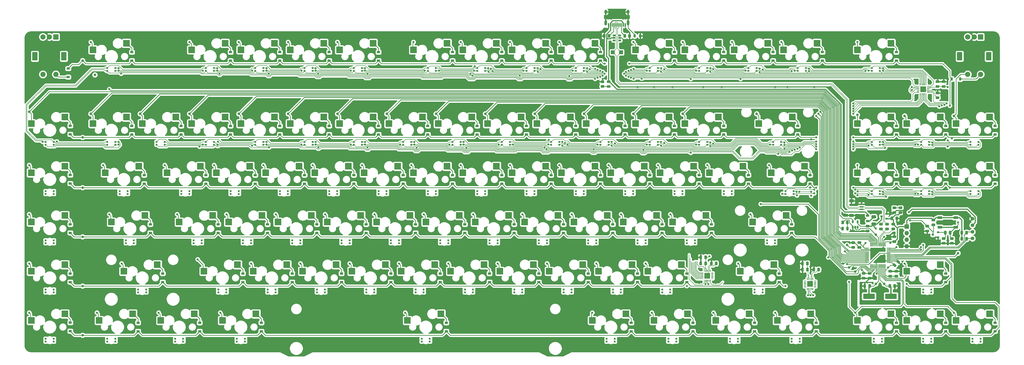
<source format=gbl>
%TF.GenerationSoftware,KiCad,Pcbnew,(5.1.10)-1*%
%TF.CreationDate,2021-12-17T20:47:38-05:00*%
%TF.ProjectId,custom_keyboard (f303),63757374-6f6d-45f6-9b65-79626f617264,rev?*%
%TF.SameCoordinates,Original*%
%TF.FileFunction,Copper,L2,Bot*%
%TF.FilePolarity,Positive*%
%FSLAX46Y46*%
G04 Gerber Fmt 4.6, Leading zero omitted, Abs format (unit mm)*
G04 Created by KiCad (PCBNEW (5.1.10)-1) date 2021-12-17 20:47:38*
%MOMM*%
%LPD*%
G01*
G04 APERTURE LIST*
%TA.AperFunction,SMDPad,CuDef*%
%ADD10R,0.800000X0.700000*%
%TD*%
%TA.AperFunction,SMDPad,CuDef*%
%ADD11R,2.550000X2.500000*%
%TD*%
%TA.AperFunction,ComponentPad*%
%ADD12C,1.000000*%
%TD*%
%TA.AperFunction,SMDPad,CuDef*%
%ADD13R,1.800000X1.100000*%
%TD*%
%TA.AperFunction,SMDPad,CuDef*%
%ADD14R,1.800000X1.200000*%
%TD*%
%TA.AperFunction,SMDPad,CuDef*%
%ADD15R,1.550000X0.600000*%
%TD*%
%TA.AperFunction,SMDPad,CuDef*%
%ADD16R,1.200000X0.900000*%
%TD*%
%TA.AperFunction,SMDPad,CuDef*%
%ADD17R,2.300000X2.300000*%
%TD*%
%TA.AperFunction,SMDPad,CuDef*%
%ADD18R,0.900000X0.800000*%
%TD*%
%TA.AperFunction,SMDPad,CuDef*%
%ADD19R,0.650000X1.060000*%
%TD*%
%TA.AperFunction,ComponentPad*%
%ADD20C,1.397000*%
%TD*%
%TA.AperFunction,SMDPad,CuDef*%
%ADD21R,1.500000X1.500000*%
%TD*%
%TA.AperFunction,SMDPad,CuDef*%
%ADD22R,1.060000X0.650000*%
%TD*%
%TA.AperFunction,SMDPad,CuDef*%
%ADD23R,0.600000X1.450000*%
%TD*%
%TA.AperFunction,SMDPad,CuDef*%
%ADD24R,0.300000X1.450000*%
%TD*%
%TA.AperFunction,ComponentPad*%
%ADD25O,1.000000X2.100000*%
%TD*%
%TA.AperFunction,ComponentPad*%
%ADD26O,1.000000X1.600000*%
%TD*%
%TA.AperFunction,SMDPad,CuDef*%
%ADD27R,4.500000X2.000000*%
%TD*%
%TA.AperFunction,ComponentPad*%
%ADD28O,1.700000X1.700000*%
%TD*%
%TA.AperFunction,ComponentPad*%
%ADD29R,1.700000X1.700000*%
%TD*%
%TA.AperFunction,ComponentPad*%
%ADD30R,2.000000X2.000000*%
%TD*%
%TA.AperFunction,ComponentPad*%
%ADD31C,2.000000*%
%TD*%
%TA.AperFunction,ComponentPad*%
%ADD32R,2.000000X3.200000*%
%TD*%
%TA.AperFunction,SMDPad,CuDef*%
%ADD33R,0.900000X1.200000*%
%TD*%
%TA.AperFunction,ViaPad*%
%ADD34C,0.800000*%
%TD*%
%TA.AperFunction,Conductor*%
%ADD35C,0.250000*%
%TD*%
%TA.AperFunction,Conductor*%
%ADD36C,0.381000*%
%TD*%
%TA.AperFunction,Conductor*%
%ADD37C,0.200000*%
%TD*%
%TA.AperFunction,Conductor*%
%ADD38C,0.508000*%
%TD*%
%TA.AperFunction,Conductor*%
%ADD39C,0.254000*%
%TD*%
%TA.AperFunction,Conductor*%
%ADD40C,0.100000*%
%TD*%
G04 APERTURE END LIST*
D10*
%TO.P,LED90,3*%
%TO.N,3CB7*%
X161158500Y-278657800D03*
%TO.P,LED90,4*%
%TO.N,3CB9*%
X161158500Y-277557800D03*
%TO.P,LED90,2*%
%TO.N,3CB6*%
X164258500Y-278657800D03*
%TO.P,LED90,1*%
%TO.N,3CB8*%
X164258500Y-277557800D03*
%TD*%
%TO.P,LED89,3*%
%TO.N,3CB8*%
X232591500Y-278657800D03*
%TO.P,LED89,4*%
%TO.N,3CB9*%
X232591500Y-277557800D03*
%TO.P,LED89,2*%
%TO.N,3CB6*%
X235691500Y-278657800D03*
%TO.P,LED89,1*%
%TO.N,3CB7*%
X235691500Y-277557800D03*
%TD*%
%TO.P,LED88,3*%
%TO.N,3CB2*%
X304024500Y-278657800D03*
%TO.P,LED88,4*%
%TO.N,3CB1*%
X304024500Y-277557800D03*
%TO.P,LED88,2*%
%TO.N,3CB3*%
X307124500Y-278657800D03*
%TO.P,LED88,1*%
%TO.N,3CB9*%
X307124500Y-277557800D03*
%TD*%
%TO.P,LED87,3*%
%TO.N,3CB2*%
X327835500Y-278657800D03*
%TO.P,LED87,4*%
%TO.N,3CB1*%
X327835500Y-277557800D03*
%TO.P,LED87,2*%
%TO.N,3CB3*%
X330935500Y-278657800D03*
%TO.P,LED87,1*%
%TO.N,3CB8*%
X330935500Y-277557800D03*
%TD*%
%TO.P,LED86,3*%
%TO.N,3CB2*%
X351646500Y-278657800D03*
%TO.P,LED86,4*%
%TO.N,3CB1*%
X351646500Y-277557800D03*
%TO.P,LED86,2*%
%TO.N,3CB3*%
X354746500Y-278657800D03*
%TO.P,LED86,1*%
%TO.N,3CB7*%
X354746500Y-277557800D03*
%TD*%
%TO.P,LED85,3*%
%TO.N,3CB2*%
X375457500Y-278657800D03*
%TO.P,LED85,4*%
%TO.N,3CB1*%
X375457500Y-277557800D03*
%TO.P,LED85,2*%
%TO.N,3CB3*%
X378557500Y-278657800D03*
%TO.P,LED85,1*%
%TO.N,3CB6*%
X378557500Y-277557800D03*
%TD*%
%TO.P,LED84,3*%
%TO.N,3CB2*%
X407205500Y-278657800D03*
%TO.P,LED84,4*%
%TO.N,3CB1*%
X407205500Y-277557800D03*
%TO.P,LED84,2*%
%TO.N,3CB3*%
X410305500Y-278657800D03*
%TO.P,LED84,1*%
%TO.N,3CB5*%
X410305500Y-277557800D03*
%TD*%
%TO.P,LED83,3*%
%TO.N,3CB2*%
X426254300Y-278657800D03*
%TO.P,LED83,4*%
%TO.N,3CB1*%
X426254300Y-277557800D03*
%TO.P,LED83,2*%
%TO.N,3CB3*%
X429354300Y-278657800D03*
%TO.P,LED83,1*%
%TO.N,3CB4*%
X429354300Y-277557800D03*
%TD*%
%TO.P,LED82,3*%
%TO.N,3CB2*%
X445303100Y-278657800D03*
%TO.P,LED82,4*%
%TO.N,3CB1*%
X445303100Y-277557800D03*
%TO.P,LED82,2*%
%TO.N,3CB4*%
X448403100Y-278657800D03*
%TO.P,LED82,1*%
%TO.N,3CB3*%
X448403100Y-277557800D03*
%TD*%
%TO.P,LED81,3*%
%TO.N,3CB3*%
X426254300Y-259609000D03*
%TO.P,LED81,4*%
%TO.N,3CB1*%
X426254300Y-258509000D03*
%TO.P,LED81,2*%
%TO.N,3CB4*%
X429354300Y-259609000D03*
%TO.P,LED81,1*%
%TO.N,3CB2*%
X429354300Y-258509000D03*
%TD*%
%TO.P,LED64,3*%
%TO.N,2CB7*%
X115917600Y-221511400D03*
%TO.P,LED64,4*%
%TO.N,2CB9*%
X115917600Y-220411400D03*
%TO.P,LED64,2*%
%TO.N,2CB6*%
X119017600Y-221511400D03*
%TO.P,LED64,1*%
%TO.N,2CB8*%
X119017600Y-220411400D03*
%TD*%
%TO.P,LED63,3*%
%TO.N,2CB8*%
X87344400Y-221511400D03*
%TO.P,LED63,4*%
%TO.N,2CB9*%
X87344400Y-220411400D03*
%TO.P,LED63,2*%
%TO.N,2CB6*%
X90444400Y-221511400D03*
%TO.P,LED63,1*%
%TO.N,2CB7*%
X90444400Y-220411400D03*
%TD*%
%TO.P,LED62,3*%
%TO.N,2CB8*%
X87344400Y-240560200D03*
%TO.P,LED62,4*%
%TO.N,2CB9*%
X87344400Y-239460200D03*
%TO.P,LED62,2*%
%TO.N,2CB7*%
X90444400Y-240560200D03*
%TO.P,LED62,1*%
%TO.N,2CB6*%
X90444400Y-239460200D03*
%TD*%
%TO.P,LED61,3*%
%TO.N,2CB8*%
X118298700Y-240560200D03*
%TO.P,LED61,4*%
%TO.N,2CB9*%
X118298700Y-239460200D03*
%TO.P,LED61,2*%
%TO.N,2CB7*%
X121398700Y-240560200D03*
%TO.P,LED61,1*%
%TO.N,2CB5*%
X121398700Y-239460200D03*
%TD*%
%TO.P,LED60,3*%
%TO.N,2CB8*%
X144490800Y-240560200D03*
%TO.P,LED60,4*%
%TO.N,2CB9*%
X144490800Y-239460200D03*
%TO.P,LED60,2*%
%TO.N,2CB7*%
X147590800Y-240560200D03*
%TO.P,LED60,1*%
%TO.N,2CB4*%
X147590800Y-239460200D03*
%TD*%
%TO.P,LED59,3*%
%TO.N,2CB8*%
X163539600Y-240560200D03*
%TO.P,LED59,4*%
%TO.N,2CB9*%
X163539600Y-239460200D03*
%TO.P,LED59,2*%
%TO.N,2CB7*%
X166639600Y-240560200D03*
%TO.P,LED59,1*%
%TO.N,2CB3*%
X166639600Y-239460200D03*
%TD*%
%TO.P,LED58,3*%
%TO.N,2CB8*%
X182588400Y-240560200D03*
%TO.P,LED58,4*%
%TO.N,2CB9*%
X182588400Y-239460200D03*
%TO.P,LED58,2*%
%TO.N,2CB7*%
X185688400Y-240560200D03*
%TO.P,LED58,1*%
%TO.N,2CB2*%
X185688400Y-239460200D03*
%TD*%
%TO.P,LED57,3*%
%TO.N,2CB8*%
X201637200Y-240560200D03*
%TO.P,LED57,4*%
%TO.N,2CB9*%
X201637200Y-239460200D03*
%TO.P,LED57,2*%
%TO.N,2CB7*%
X204737200Y-240560200D03*
%TO.P,LED57,1*%
%TO.N,2CB1*%
X204737200Y-239460200D03*
%TD*%
%TO.P,LED56,3*%
%TO.N,2CB2*%
X220686000Y-240560200D03*
%TO.P,LED56,4*%
%TO.N,2CB1*%
X220686000Y-239460200D03*
%TO.P,LED56,2*%
%TO.N,2CB3*%
X223786000Y-240560200D03*
%TO.P,LED56,1*%
%TO.N,2CB9*%
X223786000Y-239460200D03*
%TD*%
%TO.P,LED55,3*%
%TO.N,2CB2*%
X239734800Y-240560200D03*
%TO.P,LED55,4*%
%TO.N,2CB1*%
X239734800Y-239460200D03*
%TO.P,LED55,2*%
%TO.N,2CB3*%
X242834800Y-240560200D03*
%TO.P,LED55,1*%
%TO.N,2CB8*%
X242834800Y-239460200D03*
%TD*%
%TO.P,LED54,3*%
%TO.N,2CB2*%
X258783600Y-240560200D03*
%TO.P,LED54,4*%
%TO.N,2CB1*%
X258783600Y-239460200D03*
%TO.P,LED54,2*%
%TO.N,2CB3*%
X261883600Y-240560200D03*
%TO.P,LED54,1*%
%TO.N,2CB7*%
X261883600Y-239460200D03*
%TD*%
%TO.P,LED53,3*%
%TO.N,2CB2*%
X277832400Y-240560200D03*
%TO.P,LED53,4*%
%TO.N,2CB1*%
X277832400Y-239460200D03*
%TO.P,LED53,2*%
%TO.N,2CB3*%
X280932400Y-240560200D03*
%TO.P,LED53,1*%
%TO.N,2CB6*%
X280932400Y-239460200D03*
%TD*%
%TO.P,LED52,3*%
%TO.N,2CB2*%
X296881200Y-240560200D03*
%TO.P,LED52,4*%
%TO.N,2CB1*%
X296881200Y-239460200D03*
%TO.P,LED52,2*%
%TO.N,2CB3*%
X299981200Y-240560200D03*
%TO.P,LED52,1*%
%TO.N,2CB5*%
X299981200Y-239460200D03*
%TD*%
%TO.P,LED51,3*%
%TO.N,2CB2*%
X315930000Y-240560200D03*
%TO.P,LED51,4*%
%TO.N,2CB1*%
X315930000Y-239460200D03*
%TO.P,LED51,2*%
%TO.N,2CB3*%
X319030000Y-240560200D03*
%TO.P,LED51,1*%
%TO.N,2CB4*%
X319030000Y-239460200D03*
%TD*%
%TO.P,LED50,3*%
%TO.N,2CB2*%
X334978800Y-240560200D03*
%TO.P,LED50,4*%
%TO.N,2CB1*%
X334978800Y-239460200D03*
%TO.P,LED50,2*%
%TO.N,2CB4*%
X338078800Y-240560200D03*
%TO.P,LED50,1*%
%TO.N,2CB3*%
X338078800Y-239460200D03*
%TD*%
%TO.P,LED49,3*%
%TO.N,2CB3*%
X365933100Y-240560200D03*
%TO.P,LED49,4*%
%TO.N,2CB1*%
X365933100Y-239460200D03*
%TO.P,LED49,2*%
%TO.N,2CB4*%
X369033100Y-240560200D03*
%TO.P,LED49,1*%
%TO.N,2CB2*%
X369033100Y-239460200D03*
%TD*%
D11*
%TO.P,MX84,2*%
%TO.N,Net-(KD84-Pad2)*%
X311416500Y-267952800D03*
%TO.P,MX84,1*%
%TO.N,COL10*%
X298489500Y-270492800D03*
%TD*%
%TO.P,MX29,2*%
%TO.N,Net-(KD29-Pad2)*%
X375706200Y-191757600D03*
%TO.P,MX29,1*%
%TO.N,COL14*%
X362779200Y-194297600D03*
%TD*%
D10*
%TO.P,LED32,3*%
%TO.N,1CB7*%
X130204200Y-202462600D03*
%TO.P,LED32,4*%
%TO.N,1CB9*%
X130204200Y-201362600D03*
%TO.P,LED32,2*%
%TO.N,1CB6*%
X133304200Y-202462600D03*
%TO.P,LED32,1*%
%TO.N,1CB8*%
X133304200Y-201362600D03*
%TD*%
%TO.P,LED31,3*%
%TO.N,1CB8*%
X149253000Y-202462600D03*
%TO.P,LED31,4*%
%TO.N,1CB9*%
X149253000Y-201362600D03*
%TO.P,LED31,2*%
%TO.N,1CB6*%
X152353000Y-202462600D03*
%TO.P,LED31,1*%
%TO.N,1CB7*%
X152353000Y-201362600D03*
%TD*%
%TO.P,LED30,3*%
%TO.N,1CB8*%
X168301800Y-202462600D03*
%TO.P,LED30,4*%
%TO.N,1CB9*%
X168301800Y-201362600D03*
%TO.P,LED30,2*%
%TO.N,1CB7*%
X171401800Y-202462600D03*
%TO.P,LED30,1*%
%TO.N,1CB6*%
X171401800Y-201362600D03*
%TD*%
%TO.P,LED29,3*%
%TO.N,1CB8*%
X187350600Y-202462600D03*
%TO.P,LED29,4*%
%TO.N,1CB9*%
X187350600Y-201362600D03*
%TO.P,LED29,2*%
%TO.N,1CB7*%
X190450600Y-202462600D03*
%TO.P,LED29,1*%
%TO.N,1CB5*%
X190450600Y-201362600D03*
%TD*%
%TO.P,LED28,3*%
%TO.N,1CB8*%
X206399400Y-202462600D03*
%TO.P,LED28,4*%
%TO.N,1CB9*%
X206399400Y-201362600D03*
%TO.P,LED28,2*%
%TO.N,1CB7*%
X209499400Y-202462600D03*
%TO.P,LED28,1*%
%TO.N,1CB4*%
X209499400Y-201362600D03*
%TD*%
%TO.P,LED27,3*%
%TO.N,1CB8*%
X225448200Y-202462600D03*
%TO.P,LED27,4*%
%TO.N,1CB9*%
X225448200Y-201362600D03*
%TO.P,LED27,2*%
%TO.N,1CB7*%
X228548200Y-202462600D03*
%TO.P,LED27,1*%
%TO.N,1CB3*%
X228548200Y-201362600D03*
%TD*%
%TO.P,LED26,3*%
%TO.N,1CB8*%
X244497000Y-202462600D03*
%TO.P,LED26,4*%
%TO.N,1CB9*%
X244497000Y-201362600D03*
%TO.P,LED26,2*%
%TO.N,1CB7*%
X247597000Y-202462600D03*
%TO.P,LED26,1*%
%TO.N,1CB2*%
X247597000Y-201362600D03*
%TD*%
%TO.P,LED25,3*%
%TO.N,1CB8*%
X263545800Y-202462600D03*
%TO.P,LED25,4*%
%TO.N,1CB9*%
X263545800Y-201362600D03*
%TO.P,LED25,2*%
%TO.N,1CB7*%
X266645800Y-202462600D03*
%TO.P,LED25,1*%
%TO.N,1CB1*%
X266645800Y-201362600D03*
%TD*%
%TO.P,LED24,3*%
%TO.N,1CB2*%
X282594600Y-202462600D03*
%TO.P,LED24,4*%
%TO.N,1CB1*%
X282594600Y-201362600D03*
%TO.P,LED24,2*%
%TO.N,1CB3*%
X285694600Y-202462600D03*
%TO.P,LED24,1*%
%TO.N,1CB9*%
X285694600Y-201362600D03*
%TD*%
%TO.P,LED23,3*%
%TO.N,1CB2*%
X301643400Y-202462600D03*
%TO.P,LED23,4*%
%TO.N,1CB1*%
X301643400Y-201362600D03*
%TO.P,LED23,2*%
%TO.N,1CB3*%
X304743400Y-202462600D03*
%TO.P,LED23,1*%
%TO.N,1CB8*%
X304743400Y-201362600D03*
%TD*%
%TO.P,LED22,3*%
%TO.N,1CB2*%
X320692200Y-202462600D03*
%TO.P,LED22,4*%
%TO.N,1CB1*%
X320692200Y-201362600D03*
%TO.P,LED22,2*%
%TO.N,1CB3*%
X323792200Y-202462600D03*
%TO.P,LED22,1*%
%TO.N,1CB7*%
X323792200Y-201362600D03*
%TD*%
%TO.P,LED21,3*%
%TO.N,1CB2*%
X339741000Y-202462600D03*
%TO.P,LED21,4*%
%TO.N,1CB1*%
X339741000Y-201362600D03*
%TO.P,LED21,2*%
%TO.N,1CB3*%
X342841000Y-202462600D03*
%TO.P,LED21,1*%
%TO.N,1CB6*%
X342841000Y-201362600D03*
%TD*%
%TO.P,LED20,3*%
%TO.N,1CB2*%
X368314200Y-202462600D03*
%TO.P,LED20,4*%
%TO.N,1CB1*%
X368314200Y-201362600D03*
%TO.P,LED20,2*%
%TO.N,1CB3*%
X371414200Y-202462600D03*
%TO.P,LED20,1*%
%TO.N,1CB5*%
X371414200Y-201362600D03*
%TD*%
%TO.P,LED19,3*%
%TO.N,1CB2*%
X406411800Y-202462600D03*
%TO.P,LED19,4*%
%TO.N,1CB1*%
X406411800Y-201362600D03*
%TO.P,LED19,2*%
%TO.N,1CB3*%
X409511800Y-202462600D03*
%TO.P,LED19,1*%
%TO.N,1CB4*%
X409511800Y-201362600D03*
%TD*%
%TO.P,LED18,3*%
%TO.N,1CB2*%
X425460600Y-202462600D03*
%TO.P,LED18,4*%
%TO.N,1CB1*%
X425460600Y-201362600D03*
%TO.P,LED18,2*%
%TO.N,1CB4*%
X428560600Y-202462600D03*
%TO.P,LED18,1*%
%TO.N,1CB3*%
X428560600Y-201362600D03*
%TD*%
%TO.P,LED17,3*%
%TO.N,1CB3*%
X444509400Y-202462600D03*
%TO.P,LED17,4*%
%TO.N,1CB1*%
X444509400Y-201362600D03*
%TO.P,LED17,2*%
%TO.N,1CB4*%
X447609400Y-202462600D03*
%TO.P,LED17,1*%
%TO.N,1CB2*%
X447609400Y-201362600D03*
%TD*%
D11*
%TO.P,MX83,2*%
%TO.N,Net-(KD83-Pad2)*%
X239983500Y-267952800D03*
%TO.P,MX83,1*%
%TO.N,COL6*%
X227056500Y-270492800D03*
%TD*%
%TO.P,MX22,2*%
%TO.N,Net-(KD22-Pad2)*%
X232840200Y-191757600D03*
%TO.P,MX22,1*%
%TO.N,COL7*%
X219913200Y-194297600D03*
%TD*%
D12*
%TO.P,COL13,1*%
%TO.N,COL13*%
X333354000Y-190488000D03*
%TD*%
D10*
%TO.P,LED1,3*%
%TO.N,1CA3*%
X87344400Y-202462600D03*
%TO.P,LED1,4*%
%TO.N,1CA1*%
X87344400Y-201362600D03*
%TO.P,LED1,2*%
%TO.N,1CA4*%
X90444400Y-202462600D03*
%TO.P,LED1,1*%
%TO.N,1CA2*%
X90444400Y-201362600D03*
%TD*%
D11*
%TO.P,MX2,2*%
%TO.N,Net-(KD2-Pad2)*%
X156645000Y-163184400D03*
%TO.P,MX2,1*%
%TO.N,COL3*%
X143718000Y-165724400D03*
%TD*%
D10*
%TO.P,LED2,3*%
%TO.N,1CA2*%
X111155400Y-202462600D03*
%TO.P,LED2,4*%
%TO.N,1CA1*%
X111155400Y-201362600D03*
%TO.P,LED2,2*%
%TO.N,1CA4*%
X114255400Y-202462600D03*
%TO.P,LED2,1*%
%TO.N,1CA3*%
X114255400Y-201362600D03*
%TD*%
D11*
%TO.P,MX3,2*%
%TO.N,Net-(KD3-Pad2)*%
X175693800Y-163184400D03*
%TO.P,MX3,1*%
%TO.N,COL4*%
X162766800Y-165724400D03*
%TD*%
D10*
%TO.P,LED80,3*%
%TO.N,3CA7*%
X361170900Y-259609000D03*
%TO.P,LED80,4*%
%TO.N,3CA9*%
X361170900Y-258509000D03*
%TO.P,LED80,2*%
%TO.N,3CA6*%
X364270900Y-259609000D03*
%TO.P,LED80,1*%
%TO.N,3CA8*%
X364270900Y-258509000D03*
%TD*%
%TO.P,LED79,3*%
%TO.N,3CA8*%
X325454400Y-259609000D03*
%TO.P,LED79,4*%
%TO.N,3CA9*%
X325454400Y-258509000D03*
%TO.P,LED79,2*%
%TO.N,3CA6*%
X328554400Y-259609000D03*
%TO.P,LED79,1*%
%TO.N,3CA7*%
X328554400Y-258509000D03*
%TD*%
%TO.P,LED78,3*%
%TO.N,3CA8*%
X306405600Y-259609000D03*
%TO.P,LED78,4*%
%TO.N,3CA9*%
X306405600Y-258509000D03*
%TO.P,LED78,2*%
%TO.N,3CA7*%
X309505600Y-259609000D03*
%TO.P,LED78,1*%
%TO.N,3CA6*%
X309505600Y-258509000D03*
%TD*%
%TO.P,LED77,3*%
%TO.N,3CA8*%
X287356800Y-259609000D03*
%TO.P,LED77,4*%
%TO.N,3CA9*%
X287356800Y-258509000D03*
%TO.P,LED77,2*%
%TO.N,3CA7*%
X290456800Y-259609000D03*
%TO.P,LED77,1*%
%TO.N,3CA5*%
X290456800Y-258509000D03*
%TD*%
%TO.P,LED76,3*%
%TO.N,3CA8*%
X268308000Y-259609000D03*
%TO.P,LED76,4*%
%TO.N,3CA9*%
X268308000Y-258509000D03*
%TO.P,LED76,2*%
%TO.N,3CA7*%
X271408000Y-259609000D03*
%TO.P,LED76,1*%
%TO.N,3CA4*%
X271408000Y-258509000D03*
%TD*%
%TO.P,LED75,3*%
%TO.N,3CA8*%
X249259200Y-259609000D03*
%TO.P,LED75,4*%
%TO.N,3CA9*%
X249259200Y-258509000D03*
%TO.P,LED75,2*%
%TO.N,3CA7*%
X252359200Y-259609000D03*
%TO.P,LED75,1*%
%TO.N,3CA3*%
X252359200Y-258509000D03*
%TD*%
%TO.P,LED74,3*%
%TO.N,3CA8*%
X230210400Y-259609000D03*
%TO.P,LED74,4*%
%TO.N,3CA9*%
X230210400Y-258509000D03*
%TO.P,LED74,2*%
%TO.N,3CA7*%
X233310400Y-259609000D03*
%TO.P,LED74,1*%
%TO.N,3CA2*%
X233310400Y-258509000D03*
%TD*%
%TO.P,LED73,3*%
%TO.N,3CA8*%
X211161600Y-259609000D03*
%TO.P,LED73,4*%
%TO.N,3CA9*%
X211161600Y-258509000D03*
%TO.P,LED73,2*%
%TO.N,3CA7*%
X214261600Y-259609000D03*
%TO.P,LED73,1*%
%TO.N,3CA1*%
X214261600Y-258509000D03*
%TD*%
%TO.P,LED72,3*%
%TO.N,3CA2*%
X192112800Y-259609000D03*
%TO.P,LED72,4*%
%TO.N,3CA1*%
X192112800Y-258509000D03*
%TO.P,LED72,2*%
%TO.N,3CA3*%
X195212800Y-259609000D03*
%TO.P,LED72,1*%
%TO.N,3CA9*%
X195212800Y-258509000D03*
%TD*%
%TO.P,LED71,3*%
%TO.N,3CA2*%
X173064000Y-259609000D03*
%TO.P,LED71,4*%
%TO.N,3CA1*%
X173064000Y-258509000D03*
%TO.P,LED71,2*%
%TO.N,3CA3*%
X176164000Y-259609000D03*
%TO.P,LED71,1*%
%TO.N,3CA8*%
X176164000Y-258509000D03*
%TD*%
%TO.P,LED70,3*%
%TO.N,3CA2*%
X154015200Y-259609000D03*
%TO.P,LED70,4*%
%TO.N,3CA1*%
X154015200Y-258509000D03*
%TO.P,LED70,2*%
%TO.N,3CA3*%
X157115200Y-259609000D03*
%TO.P,LED70,1*%
%TO.N,3CA7*%
X157115200Y-258509000D03*
%TD*%
%TO.P,LED69,3*%
%TO.N,3CA2*%
X123060900Y-259609000D03*
%TO.P,LED69,4*%
%TO.N,3CA1*%
X123060900Y-258509000D03*
%TO.P,LED69,2*%
%TO.N,3CA3*%
X126160900Y-259609000D03*
%TO.P,LED69,1*%
%TO.N,3CA6*%
X126160900Y-258509000D03*
%TD*%
%TO.P,LED68,3*%
%TO.N,3CA2*%
X87344400Y-259609000D03*
%TO.P,LED68,4*%
%TO.N,3CA1*%
X87344400Y-258509000D03*
%TO.P,LED68,2*%
%TO.N,3CA3*%
X90444400Y-259609000D03*
%TO.P,LED68,1*%
%TO.N,3CA5*%
X90444400Y-258509000D03*
%TD*%
%TO.P,LED67,3*%
%TO.N,3CA2*%
X87344400Y-278657800D03*
%TO.P,LED67,4*%
%TO.N,3CA1*%
X87344400Y-277557800D03*
%TO.P,LED67,2*%
%TO.N,3CA3*%
X90444400Y-278657800D03*
%TO.P,LED67,1*%
%TO.N,3CA4*%
X90444400Y-277557800D03*
%TD*%
%TO.P,LED66,3*%
%TO.N,3CA2*%
X111155400Y-278657800D03*
%TO.P,LED66,4*%
%TO.N,3CA1*%
X111155400Y-277557800D03*
%TO.P,LED66,2*%
%TO.N,3CA4*%
X114255400Y-278657800D03*
%TO.P,LED66,1*%
%TO.N,3CA3*%
X114255400Y-277557800D03*
%TD*%
%TO.P,LED65,3*%
%TO.N,3CA3*%
X137347500Y-278657800D03*
%TO.P,LED65,4*%
%TO.N,3CA1*%
X137347500Y-277557800D03*
%TO.P,LED65,2*%
%TO.N,3CA4*%
X140447500Y-278657800D03*
%TO.P,LED65,1*%
%TO.N,3CA2*%
X140447500Y-277557800D03*
%TD*%
%TO.P,LED48,3*%
%TO.N,2CA7*%
X444509400Y-221511400D03*
%TO.P,LED48,4*%
%TO.N,2CA9*%
X444509400Y-220411400D03*
%TO.P,LED48,2*%
%TO.N,2CA6*%
X447609400Y-221511400D03*
%TO.P,LED48,1*%
%TO.N,2CA8*%
X447609400Y-220411400D03*
%TD*%
%TO.P,LED47,3*%
%TO.N,2CA8*%
X425460600Y-221511400D03*
%TO.P,LED47,4*%
%TO.N,2CA9*%
X425460600Y-220411400D03*
%TO.P,LED47,2*%
%TO.N,2CA6*%
X428560600Y-221511400D03*
%TO.P,LED47,1*%
%TO.N,2CA7*%
X428560600Y-220411400D03*
%TD*%
%TO.P,LED46,3*%
%TO.N,2CA8*%
X406411800Y-221511400D03*
%TO.P,LED46,4*%
%TO.N,2CA9*%
X406411800Y-220411400D03*
%TO.P,LED46,2*%
%TO.N,2CA7*%
X409511800Y-221511400D03*
%TO.P,LED46,1*%
%TO.N,2CA6*%
X409511800Y-220411400D03*
%TD*%
%TO.P,LED45,3*%
%TO.N,2CA8*%
X373076400Y-221511400D03*
%TO.P,LED45,4*%
%TO.N,2CA9*%
X373076400Y-220411400D03*
%TO.P,LED45,2*%
%TO.N,2CA7*%
X376176400Y-221511400D03*
%TO.P,LED45,1*%
%TO.N,2CA5*%
X376176400Y-220411400D03*
%TD*%
%TO.P,LED44,3*%
%TO.N,2CA8*%
X349265400Y-221511400D03*
%TO.P,LED44,4*%
%TO.N,2CA9*%
X349265400Y-220411400D03*
%TO.P,LED44,2*%
%TO.N,2CA7*%
X352365400Y-221511400D03*
%TO.P,LED44,1*%
%TO.N,2CA4*%
X352365400Y-220411400D03*
%TD*%
%TO.P,LED43,3*%
%TO.N,2CA8*%
X330216600Y-221511400D03*
%TO.P,LED43,4*%
%TO.N,2CA9*%
X330216600Y-220411400D03*
%TO.P,LED43,2*%
%TO.N,2CA7*%
X333316600Y-221511400D03*
%TO.P,LED43,1*%
%TO.N,2CA3*%
X333316600Y-220411400D03*
%TD*%
%TO.P,LED42,3*%
%TO.N,2CA8*%
X311167800Y-221511400D03*
%TO.P,LED42,4*%
%TO.N,2CA9*%
X311167800Y-220411400D03*
%TO.P,LED42,2*%
%TO.N,2CA7*%
X314267800Y-221511400D03*
%TO.P,LED42,1*%
%TO.N,2CA2*%
X314267800Y-220411400D03*
%TD*%
%TO.P,LED41,3*%
%TO.N,2CA8*%
X292119000Y-221511400D03*
%TO.P,LED41,4*%
%TO.N,2CA9*%
X292119000Y-220411400D03*
%TO.P,LED41,2*%
%TO.N,2CA7*%
X295219000Y-221511400D03*
%TO.P,LED41,1*%
%TO.N,2CA1*%
X295219000Y-220411400D03*
%TD*%
%TO.P,LED40,3*%
%TO.N,2CA2*%
X273070200Y-221511400D03*
%TO.P,LED40,4*%
%TO.N,2CA1*%
X273070200Y-220411400D03*
%TO.P,LED40,2*%
%TO.N,2CA3*%
X276170200Y-221511400D03*
%TO.P,LED40,1*%
%TO.N,2CA9*%
X276170200Y-220411400D03*
%TD*%
%TO.P,LED39,3*%
%TO.N,2CA2*%
X254021400Y-221511400D03*
%TO.P,LED39,4*%
%TO.N,2CA1*%
X254021400Y-220411400D03*
%TO.P,LED39,2*%
%TO.N,2CA3*%
X257121400Y-221511400D03*
%TO.P,LED39,1*%
%TO.N,2CA8*%
X257121400Y-220411400D03*
%TD*%
%TO.P,LED38,3*%
%TO.N,2CA2*%
X234972600Y-221511400D03*
%TO.P,LED38,4*%
%TO.N,2CA1*%
X234972600Y-220411400D03*
%TO.P,LED38,2*%
%TO.N,2CA3*%
X238072600Y-221511400D03*
%TO.P,LED38,1*%
%TO.N,2CA7*%
X238072600Y-220411400D03*
%TD*%
%TO.P,LED37,3*%
%TO.N,2CA2*%
X215923800Y-221511400D03*
%TO.P,LED37,4*%
%TO.N,2CA1*%
X215923800Y-220411400D03*
%TO.P,LED37,2*%
%TO.N,2CA3*%
X219023800Y-221511400D03*
%TO.P,LED37,1*%
%TO.N,2CA6*%
X219023800Y-220411400D03*
%TD*%
%TO.P,LED36,3*%
%TO.N,2CA2*%
X196875000Y-221511400D03*
%TO.P,LED36,4*%
%TO.N,2CA1*%
X196875000Y-220411400D03*
%TO.P,LED36,2*%
%TO.N,2CA3*%
X199975000Y-221511400D03*
%TO.P,LED36,1*%
%TO.N,2CA5*%
X199975000Y-220411400D03*
%TD*%
%TO.P,LED35,3*%
%TO.N,2CA2*%
X177826200Y-221511400D03*
%TO.P,LED35,4*%
%TO.N,2CA1*%
X177826200Y-220411400D03*
%TO.P,LED35,2*%
%TO.N,2CA3*%
X180926200Y-221511400D03*
%TO.P,LED35,1*%
%TO.N,2CA4*%
X180926200Y-220411400D03*
%TD*%
%TO.P,LED34,3*%
%TO.N,2CA2*%
X158777400Y-221511400D03*
%TO.P,LED34,4*%
%TO.N,2CA1*%
X158777400Y-220411400D03*
%TO.P,LED34,2*%
%TO.N,2CA4*%
X161877400Y-221511400D03*
%TO.P,LED34,1*%
%TO.N,2CA3*%
X161877400Y-220411400D03*
%TD*%
%TO.P,LED33,3*%
%TO.N,2CA3*%
X139728600Y-221511400D03*
%TO.P,LED33,4*%
%TO.N,2CA1*%
X139728600Y-220411400D03*
%TO.P,LED33,2*%
%TO.N,2CA4*%
X142828600Y-221511400D03*
%TO.P,LED33,1*%
%TO.N,2CA2*%
X142828600Y-220411400D03*
%TD*%
%TO.P,LED16,3*%
%TO.N,1CA7*%
X406411800Y-173889400D03*
%TO.P,LED16,4*%
%TO.N,1CA9*%
X406411800Y-172789400D03*
%TO.P,LED16,2*%
%TO.N,1CA6*%
X409511800Y-173889400D03*
%TO.P,LED16,1*%
%TO.N,1CA8*%
X409511800Y-172789400D03*
%TD*%
%TO.P,LED15,3*%
%TO.N,1CA8*%
X377838600Y-173889400D03*
%TO.P,LED15,4*%
%TO.N,1CA9*%
X377838600Y-172789400D03*
%TO.P,LED15,2*%
%TO.N,1CA6*%
X380938600Y-173889400D03*
%TO.P,LED15,1*%
%TO.N,1CA7*%
X380938600Y-172789400D03*
%TD*%
%TO.P,LED14,3*%
%TO.N,1CA8*%
X358789800Y-173889400D03*
%TO.P,LED14,4*%
%TO.N,1CA9*%
X358789800Y-172789400D03*
%TO.P,LED14,2*%
%TO.N,1CA7*%
X361889800Y-173889400D03*
%TO.P,LED14,1*%
%TO.N,1CA6*%
X361889800Y-172789400D03*
%TD*%
%TO.P,LED13,3*%
%TO.N,1CA8*%
X339741000Y-173889400D03*
%TO.P,LED13,4*%
%TO.N,1CA9*%
X339741000Y-172789400D03*
%TO.P,LED13,2*%
%TO.N,1CA7*%
X342841000Y-173889400D03*
%TO.P,LED13,1*%
%TO.N,1CA5*%
X342841000Y-172789400D03*
%TD*%
%TO.P,LED12,3*%
%TO.N,1CA8*%
X320692200Y-173889400D03*
%TO.P,LED12,4*%
%TO.N,1CA9*%
X320692200Y-172789400D03*
%TO.P,LED12,2*%
%TO.N,1CA7*%
X323792200Y-173889400D03*
%TO.P,LED12,1*%
%TO.N,1CA4*%
X323792200Y-172789400D03*
%TD*%
%TO.P,LED11,3*%
%TO.N,1CA8*%
X292119000Y-173889400D03*
%TO.P,LED11,4*%
%TO.N,1CA9*%
X292119000Y-172789400D03*
%TO.P,LED11,2*%
%TO.N,1CA7*%
X295219000Y-173889400D03*
%TO.P,LED11,1*%
%TO.N,1CA3*%
X295219000Y-172789400D03*
%TD*%
%TO.P,LED10,3*%
%TO.N,1CA8*%
X273070200Y-173889400D03*
%TO.P,LED10,4*%
%TO.N,1CA9*%
X273070200Y-172789400D03*
%TO.P,LED10,2*%
%TO.N,1CA7*%
X276170200Y-173889400D03*
%TO.P,LED10,1*%
%TO.N,1CA2*%
X276170200Y-172789400D03*
%TD*%
%TO.P,LED9,3*%
%TO.N,1CA8*%
X254021400Y-173889400D03*
%TO.P,LED9,4*%
%TO.N,1CA9*%
X254021400Y-172789400D03*
%TO.P,LED9,2*%
%TO.N,1CA7*%
X257121400Y-173889400D03*
%TO.P,LED9,1*%
%TO.N,1CA1*%
X257121400Y-172789400D03*
%TD*%
%TO.P,LED8,3*%
%TO.N,1CA2*%
X234972600Y-173889400D03*
%TO.P,LED8,4*%
%TO.N,1CA1*%
X234972600Y-172789400D03*
%TO.P,LED8,2*%
%TO.N,1CA3*%
X238072600Y-173889400D03*
%TO.P,LED8,1*%
%TO.N,1CA9*%
X238072600Y-172789400D03*
%TD*%
%TO.P,LED7,3*%
%TO.N,1CA2*%
X206399400Y-173889400D03*
%TO.P,LED7,4*%
%TO.N,1CA1*%
X206399400Y-172789400D03*
%TO.P,LED7,2*%
%TO.N,1CA3*%
X209499400Y-173889400D03*
%TO.P,LED7,1*%
%TO.N,1CA8*%
X209499400Y-172789400D03*
%TD*%
%TO.P,LED6,3*%
%TO.N,1CA2*%
X187350600Y-173889400D03*
%TO.P,LED6,4*%
%TO.N,1CA1*%
X187350600Y-172789400D03*
%TO.P,LED6,2*%
%TO.N,1CA3*%
X190450600Y-173889400D03*
%TO.P,LED6,1*%
%TO.N,1CA7*%
X190450600Y-172789400D03*
%TD*%
%TO.P,LED5,3*%
%TO.N,1CA2*%
X168301800Y-173889400D03*
%TO.P,LED5,4*%
%TO.N,1CA1*%
X168301800Y-172789400D03*
%TO.P,LED5,2*%
%TO.N,1CA3*%
X171401800Y-173889400D03*
%TO.P,LED5,1*%
%TO.N,1CA6*%
X171401800Y-172789400D03*
%TD*%
%TO.P,LED4,3*%
%TO.N,1CA2*%
X149253000Y-173889400D03*
%TO.P,LED4,4*%
%TO.N,1CA1*%
X149253000Y-172789400D03*
%TO.P,LED4,2*%
%TO.N,1CA3*%
X152353000Y-173889400D03*
%TO.P,LED4,1*%
%TO.N,1CA5*%
X152353000Y-172789400D03*
%TD*%
%TO.P,LED3,3*%
%TO.N,1CA2*%
X111155400Y-173889400D03*
%TO.P,LED3,4*%
%TO.N,1CA1*%
X111155400Y-172789400D03*
%TO.P,LED3,2*%
%TO.N,1CA3*%
X114255400Y-173889400D03*
%TO.P,LED3,1*%
%TO.N,1CA4*%
X114255400Y-172789400D03*
%TD*%
D13*
%TO.P,SW1,1*%
%TO.N,BOOT0*%
X438841300Y-234404100D03*
%TO.P,SW1,2*%
%TO.N,+3V3*%
X432641300Y-230704100D03*
X438841300Y-230704100D03*
%TO.P,SW1,1*%
%TO.N,BOOT0*%
X432641300Y-234404100D03*
%TD*%
D14*
%TO.P,J2,MP*%
%TO.N,GND*%
X398543700Y-224198200D03*
X398543700Y-229798200D03*
D15*
%TO.P,J2,1*%
%TO.N,VBUS*%
X402418700Y-228498200D03*
%TO.P,J2,2*%
%TO.N,D-*%
X402418700Y-227498200D03*
%TO.P,J2,4*%
%TO.N,GND*%
X402418700Y-225498200D03*
%TO.P,J2,3*%
%TO.N,D+*%
X402418700Y-226498200D03*
%TD*%
D11*
%TO.P,MX18,2*%
%TO.N,Net-(KD18-Pad2)*%
X156645000Y-191757600D03*
%TO.P,MX18,1*%
%TO.N,COL3*%
X143718000Y-194297600D03*
%TD*%
%TO.P,MX32,2*%
%TO.N,Net-(KD32-Pad2)*%
X451901400Y-191757600D03*
%TO.P,MX32,1*%
%TO.N,COL17*%
X438974400Y-194297600D03*
%TD*%
%TO.P,MX12,2*%
%TO.N,Net-(KD12-Pad2)*%
X366181800Y-163184400D03*
%TO.P,MX12,1*%
%TO.N,COL13*%
X353254800Y-165724400D03*
%TD*%
%TO.P,MX51,2*%
%TO.N,Net-(KD51-Pad2)*%
X94736400Y-229855200D03*
%TO.P,MX51,1*%
%TO.N,A9*%
X81809400Y-232395200D03*
%TD*%
%TO.P,MX90,2*%
%TO.N,Net-(KD90-Pad2)*%
X451901400Y-267952800D03*
%TO.P,MX90,1*%
%TO.N,COL17*%
X438974400Y-270492800D03*
%TD*%
%TO.P,MX89,2*%
%TO.N,Net-(KD89-Pad2)*%
X432852600Y-267952800D03*
%TO.P,MX89,1*%
%TO.N,COL16*%
X419925600Y-270492800D03*
%TD*%
%TO.P,MX88,2*%
%TO.N,Net-(KD88-Pad2)*%
X413803800Y-267952800D03*
%TO.P,MX88,1*%
%TO.N,COL15*%
X400876800Y-270492800D03*
%TD*%
%TO.P,MX87,2*%
%TO.N,Net-(KD87-Pad2)*%
X382849500Y-267952800D03*
%TO.P,MX87,1*%
%TO.N,COL14*%
X369922500Y-270492800D03*
%TD*%
%TO.P,MX86,2*%
%TO.N,Net-(KD86-Pad2)*%
X359038500Y-267952800D03*
%TO.P,MX86,1*%
%TO.N,COL13*%
X346111500Y-270492800D03*
%TD*%
%TO.P,MX85,2*%
%TO.N,Net-(KD85-Pad2)*%
X335227500Y-267952800D03*
%TO.P,MX85,1*%
%TO.N,COL11*%
X322300500Y-270492800D03*
%TD*%
%TO.P,MX82,2*%
%TO.N,Net-(KD82-Pad2)*%
X168550500Y-267952800D03*
%TO.P,MX82,1*%
%TO.N,COL3*%
X155623500Y-270492800D03*
%TD*%
%TO.P,MX81,2*%
%TO.N,Net-(KD81-Pad2)*%
X144739500Y-267952800D03*
%TO.P,MX81,1*%
%TO.N,COL2*%
X131812500Y-270492800D03*
%TD*%
%TO.P,MX80,2*%
%TO.N,Net-(KD80-Pad2)*%
X120928500Y-267952800D03*
%TO.P,MX80,1*%
%TO.N,COL1*%
X108001500Y-270492800D03*
%TD*%
%TO.P,MX79,2*%
%TO.N,Net-(KD79-Pad2)*%
X94736400Y-267952800D03*
%TO.P,MX79,1*%
%TO.N,A9*%
X81809400Y-270492800D03*
%TD*%
%TO.P,MX78,2*%
%TO.N,Net-(KD78-Pad2)*%
X432852600Y-248904000D03*
%TO.P,MX78,1*%
%TO.N,COL16*%
X419925600Y-251444000D03*
%TD*%
%TO.P,MX77,2*%
%TO.N,Net-(KD77-Pad2)*%
X368562900Y-248904000D03*
%TO.P,MX77,1*%
%TO.N,COL14*%
X355635900Y-251444000D03*
%TD*%
%TO.P,MX76,2*%
%TO.N,Net-(KD76-Pad2)*%
X332846400Y-248904000D03*
%TO.P,MX76,1*%
%TO.N,COL11*%
X319919400Y-251444000D03*
%TD*%
%TO.P,MX75,2*%
%TO.N,Net-(KD75-Pad2)*%
X313797600Y-248904000D03*
%TO.P,MX75,1*%
%TO.N,COL10*%
X300870600Y-251444000D03*
%TD*%
%TO.P,MX74,2*%
%TO.N,Net-(KD74-Pad2)*%
X294748800Y-248904000D03*
%TO.P,MX74,1*%
%TO.N,COL9*%
X281821800Y-251444000D03*
%TD*%
%TO.P,MX73,2*%
%TO.N,Net-(KD73-Pad2)*%
X275700000Y-248904000D03*
%TO.P,MX73,1*%
%TO.N,COL8*%
X262773000Y-251444000D03*
%TD*%
%TO.P,MX72,2*%
%TO.N,Net-(KD72-Pad2)*%
X256651200Y-248904000D03*
%TO.P,MX72,1*%
%TO.N,COL7*%
X243724200Y-251444000D03*
%TD*%
%TO.P,MX71,2*%
%TO.N,Net-(KD71-Pad2)*%
X237602400Y-248904000D03*
%TO.P,MX71,1*%
%TO.N,COL6*%
X224675400Y-251444000D03*
%TD*%
%TO.P,MX70,2*%
%TO.N,Net-(KD70-Pad2)*%
X218553600Y-248904000D03*
%TO.P,MX70,1*%
%TO.N,COL5*%
X205626600Y-251444000D03*
%TD*%
%TO.P,MX69,2*%
%TO.N,Net-(KD69-Pad2)*%
X199504800Y-248904000D03*
%TO.P,MX69,1*%
%TO.N,COL4*%
X186577800Y-251444000D03*
%TD*%
%TO.P,MX68,2*%
%TO.N,Net-(KD68-Pad2)*%
X180456000Y-248904000D03*
%TO.P,MX68,1*%
%TO.N,COL3*%
X167529000Y-251444000D03*
%TD*%
%TO.P,MX67,2*%
%TO.N,Net-(KD67-Pad2)*%
X161407200Y-248904000D03*
%TO.P,MX67,1*%
%TO.N,COL2*%
X148480200Y-251444000D03*
%TD*%
%TO.P,MX66,2*%
%TO.N,Net-(KD66-Pad2)*%
X130452900Y-248904000D03*
%TO.P,MX66,1*%
%TO.N,COL1*%
X117525900Y-251444000D03*
%TD*%
%TO.P,MX65,2*%
%TO.N,Net-(KD65-Pad2)*%
X94736400Y-248904000D03*
%TO.P,MX65,1*%
%TO.N,A9*%
X81809400Y-251444000D03*
%TD*%
%TO.P,MX64,2*%
%TO.N,Net-(KD64-Pad2)*%
X373325100Y-229855200D03*
%TO.P,MX64,1*%
%TO.N,COL14*%
X360398100Y-232395200D03*
%TD*%
%TO.P,MX63,2*%
%TO.N,Net-(KD63-Pad2)*%
X342370800Y-229855200D03*
%TO.P,MX63,1*%
%TO.N,COL12*%
X329443800Y-232395200D03*
%TD*%
%TO.P,MX62,2*%
%TO.N,Net-(KD62-Pad2)*%
X323322000Y-229855200D03*
%TO.P,MX62,1*%
%TO.N,COL11*%
X310395000Y-232395200D03*
%TD*%
%TO.P,MX61,2*%
%TO.N,Net-(KD61-Pad2)*%
X304273200Y-229855200D03*
%TO.P,MX61,1*%
%TO.N,COL10*%
X291346200Y-232395200D03*
%TD*%
%TO.P,MX60,2*%
%TO.N,Net-(KD60-Pad2)*%
X285224400Y-229855200D03*
%TO.P,MX60,1*%
%TO.N,COL9*%
X272297400Y-232395200D03*
%TD*%
%TO.P,MX59,2*%
%TO.N,Net-(KD59-Pad2)*%
X266175600Y-229855200D03*
%TO.P,MX59,1*%
%TO.N,COL8*%
X253248600Y-232395200D03*
%TD*%
%TO.P,MX58,2*%
%TO.N,Net-(KD58-Pad2)*%
X247126800Y-229855200D03*
%TO.P,MX58,1*%
%TO.N,COL7*%
X234199800Y-232395200D03*
%TD*%
%TO.P,MX57,2*%
%TO.N,Net-(KD57-Pad2)*%
X228078000Y-229855200D03*
%TO.P,MX57,1*%
%TO.N,COL6*%
X215151000Y-232395200D03*
%TD*%
%TO.P,MX56,2*%
%TO.N,Net-(KD56-Pad2)*%
X209029200Y-229855200D03*
%TO.P,MX56,1*%
%TO.N,COL5*%
X196102200Y-232395200D03*
%TD*%
%TO.P,MX55,2*%
%TO.N,Net-(KD55-Pad2)*%
X189980400Y-229855200D03*
%TO.P,MX55,1*%
%TO.N,COL4*%
X177053400Y-232395200D03*
%TD*%
%TO.P,MX54,2*%
%TO.N,Net-(KD54-Pad2)*%
X170931600Y-229855200D03*
%TO.P,MX54,1*%
%TO.N,COL3*%
X158004600Y-232395200D03*
%TD*%
%TO.P,MX53,2*%
%TO.N,Net-(KD53-Pad2)*%
X151824500Y-229855200D03*
%TO.P,MX53,1*%
%TO.N,COL2*%
X138897500Y-232395200D03*
%TD*%
%TO.P,MX52,2*%
%TO.N,Net-(KD52-Pad2)*%
X125690700Y-229855200D03*
%TO.P,MX52,1*%
%TO.N,COL1*%
X112763700Y-232395200D03*
%TD*%
%TO.P,MX50,2*%
%TO.N,Net-(KD50-Pad2)*%
X451901400Y-210806400D03*
%TO.P,MX50,1*%
%TO.N,COL17*%
X438974400Y-213346400D03*
%TD*%
%TO.P,MX49,2*%
%TO.N,Net-(KD49-Pad2)*%
X432852600Y-210806400D03*
%TO.P,MX49,1*%
%TO.N,COL16*%
X419925600Y-213346400D03*
%TD*%
%TO.P,MX48,2*%
%TO.N,Net-(KD48-Pad2)*%
X413803800Y-210806400D03*
%TO.P,MX48,1*%
%TO.N,COL15*%
X400876800Y-213346400D03*
%TD*%
%TO.P,MX47,1*%
%TO.N,COL14*%
X367541400Y-213346400D03*
%TO.P,MX47,2*%
%TO.N,Net-(KD47-Pad2)*%
X380468400Y-210806400D03*
%TD*%
%TO.P,MX46,2*%
%TO.N,Net-(KD46-Pad2)*%
X356657400Y-210806400D03*
%TO.P,MX46,1*%
%TO.N,COL13*%
X343730400Y-213346400D03*
%TD*%
%TO.P,MX45,2*%
%TO.N,Net-(KD45-Pad2)*%
X337608600Y-210806400D03*
%TO.P,MX45,1*%
%TO.N,COL12*%
X324681600Y-213346400D03*
%TD*%
%TO.P,MX44,2*%
%TO.N,Net-(KD44-Pad2)*%
X318559800Y-210806400D03*
%TO.P,MX44,1*%
%TO.N,COL11*%
X305632800Y-213346400D03*
%TD*%
%TO.P,MX43,2*%
%TO.N,Net-(KD43-Pad2)*%
X299511000Y-210806400D03*
%TO.P,MX43,1*%
%TO.N,COL10*%
X286584000Y-213346400D03*
%TD*%
%TO.P,MX42,2*%
%TO.N,Net-(KD42-Pad2)*%
X280462200Y-210806400D03*
%TO.P,MX42,1*%
%TO.N,COL9*%
X267535200Y-213346400D03*
%TD*%
%TO.P,MX41,2*%
%TO.N,Net-(KD41-Pad2)*%
X261413400Y-210806400D03*
%TO.P,MX41,1*%
%TO.N,COL8*%
X248486400Y-213346400D03*
%TD*%
%TO.P,MX40,2*%
%TO.N,Net-(KD40-Pad2)*%
X242364600Y-210806400D03*
%TO.P,MX40,1*%
%TO.N,COL7*%
X229437600Y-213346400D03*
%TD*%
%TO.P,MX39,2*%
%TO.N,Net-(KD39-Pad2)*%
X223315800Y-210806400D03*
%TO.P,MX39,1*%
%TO.N,COL6*%
X210388800Y-213346400D03*
%TD*%
%TO.P,MX38,2*%
%TO.N,Net-(KD38-Pad2)*%
X204267000Y-210806400D03*
%TO.P,MX38,1*%
%TO.N,COL5*%
X191340000Y-213346400D03*
%TD*%
%TO.P,MX37,2*%
%TO.N,Net-(KD37-Pad2)*%
X185218200Y-210806400D03*
%TO.P,MX37,1*%
%TO.N,COL4*%
X172291200Y-213346400D03*
%TD*%
%TO.P,MX36,2*%
%TO.N,Net-(KD36-Pad2)*%
X166169400Y-210806400D03*
%TO.P,MX36,1*%
%TO.N,COL3*%
X153242400Y-213346400D03*
%TD*%
%TO.P,MX35,2*%
%TO.N,Net-(KD35-Pad2)*%
X147120600Y-210806400D03*
%TO.P,MX35,1*%
%TO.N,COL2*%
X134193600Y-213346400D03*
%TD*%
%TO.P,MX34,1*%
%TO.N,COL1*%
X110382600Y-213346400D03*
%TO.P,MX34,2*%
%TO.N,Net-(KD34-Pad2)*%
X123309600Y-210806400D03*
%TD*%
%TO.P,MX33,2*%
%TO.N,Net-(KD33-Pad2)*%
X94736400Y-210806400D03*
%TO.P,MX33,1*%
%TO.N,A9*%
X81809400Y-213346400D03*
%TD*%
%TO.P,MX31,2*%
%TO.N,Net-(KD31-Pad2)*%
X432852600Y-191757600D03*
%TO.P,MX31,1*%
%TO.N,COL16*%
X419925600Y-194297600D03*
%TD*%
%TO.P,MX30,2*%
%TO.N,Net-(KD30-Pad2)*%
X413803800Y-191757600D03*
%TO.P,MX30,1*%
%TO.N,COL15*%
X400876800Y-194297600D03*
%TD*%
%TO.P,MX28,2*%
%TO.N,Net-(KD28-Pad2)*%
X347133000Y-191757600D03*
%TO.P,MX28,1*%
%TO.N,COL13*%
X334206000Y-194297600D03*
%TD*%
%TO.P,MX27,2*%
%TO.N,Net-(KD27-Pad2)*%
X328084200Y-191757600D03*
%TO.P,MX27,1*%
%TO.N,COL12*%
X315157200Y-194297600D03*
%TD*%
%TO.P,MX26,2*%
%TO.N,Net-(KD26-Pad2)*%
X309035400Y-191757600D03*
%TO.P,MX26,1*%
%TO.N,COL11*%
X296108400Y-194297600D03*
%TD*%
%TO.P,MX25,2*%
%TO.N,Net-(KD25-Pad2)*%
X289986600Y-191757600D03*
%TO.P,MX25,1*%
%TO.N,COL10*%
X277059600Y-194297600D03*
%TD*%
%TO.P,MX24,2*%
%TO.N,Net-(KD24-Pad2)*%
X270937800Y-191757600D03*
%TO.P,MX24,1*%
%TO.N,COL9*%
X258010800Y-194297600D03*
%TD*%
%TO.P,MX23,2*%
%TO.N,Net-(KD23-Pad2)*%
X251889000Y-191757600D03*
%TO.P,MX23,1*%
%TO.N,COL8*%
X238962000Y-194297600D03*
%TD*%
%TO.P,MX21,2*%
%TO.N,Net-(KD21-Pad2)*%
X213791400Y-191757600D03*
%TO.P,MX21,1*%
%TO.N,COL6*%
X200864400Y-194297600D03*
%TD*%
%TO.P,MX20,2*%
%TO.N,Net-(KD20-Pad2)*%
X194742600Y-191757600D03*
%TO.P,MX20,1*%
%TO.N,COL5*%
X181815600Y-194297600D03*
%TD*%
%TO.P,MX19,2*%
%TO.N,Net-(KD19-Pad2)*%
X175693800Y-191757600D03*
%TO.P,MX19,1*%
%TO.N,COL4*%
X162766800Y-194297600D03*
%TD*%
%TO.P,MX17,2*%
%TO.N,Net-(KD17-Pad2)*%
X137596200Y-191757600D03*
%TO.P,MX17,1*%
%TO.N,COL2*%
X124669200Y-194297600D03*
%TD*%
%TO.P,MX16,2*%
%TO.N,Net-(KD16-Pad2)*%
X118547400Y-191757600D03*
%TO.P,MX16,1*%
%TO.N,COL1*%
X105620400Y-194297600D03*
%TD*%
%TO.P,MX15,2*%
%TO.N,Net-(KD15-Pad2)*%
X94736400Y-191757600D03*
%TO.P,MX15,1*%
%TO.N,A9*%
X81809400Y-194297600D03*
%TD*%
%TO.P,MX14,2*%
%TO.N,Net-(KD14-Pad2)*%
X413803800Y-163184400D03*
%TO.P,MX14,1*%
%TO.N,COL15*%
X400876800Y-165724400D03*
%TD*%
%TO.P,MX13,2*%
%TO.N,Net-(KD13-Pad2)*%
X385230600Y-163184400D03*
%TO.P,MX13,1*%
%TO.N,COL14*%
X372303600Y-165724400D03*
%TD*%
%TO.P,MX11,2*%
%TO.N,Net-(KD11-Pad2)*%
X347133000Y-163184400D03*
%TO.P,MX11,1*%
%TO.N,COL12*%
X334206000Y-165724400D03*
%TD*%
%TO.P,MX10,2*%
%TO.N,Net-(KD10-Pad2)*%
X328084200Y-163184400D03*
%TO.P,MX10,1*%
%TO.N,COL11*%
X315157200Y-165724400D03*
%TD*%
%TO.P,MX9,2*%
%TO.N,Net-(KD9-Pad2)*%
X299511000Y-163184400D03*
%TO.P,MX9,1*%
%TO.N,COL10*%
X286584000Y-165724400D03*
%TD*%
%TO.P,MX8,2*%
%TO.N,Net-(KD8-Pad2)*%
X280462200Y-163184400D03*
%TO.P,MX8,1*%
%TO.N,COL9*%
X267535200Y-165724400D03*
%TD*%
%TO.P,MX7,2*%
%TO.N,Net-(KD7-Pad2)*%
X261413400Y-163184400D03*
%TO.P,MX7,1*%
%TO.N,COL8*%
X248486400Y-165724400D03*
%TD*%
%TO.P,MX6,2*%
%TO.N,Net-(KD6-Pad2)*%
X242364600Y-163184400D03*
%TO.P,MX6,1*%
%TO.N,COL7*%
X229437600Y-165724400D03*
%TD*%
%TO.P,MX5,2*%
%TO.N,Net-(KD5-Pad2)*%
X213791400Y-163184400D03*
%TO.P,MX5,1*%
%TO.N,COL6*%
X200864400Y-165724400D03*
%TD*%
%TO.P,MX4,2*%
%TO.N,Net-(KD4-Pad2)*%
X194742600Y-163184400D03*
%TO.P,MX4,1*%
%TO.N,COL5*%
X181815600Y-165724400D03*
%TD*%
%TO.P,MX1,2*%
%TO.N,Net-(KD1-Pad2)*%
X118547400Y-163184400D03*
%TO.P,MX1,1*%
%TO.N,COL1*%
X105620400Y-165724400D03*
%TD*%
D16*
%TO.P,KD76,2*%
%TO.N,Net-(KD76-Pad2)*%
X334941400Y-252334000D03*
%TO.P,KD76,1*%
%TO.N,ROW4*%
X334941400Y-255634000D03*
%TD*%
%TO.P,R19,2*%
%TO.N,Net-(I3-Pad6)*%
%TA.AperFunction,SMDPad,CuDef*%
G36*
G01*
X385344500Y-251259201D02*
X385344500Y-250359199D01*
G75*
G02*
X385594499Y-250109200I249999J0D01*
G01*
X386119501Y-250109200D01*
G75*
G02*
X386369500Y-250359199I0J-249999D01*
G01*
X386369500Y-251259201D01*
G75*
G02*
X386119501Y-251509200I-249999J0D01*
G01*
X385594499Y-251509200D01*
G75*
G02*
X385344500Y-251259201I0J249999D01*
G01*
G37*
%TD.AperFunction*%
%TO.P,R19,1*%
%TO.N,GND*%
%TA.AperFunction,SMDPad,CuDef*%
G36*
G01*
X383519500Y-251259201D02*
X383519500Y-250359199D01*
G75*
G02*
X383769499Y-250109200I249999J0D01*
G01*
X384294501Y-250109200D01*
G75*
G02*
X384544500Y-250359199I0J-249999D01*
G01*
X384544500Y-251259201D01*
G75*
G02*
X384294501Y-251509200I-249999J0D01*
G01*
X383769499Y-251509200D01*
G75*
G02*
X383519500Y-251259201I0J249999D01*
G01*
G37*
%TD.AperFunction*%
%TD*%
%TO.P,R18,2*%
%TO.N,Net-(I2-Pad6)*%
%TA.AperFunction,SMDPad,CuDef*%
G36*
G01*
X345778300Y-248878101D02*
X345778300Y-247978099D01*
G75*
G02*
X346028299Y-247728100I249999J0D01*
G01*
X346553301Y-247728100D01*
G75*
G02*
X346803300Y-247978099I0J-249999D01*
G01*
X346803300Y-248878101D01*
G75*
G02*
X346553301Y-249128100I-249999J0D01*
G01*
X346028299Y-249128100D01*
G75*
G02*
X345778300Y-248878101I0J249999D01*
G01*
G37*
%TD.AperFunction*%
%TO.P,R18,1*%
%TO.N,GND*%
%TA.AperFunction,SMDPad,CuDef*%
G36*
G01*
X343953300Y-248878101D02*
X343953300Y-247978099D01*
G75*
G02*
X344203299Y-247728100I249999J0D01*
G01*
X344728301Y-247728100D01*
G75*
G02*
X344978300Y-247978099I0J-249999D01*
G01*
X344978300Y-248878101D01*
G75*
G02*
X344728301Y-249128100I-249999J0D01*
G01*
X344203299Y-249128100D01*
G75*
G02*
X343953300Y-248878101I0J249999D01*
G01*
G37*
%TD.AperFunction*%
%TD*%
D17*
%TO.P,I3,29*%
%TO.N,GND*%
X382563400Y-256365100D03*
%TO.P,I3,28*%
%TO.N,3CA8*%
%TA.AperFunction,SMDPad,CuDef*%
G36*
G01*
X380263400Y-255065100D02*
X380988400Y-255065100D01*
G75*
G02*
X381038400Y-255115100I0J-50000D01*
G01*
X381038400Y-255215100D01*
G75*
G02*
X380988400Y-255265100I-50000J0D01*
G01*
X380263400Y-255265100D01*
G75*
G02*
X380213400Y-255215100I0J50000D01*
G01*
X380213400Y-255115100D01*
G75*
G02*
X380263400Y-255065100I50000J0D01*
G01*
G37*
%TD.AperFunction*%
%TO.P,I3,27*%
%TO.N,3CA7*%
%TA.AperFunction,SMDPad,CuDef*%
G36*
G01*
X380263400Y-255465100D02*
X380988400Y-255465100D01*
G75*
G02*
X381038400Y-255515100I0J-50000D01*
G01*
X381038400Y-255615100D01*
G75*
G02*
X380988400Y-255665100I-50000J0D01*
G01*
X380263400Y-255665100D01*
G75*
G02*
X380213400Y-255615100I0J50000D01*
G01*
X380213400Y-255515100D01*
G75*
G02*
X380263400Y-255465100I50000J0D01*
G01*
G37*
%TD.AperFunction*%
%TO.P,I3,26*%
%TO.N,3CA6*%
%TA.AperFunction,SMDPad,CuDef*%
G36*
G01*
X380263400Y-255865100D02*
X380988400Y-255865100D01*
G75*
G02*
X381038400Y-255915100I0J-50000D01*
G01*
X381038400Y-256015100D01*
G75*
G02*
X380988400Y-256065100I-50000J0D01*
G01*
X380263400Y-256065100D01*
G75*
G02*
X380213400Y-256015100I0J50000D01*
G01*
X380213400Y-255915100D01*
G75*
G02*
X380263400Y-255865100I50000J0D01*
G01*
G37*
%TD.AperFunction*%
%TO.P,I3,25*%
%TO.N,3CA5*%
%TA.AperFunction,SMDPad,CuDef*%
G36*
G01*
X380263400Y-256265100D02*
X380988400Y-256265100D01*
G75*
G02*
X381038400Y-256315100I0J-50000D01*
G01*
X381038400Y-256415100D01*
G75*
G02*
X380988400Y-256465100I-50000J0D01*
G01*
X380263400Y-256465100D01*
G75*
G02*
X380213400Y-256415100I0J50000D01*
G01*
X380213400Y-256315100D01*
G75*
G02*
X380263400Y-256265100I50000J0D01*
G01*
G37*
%TD.AperFunction*%
%TO.P,I3,24*%
%TO.N,3CA4*%
%TA.AperFunction,SMDPad,CuDef*%
G36*
G01*
X380263400Y-256665100D02*
X380988400Y-256665100D01*
G75*
G02*
X381038400Y-256715100I0J-50000D01*
G01*
X381038400Y-256815100D01*
G75*
G02*
X380988400Y-256865100I-50000J0D01*
G01*
X380263400Y-256865100D01*
G75*
G02*
X380213400Y-256815100I0J50000D01*
G01*
X380213400Y-256715100D01*
G75*
G02*
X380263400Y-256665100I50000J0D01*
G01*
G37*
%TD.AperFunction*%
%TO.P,I3,23*%
%TO.N,3CA3*%
%TA.AperFunction,SMDPad,CuDef*%
G36*
G01*
X380263400Y-257065100D02*
X380988400Y-257065100D01*
G75*
G02*
X381038400Y-257115100I0J-50000D01*
G01*
X381038400Y-257215100D01*
G75*
G02*
X380988400Y-257265100I-50000J0D01*
G01*
X380263400Y-257265100D01*
G75*
G02*
X380213400Y-257215100I0J50000D01*
G01*
X380213400Y-257115100D01*
G75*
G02*
X380263400Y-257065100I50000J0D01*
G01*
G37*
%TD.AperFunction*%
%TO.P,I3,22*%
%TO.N,3CA2*%
%TA.AperFunction,SMDPad,CuDef*%
G36*
G01*
X380263400Y-257465100D02*
X380988400Y-257465100D01*
G75*
G02*
X381038400Y-257515100I0J-50000D01*
G01*
X381038400Y-257615100D01*
G75*
G02*
X380988400Y-257665100I-50000J0D01*
G01*
X380263400Y-257665100D01*
G75*
G02*
X380213400Y-257615100I0J50000D01*
G01*
X380213400Y-257515100D01*
G75*
G02*
X380263400Y-257465100I50000J0D01*
G01*
G37*
%TD.AperFunction*%
%TO.P,I3,21*%
%TO.N,3CA1*%
%TA.AperFunction,SMDPad,CuDef*%
G36*
G01*
X381313400Y-257890100D02*
X381413400Y-257890100D01*
G75*
G02*
X381463400Y-257940100I0J-50000D01*
G01*
X381463400Y-258665100D01*
G75*
G02*
X381413400Y-258715100I-50000J0D01*
G01*
X381313400Y-258715100D01*
G75*
G02*
X381263400Y-258665100I0J50000D01*
G01*
X381263400Y-257940100D01*
G75*
G02*
X381313400Y-257890100I50000J0D01*
G01*
G37*
%TD.AperFunction*%
%TO.P,I3,20*%
%TO.N,SCL*%
%TA.AperFunction,SMDPad,CuDef*%
G36*
G01*
X381713400Y-257890100D02*
X381813400Y-257890100D01*
G75*
G02*
X381863400Y-257940100I0J-50000D01*
G01*
X381863400Y-258665100D01*
G75*
G02*
X381813400Y-258715100I-50000J0D01*
G01*
X381713400Y-258715100D01*
G75*
G02*
X381663400Y-258665100I0J50000D01*
G01*
X381663400Y-257940100D01*
G75*
G02*
X381713400Y-257890100I50000J0D01*
G01*
G37*
%TD.AperFunction*%
%TO.P,I3,19*%
%TO.N,SDA*%
%TA.AperFunction,SMDPad,CuDef*%
G36*
G01*
X382113400Y-257890100D02*
X382213400Y-257890100D01*
G75*
G02*
X382263400Y-257940100I0J-50000D01*
G01*
X382263400Y-258665100D01*
G75*
G02*
X382213400Y-258715100I-50000J0D01*
G01*
X382113400Y-258715100D01*
G75*
G02*
X382063400Y-258665100I0J50000D01*
G01*
X382063400Y-257940100D01*
G75*
G02*
X382113400Y-257890100I50000J0D01*
G01*
G37*
%TD.AperFunction*%
%TO.P,I3,18*%
%TO.N,VCC*%
%TA.AperFunction,SMDPad,CuDef*%
G36*
G01*
X382513400Y-257890100D02*
X382613400Y-257890100D01*
G75*
G02*
X382663400Y-257940100I0J-50000D01*
G01*
X382663400Y-258665100D01*
G75*
G02*
X382613400Y-258715100I-50000J0D01*
G01*
X382513400Y-258715100D01*
G75*
G02*
X382463400Y-258665100I0J50000D01*
G01*
X382463400Y-257940100D01*
G75*
G02*
X382513400Y-257890100I50000J0D01*
G01*
G37*
%TD.AperFunction*%
%TO.P,I3,17*%
%TO.N,N/C*%
%TA.AperFunction,SMDPad,CuDef*%
G36*
G01*
X382913400Y-257890100D02*
X383013400Y-257890100D01*
G75*
G02*
X383063400Y-257940100I0J-50000D01*
G01*
X383063400Y-258665100D01*
G75*
G02*
X383013400Y-258715100I-50000J0D01*
G01*
X382913400Y-258715100D01*
G75*
G02*
X382863400Y-258665100I0J50000D01*
G01*
X382863400Y-257940100D01*
G75*
G02*
X382913400Y-257890100I50000J0D01*
G01*
G37*
%TD.AperFunction*%
%TO.P,I3,16*%
%TA.AperFunction,SMDPad,CuDef*%
G36*
G01*
X383313400Y-257890100D02*
X383413400Y-257890100D01*
G75*
G02*
X383463400Y-257940100I0J-50000D01*
G01*
X383463400Y-258665100D01*
G75*
G02*
X383413400Y-258715100I-50000J0D01*
G01*
X383313400Y-258715100D01*
G75*
G02*
X383263400Y-258665100I0J50000D01*
G01*
X383263400Y-257940100D01*
G75*
G02*
X383313400Y-257890100I50000J0D01*
G01*
G37*
%TD.AperFunction*%
%TO.P,I3,15*%
%TO.N,3CB9*%
%TA.AperFunction,SMDPad,CuDef*%
G36*
G01*
X383713400Y-257890100D02*
X383813400Y-257890100D01*
G75*
G02*
X383863400Y-257940100I0J-50000D01*
G01*
X383863400Y-258665100D01*
G75*
G02*
X383813400Y-258715100I-50000J0D01*
G01*
X383713400Y-258715100D01*
G75*
G02*
X383663400Y-258665100I0J50000D01*
G01*
X383663400Y-257940100D01*
G75*
G02*
X383713400Y-257890100I50000J0D01*
G01*
G37*
%TD.AperFunction*%
%TO.P,I3,14*%
%TO.N,3CB8*%
%TA.AperFunction,SMDPad,CuDef*%
G36*
G01*
X384138400Y-257465100D02*
X384863400Y-257465100D01*
G75*
G02*
X384913400Y-257515100I0J-50000D01*
G01*
X384913400Y-257615100D01*
G75*
G02*
X384863400Y-257665100I-50000J0D01*
G01*
X384138400Y-257665100D01*
G75*
G02*
X384088400Y-257615100I0J50000D01*
G01*
X384088400Y-257515100D01*
G75*
G02*
X384138400Y-257465100I50000J0D01*
G01*
G37*
%TD.AperFunction*%
%TO.P,I3,13*%
%TO.N,3CB7*%
%TA.AperFunction,SMDPad,CuDef*%
G36*
G01*
X384138400Y-257065100D02*
X384863400Y-257065100D01*
G75*
G02*
X384913400Y-257115100I0J-50000D01*
G01*
X384913400Y-257215100D01*
G75*
G02*
X384863400Y-257265100I-50000J0D01*
G01*
X384138400Y-257265100D01*
G75*
G02*
X384088400Y-257215100I0J50000D01*
G01*
X384088400Y-257115100D01*
G75*
G02*
X384138400Y-257065100I50000J0D01*
G01*
G37*
%TD.AperFunction*%
%TO.P,I3,12*%
%TO.N,3CB6*%
%TA.AperFunction,SMDPad,CuDef*%
G36*
G01*
X384138400Y-256665100D02*
X384863400Y-256665100D01*
G75*
G02*
X384913400Y-256715100I0J-50000D01*
G01*
X384913400Y-256815100D01*
G75*
G02*
X384863400Y-256865100I-50000J0D01*
G01*
X384138400Y-256865100D01*
G75*
G02*
X384088400Y-256815100I0J50000D01*
G01*
X384088400Y-256715100D01*
G75*
G02*
X384138400Y-256665100I50000J0D01*
G01*
G37*
%TD.AperFunction*%
%TO.P,I3,11*%
%TO.N,3CB5*%
%TA.AperFunction,SMDPad,CuDef*%
G36*
G01*
X384138400Y-256265100D02*
X384863400Y-256265100D01*
G75*
G02*
X384913400Y-256315100I0J-50000D01*
G01*
X384913400Y-256415100D01*
G75*
G02*
X384863400Y-256465100I-50000J0D01*
G01*
X384138400Y-256465100D01*
G75*
G02*
X384088400Y-256415100I0J50000D01*
G01*
X384088400Y-256315100D01*
G75*
G02*
X384138400Y-256265100I50000J0D01*
G01*
G37*
%TD.AperFunction*%
%TO.P,I3,10*%
%TO.N,3CB4*%
%TA.AperFunction,SMDPad,CuDef*%
G36*
G01*
X384138400Y-255865100D02*
X384863400Y-255865100D01*
G75*
G02*
X384913400Y-255915100I0J-50000D01*
G01*
X384913400Y-256015100D01*
G75*
G02*
X384863400Y-256065100I-50000J0D01*
G01*
X384138400Y-256065100D01*
G75*
G02*
X384088400Y-256015100I0J50000D01*
G01*
X384088400Y-255915100D01*
G75*
G02*
X384138400Y-255865100I50000J0D01*
G01*
G37*
%TD.AperFunction*%
%TO.P,I3,9*%
%TO.N,3CB3*%
%TA.AperFunction,SMDPad,CuDef*%
G36*
G01*
X384138400Y-255465100D02*
X384863400Y-255465100D01*
G75*
G02*
X384913400Y-255515100I0J-50000D01*
G01*
X384913400Y-255615100D01*
G75*
G02*
X384863400Y-255665100I-50000J0D01*
G01*
X384138400Y-255665100D01*
G75*
G02*
X384088400Y-255615100I0J50000D01*
G01*
X384088400Y-255515100D01*
G75*
G02*
X384138400Y-255465100I50000J0D01*
G01*
G37*
%TD.AperFunction*%
%TO.P,I3,8*%
%TO.N,3CB2*%
%TA.AperFunction,SMDPad,CuDef*%
G36*
G01*
X384138400Y-255065100D02*
X384863400Y-255065100D01*
G75*
G02*
X384913400Y-255115100I0J-50000D01*
G01*
X384913400Y-255215100D01*
G75*
G02*
X384863400Y-255265100I-50000J0D01*
G01*
X384138400Y-255265100D01*
G75*
G02*
X384088400Y-255215100I0J50000D01*
G01*
X384088400Y-255115100D01*
G75*
G02*
X384138400Y-255065100I50000J0D01*
G01*
G37*
%TD.AperFunction*%
%TO.P,I3,7*%
%TO.N,3CB1*%
%TA.AperFunction,SMDPad,CuDef*%
G36*
G01*
X383713400Y-254015100D02*
X383813400Y-254015100D01*
G75*
G02*
X383863400Y-254065100I0J-50000D01*
G01*
X383863400Y-254790100D01*
G75*
G02*
X383813400Y-254840100I-50000J0D01*
G01*
X383713400Y-254840100D01*
G75*
G02*
X383663400Y-254790100I0J50000D01*
G01*
X383663400Y-254065100D01*
G75*
G02*
X383713400Y-254015100I50000J0D01*
G01*
G37*
%TD.AperFunction*%
%TO.P,I3,6*%
%TO.N,Net-(I3-Pad6)*%
%TA.AperFunction,SMDPad,CuDef*%
G36*
G01*
X383313400Y-254015100D02*
X383413400Y-254015100D01*
G75*
G02*
X383463400Y-254065100I0J-50000D01*
G01*
X383463400Y-254790100D01*
G75*
G02*
X383413400Y-254840100I-50000J0D01*
G01*
X383313400Y-254840100D01*
G75*
G02*
X383263400Y-254790100I0J50000D01*
G01*
X383263400Y-254065100D01*
G75*
G02*
X383313400Y-254015100I50000J0D01*
G01*
G37*
%TD.AperFunction*%
%TO.P,I3,5*%
%TO.N,GND*%
%TA.AperFunction,SMDPad,CuDef*%
G36*
G01*
X382913400Y-254015100D02*
X383013400Y-254015100D01*
G75*
G02*
X383063400Y-254065100I0J-50000D01*
G01*
X383063400Y-254790100D01*
G75*
G02*
X383013400Y-254840100I-50000J0D01*
G01*
X382913400Y-254840100D01*
G75*
G02*
X382863400Y-254790100I0J50000D01*
G01*
X382863400Y-254065100D01*
G75*
G02*
X382913400Y-254015100I50000J0D01*
G01*
G37*
%TD.AperFunction*%
%TO.P,I3,4*%
%TO.N,N/C*%
%TA.AperFunction,SMDPad,CuDef*%
G36*
G01*
X382513400Y-254015100D02*
X382613400Y-254015100D01*
G75*
G02*
X382663400Y-254065100I0J-50000D01*
G01*
X382663400Y-254790100D01*
G75*
G02*
X382613400Y-254840100I-50000J0D01*
G01*
X382513400Y-254840100D01*
G75*
G02*
X382463400Y-254790100I0J50000D01*
G01*
X382463400Y-254065100D01*
G75*
G02*
X382513400Y-254015100I50000J0D01*
G01*
G37*
%TD.AperFunction*%
%TO.P,I3,3*%
%TO.N,VCC*%
%TA.AperFunction,SMDPad,CuDef*%
G36*
G01*
X382113400Y-254015100D02*
X382213400Y-254015100D01*
G75*
G02*
X382263400Y-254065100I0J-50000D01*
G01*
X382263400Y-254790100D01*
G75*
G02*
X382213400Y-254840100I-50000J0D01*
G01*
X382113400Y-254840100D01*
G75*
G02*
X382063400Y-254790100I0J50000D01*
G01*
X382063400Y-254065100D01*
G75*
G02*
X382113400Y-254015100I50000J0D01*
G01*
G37*
%TD.AperFunction*%
%TO.P,I3,2*%
%TA.AperFunction,SMDPad,CuDef*%
G36*
G01*
X381713400Y-254015100D02*
X381813400Y-254015100D01*
G75*
G02*
X381863400Y-254065100I0J-50000D01*
G01*
X381863400Y-254790100D01*
G75*
G02*
X381813400Y-254840100I-50000J0D01*
G01*
X381713400Y-254840100D01*
G75*
G02*
X381663400Y-254790100I0J50000D01*
G01*
X381663400Y-254065100D01*
G75*
G02*
X381713400Y-254015100I50000J0D01*
G01*
G37*
%TD.AperFunction*%
%TO.P,I3,1*%
%TO.N,3CA9*%
%TA.AperFunction,SMDPad,CuDef*%
G36*
G01*
X381313400Y-254015100D02*
X381413400Y-254015100D01*
G75*
G02*
X381463400Y-254065100I0J-50000D01*
G01*
X381463400Y-254790100D01*
G75*
G02*
X381413400Y-254840100I-50000J0D01*
G01*
X381313400Y-254840100D01*
G75*
G02*
X381263400Y-254790100I0J50000D01*
G01*
X381263400Y-254065100D01*
G75*
G02*
X381313400Y-254015100I50000J0D01*
G01*
G37*
%TD.AperFunction*%
%TD*%
%TO.P,I2,29*%
%TO.N,GND*%
X342878400Y-253190300D03*
%TO.P,I2,28*%
%TO.N,2CA8*%
%TA.AperFunction,SMDPad,CuDef*%
G36*
G01*
X340578400Y-251890300D02*
X341303400Y-251890300D01*
G75*
G02*
X341353400Y-251940300I0J-50000D01*
G01*
X341353400Y-252040300D01*
G75*
G02*
X341303400Y-252090300I-50000J0D01*
G01*
X340578400Y-252090300D01*
G75*
G02*
X340528400Y-252040300I0J50000D01*
G01*
X340528400Y-251940300D01*
G75*
G02*
X340578400Y-251890300I50000J0D01*
G01*
G37*
%TD.AperFunction*%
%TO.P,I2,27*%
%TO.N,2CA7*%
%TA.AperFunction,SMDPad,CuDef*%
G36*
G01*
X340578400Y-252290300D02*
X341303400Y-252290300D01*
G75*
G02*
X341353400Y-252340300I0J-50000D01*
G01*
X341353400Y-252440300D01*
G75*
G02*
X341303400Y-252490300I-50000J0D01*
G01*
X340578400Y-252490300D01*
G75*
G02*
X340528400Y-252440300I0J50000D01*
G01*
X340528400Y-252340300D01*
G75*
G02*
X340578400Y-252290300I50000J0D01*
G01*
G37*
%TD.AperFunction*%
%TO.P,I2,26*%
%TO.N,2CA6*%
%TA.AperFunction,SMDPad,CuDef*%
G36*
G01*
X340578400Y-252690300D02*
X341303400Y-252690300D01*
G75*
G02*
X341353400Y-252740300I0J-50000D01*
G01*
X341353400Y-252840300D01*
G75*
G02*
X341303400Y-252890300I-50000J0D01*
G01*
X340578400Y-252890300D01*
G75*
G02*
X340528400Y-252840300I0J50000D01*
G01*
X340528400Y-252740300D01*
G75*
G02*
X340578400Y-252690300I50000J0D01*
G01*
G37*
%TD.AperFunction*%
%TO.P,I2,25*%
%TO.N,2CA5*%
%TA.AperFunction,SMDPad,CuDef*%
G36*
G01*
X340578400Y-253090300D02*
X341303400Y-253090300D01*
G75*
G02*
X341353400Y-253140300I0J-50000D01*
G01*
X341353400Y-253240300D01*
G75*
G02*
X341303400Y-253290300I-50000J0D01*
G01*
X340578400Y-253290300D01*
G75*
G02*
X340528400Y-253240300I0J50000D01*
G01*
X340528400Y-253140300D01*
G75*
G02*
X340578400Y-253090300I50000J0D01*
G01*
G37*
%TD.AperFunction*%
%TO.P,I2,24*%
%TO.N,2CA4*%
%TA.AperFunction,SMDPad,CuDef*%
G36*
G01*
X340578400Y-253490300D02*
X341303400Y-253490300D01*
G75*
G02*
X341353400Y-253540300I0J-50000D01*
G01*
X341353400Y-253640300D01*
G75*
G02*
X341303400Y-253690300I-50000J0D01*
G01*
X340578400Y-253690300D01*
G75*
G02*
X340528400Y-253640300I0J50000D01*
G01*
X340528400Y-253540300D01*
G75*
G02*
X340578400Y-253490300I50000J0D01*
G01*
G37*
%TD.AperFunction*%
%TO.P,I2,23*%
%TO.N,2CA3*%
%TA.AperFunction,SMDPad,CuDef*%
G36*
G01*
X340578400Y-253890300D02*
X341303400Y-253890300D01*
G75*
G02*
X341353400Y-253940300I0J-50000D01*
G01*
X341353400Y-254040300D01*
G75*
G02*
X341303400Y-254090300I-50000J0D01*
G01*
X340578400Y-254090300D01*
G75*
G02*
X340528400Y-254040300I0J50000D01*
G01*
X340528400Y-253940300D01*
G75*
G02*
X340578400Y-253890300I50000J0D01*
G01*
G37*
%TD.AperFunction*%
%TO.P,I2,22*%
%TO.N,2CA2*%
%TA.AperFunction,SMDPad,CuDef*%
G36*
G01*
X340578400Y-254290300D02*
X341303400Y-254290300D01*
G75*
G02*
X341353400Y-254340300I0J-50000D01*
G01*
X341353400Y-254440300D01*
G75*
G02*
X341303400Y-254490300I-50000J0D01*
G01*
X340578400Y-254490300D01*
G75*
G02*
X340528400Y-254440300I0J50000D01*
G01*
X340528400Y-254340300D01*
G75*
G02*
X340578400Y-254290300I50000J0D01*
G01*
G37*
%TD.AperFunction*%
%TO.P,I2,21*%
%TO.N,2CA1*%
%TA.AperFunction,SMDPad,CuDef*%
G36*
G01*
X341628400Y-254715300D02*
X341728400Y-254715300D01*
G75*
G02*
X341778400Y-254765300I0J-50000D01*
G01*
X341778400Y-255490300D01*
G75*
G02*
X341728400Y-255540300I-50000J0D01*
G01*
X341628400Y-255540300D01*
G75*
G02*
X341578400Y-255490300I0J50000D01*
G01*
X341578400Y-254765300D01*
G75*
G02*
X341628400Y-254715300I50000J0D01*
G01*
G37*
%TD.AperFunction*%
%TO.P,I2,20*%
%TO.N,SCL*%
%TA.AperFunction,SMDPad,CuDef*%
G36*
G01*
X342028400Y-254715300D02*
X342128400Y-254715300D01*
G75*
G02*
X342178400Y-254765300I0J-50000D01*
G01*
X342178400Y-255490300D01*
G75*
G02*
X342128400Y-255540300I-50000J0D01*
G01*
X342028400Y-255540300D01*
G75*
G02*
X341978400Y-255490300I0J50000D01*
G01*
X341978400Y-254765300D01*
G75*
G02*
X342028400Y-254715300I50000J0D01*
G01*
G37*
%TD.AperFunction*%
%TO.P,I2,19*%
%TO.N,SDA*%
%TA.AperFunction,SMDPad,CuDef*%
G36*
G01*
X342428400Y-254715300D02*
X342528400Y-254715300D01*
G75*
G02*
X342578400Y-254765300I0J-50000D01*
G01*
X342578400Y-255490300D01*
G75*
G02*
X342528400Y-255540300I-50000J0D01*
G01*
X342428400Y-255540300D01*
G75*
G02*
X342378400Y-255490300I0J50000D01*
G01*
X342378400Y-254765300D01*
G75*
G02*
X342428400Y-254715300I50000J0D01*
G01*
G37*
%TD.AperFunction*%
%TO.P,I2,18*%
%TA.AperFunction,SMDPad,CuDef*%
G36*
G01*
X342828400Y-254715300D02*
X342928400Y-254715300D01*
G75*
G02*
X342978400Y-254765300I0J-50000D01*
G01*
X342978400Y-255490300D01*
G75*
G02*
X342928400Y-255540300I-50000J0D01*
G01*
X342828400Y-255540300D01*
G75*
G02*
X342778400Y-255490300I0J50000D01*
G01*
X342778400Y-254765300D01*
G75*
G02*
X342828400Y-254715300I50000J0D01*
G01*
G37*
%TD.AperFunction*%
%TO.P,I2,17*%
%TO.N,N/C*%
%TA.AperFunction,SMDPad,CuDef*%
G36*
G01*
X343228400Y-254715300D02*
X343328400Y-254715300D01*
G75*
G02*
X343378400Y-254765300I0J-50000D01*
G01*
X343378400Y-255490300D01*
G75*
G02*
X343328400Y-255540300I-50000J0D01*
G01*
X343228400Y-255540300D01*
G75*
G02*
X343178400Y-255490300I0J50000D01*
G01*
X343178400Y-254765300D01*
G75*
G02*
X343228400Y-254715300I50000J0D01*
G01*
G37*
%TD.AperFunction*%
%TO.P,I2,16*%
%TA.AperFunction,SMDPad,CuDef*%
G36*
G01*
X343628400Y-254715300D02*
X343728400Y-254715300D01*
G75*
G02*
X343778400Y-254765300I0J-50000D01*
G01*
X343778400Y-255490300D01*
G75*
G02*
X343728400Y-255540300I-50000J0D01*
G01*
X343628400Y-255540300D01*
G75*
G02*
X343578400Y-255490300I0J50000D01*
G01*
X343578400Y-254765300D01*
G75*
G02*
X343628400Y-254715300I50000J0D01*
G01*
G37*
%TD.AperFunction*%
%TO.P,I2,15*%
%TO.N,2CB9*%
%TA.AperFunction,SMDPad,CuDef*%
G36*
G01*
X344028400Y-254715300D02*
X344128400Y-254715300D01*
G75*
G02*
X344178400Y-254765300I0J-50000D01*
G01*
X344178400Y-255490300D01*
G75*
G02*
X344128400Y-255540300I-50000J0D01*
G01*
X344028400Y-255540300D01*
G75*
G02*
X343978400Y-255490300I0J50000D01*
G01*
X343978400Y-254765300D01*
G75*
G02*
X344028400Y-254715300I50000J0D01*
G01*
G37*
%TD.AperFunction*%
%TO.P,I2,14*%
%TO.N,2CB8*%
%TA.AperFunction,SMDPad,CuDef*%
G36*
G01*
X344453400Y-254290300D02*
X345178400Y-254290300D01*
G75*
G02*
X345228400Y-254340300I0J-50000D01*
G01*
X345228400Y-254440300D01*
G75*
G02*
X345178400Y-254490300I-50000J0D01*
G01*
X344453400Y-254490300D01*
G75*
G02*
X344403400Y-254440300I0J50000D01*
G01*
X344403400Y-254340300D01*
G75*
G02*
X344453400Y-254290300I50000J0D01*
G01*
G37*
%TD.AperFunction*%
%TO.P,I2,13*%
%TO.N,2CB7*%
%TA.AperFunction,SMDPad,CuDef*%
G36*
G01*
X344453400Y-253890300D02*
X345178400Y-253890300D01*
G75*
G02*
X345228400Y-253940300I0J-50000D01*
G01*
X345228400Y-254040300D01*
G75*
G02*
X345178400Y-254090300I-50000J0D01*
G01*
X344453400Y-254090300D01*
G75*
G02*
X344403400Y-254040300I0J50000D01*
G01*
X344403400Y-253940300D01*
G75*
G02*
X344453400Y-253890300I50000J0D01*
G01*
G37*
%TD.AperFunction*%
%TO.P,I2,12*%
%TO.N,2CB6*%
%TA.AperFunction,SMDPad,CuDef*%
G36*
G01*
X344453400Y-253490300D02*
X345178400Y-253490300D01*
G75*
G02*
X345228400Y-253540300I0J-50000D01*
G01*
X345228400Y-253640300D01*
G75*
G02*
X345178400Y-253690300I-50000J0D01*
G01*
X344453400Y-253690300D01*
G75*
G02*
X344403400Y-253640300I0J50000D01*
G01*
X344403400Y-253540300D01*
G75*
G02*
X344453400Y-253490300I50000J0D01*
G01*
G37*
%TD.AperFunction*%
%TO.P,I2,11*%
%TO.N,2CB5*%
%TA.AperFunction,SMDPad,CuDef*%
G36*
G01*
X344453400Y-253090300D02*
X345178400Y-253090300D01*
G75*
G02*
X345228400Y-253140300I0J-50000D01*
G01*
X345228400Y-253240300D01*
G75*
G02*
X345178400Y-253290300I-50000J0D01*
G01*
X344453400Y-253290300D01*
G75*
G02*
X344403400Y-253240300I0J50000D01*
G01*
X344403400Y-253140300D01*
G75*
G02*
X344453400Y-253090300I50000J0D01*
G01*
G37*
%TD.AperFunction*%
%TO.P,I2,10*%
%TO.N,2CB4*%
%TA.AperFunction,SMDPad,CuDef*%
G36*
G01*
X344453400Y-252690300D02*
X345178400Y-252690300D01*
G75*
G02*
X345228400Y-252740300I0J-50000D01*
G01*
X345228400Y-252840300D01*
G75*
G02*
X345178400Y-252890300I-50000J0D01*
G01*
X344453400Y-252890300D01*
G75*
G02*
X344403400Y-252840300I0J50000D01*
G01*
X344403400Y-252740300D01*
G75*
G02*
X344453400Y-252690300I50000J0D01*
G01*
G37*
%TD.AperFunction*%
%TO.P,I2,9*%
%TO.N,2CB3*%
%TA.AperFunction,SMDPad,CuDef*%
G36*
G01*
X344453400Y-252290300D02*
X345178400Y-252290300D01*
G75*
G02*
X345228400Y-252340300I0J-50000D01*
G01*
X345228400Y-252440300D01*
G75*
G02*
X345178400Y-252490300I-50000J0D01*
G01*
X344453400Y-252490300D01*
G75*
G02*
X344403400Y-252440300I0J50000D01*
G01*
X344403400Y-252340300D01*
G75*
G02*
X344453400Y-252290300I50000J0D01*
G01*
G37*
%TD.AperFunction*%
%TO.P,I2,8*%
%TO.N,2CB2*%
%TA.AperFunction,SMDPad,CuDef*%
G36*
G01*
X344453400Y-251890300D02*
X345178400Y-251890300D01*
G75*
G02*
X345228400Y-251940300I0J-50000D01*
G01*
X345228400Y-252040300D01*
G75*
G02*
X345178400Y-252090300I-50000J0D01*
G01*
X344453400Y-252090300D01*
G75*
G02*
X344403400Y-252040300I0J50000D01*
G01*
X344403400Y-251940300D01*
G75*
G02*
X344453400Y-251890300I50000J0D01*
G01*
G37*
%TD.AperFunction*%
%TO.P,I2,7*%
%TO.N,2CB1*%
%TA.AperFunction,SMDPad,CuDef*%
G36*
G01*
X344028400Y-250840300D02*
X344128400Y-250840300D01*
G75*
G02*
X344178400Y-250890300I0J-50000D01*
G01*
X344178400Y-251615300D01*
G75*
G02*
X344128400Y-251665300I-50000J0D01*
G01*
X344028400Y-251665300D01*
G75*
G02*
X343978400Y-251615300I0J50000D01*
G01*
X343978400Y-250890300D01*
G75*
G02*
X344028400Y-250840300I50000J0D01*
G01*
G37*
%TD.AperFunction*%
%TO.P,I2,6*%
%TO.N,Net-(I2-Pad6)*%
%TA.AperFunction,SMDPad,CuDef*%
G36*
G01*
X343628400Y-250840300D02*
X343728400Y-250840300D01*
G75*
G02*
X343778400Y-250890300I0J-50000D01*
G01*
X343778400Y-251615300D01*
G75*
G02*
X343728400Y-251665300I-50000J0D01*
G01*
X343628400Y-251665300D01*
G75*
G02*
X343578400Y-251615300I0J50000D01*
G01*
X343578400Y-250890300D01*
G75*
G02*
X343628400Y-250840300I50000J0D01*
G01*
G37*
%TD.AperFunction*%
%TO.P,I2,5*%
%TO.N,GND*%
%TA.AperFunction,SMDPad,CuDef*%
G36*
G01*
X343228400Y-250840300D02*
X343328400Y-250840300D01*
G75*
G02*
X343378400Y-250890300I0J-50000D01*
G01*
X343378400Y-251615300D01*
G75*
G02*
X343328400Y-251665300I-50000J0D01*
G01*
X343228400Y-251665300D01*
G75*
G02*
X343178400Y-251615300I0J50000D01*
G01*
X343178400Y-250890300D01*
G75*
G02*
X343228400Y-250840300I50000J0D01*
G01*
G37*
%TD.AperFunction*%
%TO.P,I2,4*%
%TO.N,N/C*%
%TA.AperFunction,SMDPad,CuDef*%
G36*
G01*
X342828400Y-250840300D02*
X342928400Y-250840300D01*
G75*
G02*
X342978400Y-250890300I0J-50000D01*
G01*
X342978400Y-251615300D01*
G75*
G02*
X342928400Y-251665300I-50000J0D01*
G01*
X342828400Y-251665300D01*
G75*
G02*
X342778400Y-251615300I0J50000D01*
G01*
X342778400Y-250890300D01*
G75*
G02*
X342828400Y-250840300I50000J0D01*
G01*
G37*
%TD.AperFunction*%
%TO.P,I2,3*%
%TO.N,VCC*%
%TA.AperFunction,SMDPad,CuDef*%
G36*
G01*
X342428400Y-250840300D02*
X342528400Y-250840300D01*
G75*
G02*
X342578400Y-250890300I0J-50000D01*
G01*
X342578400Y-251615300D01*
G75*
G02*
X342528400Y-251665300I-50000J0D01*
G01*
X342428400Y-251665300D01*
G75*
G02*
X342378400Y-251615300I0J50000D01*
G01*
X342378400Y-250890300D01*
G75*
G02*
X342428400Y-250840300I50000J0D01*
G01*
G37*
%TD.AperFunction*%
%TO.P,I2,2*%
%TA.AperFunction,SMDPad,CuDef*%
G36*
G01*
X342028400Y-250840300D02*
X342128400Y-250840300D01*
G75*
G02*
X342178400Y-250890300I0J-50000D01*
G01*
X342178400Y-251615300D01*
G75*
G02*
X342128400Y-251665300I-50000J0D01*
G01*
X342028400Y-251665300D01*
G75*
G02*
X341978400Y-251615300I0J50000D01*
G01*
X341978400Y-250890300D01*
G75*
G02*
X342028400Y-250840300I50000J0D01*
G01*
G37*
%TD.AperFunction*%
%TO.P,I2,1*%
%TO.N,2CA9*%
%TA.AperFunction,SMDPad,CuDef*%
G36*
G01*
X341628400Y-250840300D02*
X341728400Y-250840300D01*
G75*
G02*
X341778400Y-250890300I0J-50000D01*
G01*
X341778400Y-251615300D01*
G75*
G02*
X341728400Y-251665300I-50000J0D01*
G01*
X341628400Y-251665300D01*
G75*
G02*
X341578400Y-251615300I0J50000D01*
G01*
X341578400Y-250890300D01*
G75*
G02*
X341628400Y-250840300I50000J0D01*
G01*
G37*
%TD.AperFunction*%
%TD*%
%TO.P,C13,2*%
%TO.N,GND*%
%TA.AperFunction,SMDPad,CuDef*%
G36*
G01*
X380129150Y-250334200D02*
X380129150Y-251284200D01*
G75*
G02*
X379879150Y-251534200I-250000J0D01*
G01*
X379379150Y-251534200D01*
G75*
G02*
X379129150Y-251284200I0J250000D01*
G01*
X379129150Y-250334200D01*
G75*
G02*
X379379150Y-250084200I250000J0D01*
G01*
X379879150Y-250084200D01*
G75*
G02*
X380129150Y-250334200I0J-250000D01*
G01*
G37*
%TD.AperFunction*%
%TO.P,C13,1*%
%TO.N,VCC*%
%TA.AperFunction,SMDPad,CuDef*%
G36*
G01*
X382029150Y-250334200D02*
X382029150Y-251284200D01*
G75*
G02*
X381779150Y-251534200I-250000J0D01*
G01*
X381279150Y-251534200D01*
G75*
G02*
X381029150Y-251284200I0J250000D01*
G01*
X381029150Y-250334200D01*
G75*
G02*
X381279150Y-250084200I250000J0D01*
G01*
X381779150Y-250084200D01*
G75*
G02*
X382029150Y-250334200I0J-250000D01*
G01*
G37*
%TD.AperFunction*%
%TD*%
%TO.P,C12,2*%
%TO.N,GND*%
%TA.AperFunction,SMDPad,CuDef*%
G36*
G01*
X380129150Y-247953100D02*
X380129150Y-248903100D01*
G75*
G02*
X379879150Y-249153100I-250000J0D01*
G01*
X379379150Y-249153100D01*
G75*
G02*
X379129150Y-248903100I0J250000D01*
G01*
X379129150Y-247953100D01*
G75*
G02*
X379379150Y-247703100I250000J0D01*
G01*
X379879150Y-247703100D01*
G75*
G02*
X380129150Y-247953100I0J-250000D01*
G01*
G37*
%TD.AperFunction*%
%TO.P,C12,1*%
%TO.N,VCC*%
%TA.AperFunction,SMDPad,CuDef*%
G36*
G01*
X382029150Y-247953100D02*
X382029150Y-248903100D01*
G75*
G02*
X381779150Y-249153100I-250000J0D01*
G01*
X381279150Y-249153100D01*
G75*
G02*
X381029150Y-248903100I0J250000D01*
G01*
X381029150Y-247953100D01*
G75*
G02*
X381279150Y-247703100I250000J0D01*
G01*
X381779150Y-247703100D01*
G75*
G02*
X382029150Y-247953100I0J-250000D01*
G01*
G37*
%TD.AperFunction*%
%TD*%
%TO.P,C11,2*%
%TO.N,GND*%
%TA.AperFunction,SMDPad,CuDef*%
G36*
G01*
X340841000Y-247953100D02*
X340841000Y-248903100D01*
G75*
G02*
X340591000Y-249153100I-250000J0D01*
G01*
X340091000Y-249153100D01*
G75*
G02*
X339841000Y-248903100I0J250000D01*
G01*
X339841000Y-247953100D01*
G75*
G02*
X340091000Y-247703100I250000J0D01*
G01*
X340591000Y-247703100D01*
G75*
G02*
X340841000Y-247953100I0J-250000D01*
G01*
G37*
%TD.AperFunction*%
%TO.P,C11,1*%
%TO.N,VCC*%
%TA.AperFunction,SMDPad,CuDef*%
G36*
G01*
X342741000Y-247953100D02*
X342741000Y-248903100D01*
G75*
G02*
X342491000Y-249153100I-250000J0D01*
G01*
X341991000Y-249153100D01*
G75*
G02*
X341741000Y-248903100I0J250000D01*
G01*
X341741000Y-247953100D01*
G75*
G02*
X341991000Y-247703100I250000J0D01*
G01*
X342491000Y-247703100D01*
G75*
G02*
X342741000Y-247953100I0J-250000D01*
G01*
G37*
%TD.AperFunction*%
%TD*%
%TO.P,C10,2*%
%TO.N,GND*%
%TA.AperFunction,SMDPad,CuDef*%
G36*
G01*
X340841000Y-245572000D02*
X340841000Y-246522000D01*
G75*
G02*
X340591000Y-246772000I-250000J0D01*
G01*
X340091000Y-246772000D01*
G75*
G02*
X339841000Y-246522000I0J250000D01*
G01*
X339841000Y-245572000D01*
G75*
G02*
X340091000Y-245322000I250000J0D01*
G01*
X340591000Y-245322000D01*
G75*
G02*
X340841000Y-245572000I0J-250000D01*
G01*
G37*
%TD.AperFunction*%
%TO.P,C10,1*%
%TO.N,VCC*%
%TA.AperFunction,SMDPad,CuDef*%
G36*
G01*
X342741000Y-245572000D02*
X342741000Y-246522000D01*
G75*
G02*
X342491000Y-246772000I-250000J0D01*
G01*
X341991000Y-246772000D01*
G75*
G02*
X341741000Y-246522000I0J250000D01*
G01*
X341741000Y-245572000D01*
G75*
G02*
X341991000Y-245322000I250000J0D01*
G01*
X342491000Y-245322000D01*
G75*
G02*
X342741000Y-245572000I0J-250000D01*
G01*
G37*
%TD.AperFunction*%
%TD*%
%TO.P,R11,2*%
%TO.N,Net-(I1-Pad6)*%
%TA.AperFunction,SMDPad,CuDef*%
G36*
G01*
X431322799Y-183744700D02*
X432222801Y-183744700D01*
G75*
G02*
X432472800Y-183994699I0J-249999D01*
G01*
X432472800Y-184519701D01*
G75*
G02*
X432222801Y-184769700I-249999J0D01*
G01*
X431322799Y-184769700D01*
G75*
G02*
X431072800Y-184519701I0J249999D01*
G01*
X431072800Y-183994699D01*
G75*
G02*
X431322799Y-183744700I249999J0D01*
G01*
G37*
%TD.AperFunction*%
%TO.P,R11,1*%
%TO.N,GND*%
%TA.AperFunction,SMDPad,CuDef*%
G36*
G01*
X431322799Y-181919700D02*
X432222801Y-181919700D01*
G75*
G02*
X432472800Y-182169699I0J-249999D01*
G01*
X432472800Y-182694701D01*
G75*
G02*
X432222801Y-182944700I-249999J0D01*
G01*
X431322799Y-182944700D01*
G75*
G02*
X431072800Y-182694701I0J249999D01*
G01*
X431072800Y-182169699D01*
G75*
G02*
X431322799Y-181919700I249999J0D01*
G01*
G37*
%TD.AperFunction*%
%TD*%
%TO.P,R7,2*%
%TO.N,GND*%
%TA.AperFunction,SMDPad,CuDef*%
G36*
G01*
X433703899Y-240097400D02*
X434603901Y-240097400D01*
G75*
G02*
X434853900Y-240347399I0J-249999D01*
G01*
X434853900Y-240872401D01*
G75*
G02*
X434603901Y-241122400I-249999J0D01*
G01*
X433703899Y-241122400D01*
G75*
G02*
X433453900Y-240872401I0J249999D01*
G01*
X433453900Y-240347399D01*
G75*
G02*
X433703899Y-240097400I249999J0D01*
G01*
G37*
%TD.AperFunction*%
%TO.P,R7,1*%
%TO.N,Net-(C2-Pad1)*%
%TA.AperFunction,SMDPad,CuDef*%
G36*
G01*
X433703899Y-238272400D02*
X434603901Y-238272400D01*
G75*
G02*
X434853900Y-238522399I0J-249999D01*
G01*
X434853900Y-239047401D01*
G75*
G02*
X434603901Y-239297400I-249999J0D01*
G01*
X433703899Y-239297400D01*
G75*
G02*
X433453900Y-239047401I0J249999D01*
G01*
X433453900Y-238522399D01*
G75*
G02*
X433703899Y-238272400I249999J0D01*
G01*
G37*
%TD.AperFunction*%
%TD*%
%TO.P,R6,2*%
%TO.N,GND*%
%TA.AperFunction,SMDPad,CuDef*%
G36*
G01*
X436878699Y-240097400D02*
X437778701Y-240097400D01*
G75*
G02*
X438028700Y-240347399I0J-249999D01*
G01*
X438028700Y-240872401D01*
G75*
G02*
X437778701Y-241122400I-249999J0D01*
G01*
X436878699Y-241122400D01*
G75*
G02*
X436628700Y-240872401I0J249999D01*
G01*
X436628700Y-240347399D01*
G75*
G02*
X436878699Y-240097400I249999J0D01*
G01*
G37*
%TD.AperFunction*%
%TO.P,R6,1*%
%TO.N,BOOT0*%
%TA.AperFunction,SMDPad,CuDef*%
G36*
G01*
X436878699Y-238272400D02*
X437778701Y-238272400D01*
G75*
G02*
X438028700Y-238522399I0J-249999D01*
G01*
X438028700Y-239047401D01*
G75*
G02*
X437778701Y-239297400I-249999J0D01*
G01*
X436878699Y-239297400D01*
G75*
G02*
X436628700Y-239047401I0J249999D01*
G01*
X436628700Y-238522399D01*
G75*
G02*
X436878699Y-238272400I249999J0D01*
G01*
G37*
%TD.AperFunction*%
%TD*%
%TO.P,R5,2*%
%TO.N,KEYBOARD_RESET*%
%TA.AperFunction,SMDPad,CuDef*%
G36*
G01*
X429735399Y-232954100D02*
X430635401Y-232954100D01*
G75*
G02*
X430885400Y-233204099I0J-249999D01*
G01*
X430885400Y-233729101D01*
G75*
G02*
X430635401Y-233979100I-249999J0D01*
G01*
X429735399Y-233979100D01*
G75*
G02*
X429485400Y-233729101I0J249999D01*
G01*
X429485400Y-233204099D01*
G75*
G02*
X429735399Y-232954100I249999J0D01*
G01*
G37*
%TD.AperFunction*%
%TO.P,R5,1*%
%TO.N,+3V3*%
%TA.AperFunction,SMDPad,CuDef*%
G36*
G01*
X429735399Y-231129100D02*
X430635401Y-231129100D01*
G75*
G02*
X430885400Y-231379099I0J-249999D01*
G01*
X430885400Y-231904101D01*
G75*
G02*
X430635401Y-232154100I-249999J0D01*
G01*
X429735399Y-232154100D01*
G75*
G02*
X429485400Y-231904101I0J249999D01*
G01*
X429485400Y-231379099D01*
G75*
G02*
X429735399Y-231129100I249999J0D01*
G01*
G37*
%TD.AperFunction*%
%TD*%
D18*
%TO.P,Q1,3*%
%TO.N,KEYBOARD_RESET*%
X429979100Y-237316300D03*
%TO.P,Q1,2*%
%TO.N,GND*%
X431979100Y-238266300D03*
%TO.P,Q1,1*%
%TO.N,Net-(C2-Pad1)*%
X431979100Y-236366300D03*
%TD*%
D17*
%TO.P,I1,29*%
%TO.N,GND*%
X426216900Y-180996200D03*
%TO.P,I1,28*%
%TO.N,1CA8*%
%TA.AperFunction,SMDPad,CuDef*%
G36*
G01*
X427516900Y-178696200D02*
X427516900Y-179421200D01*
G75*
G02*
X427466900Y-179471200I-50000J0D01*
G01*
X427366900Y-179471200D01*
G75*
G02*
X427316900Y-179421200I0J50000D01*
G01*
X427316900Y-178696200D01*
G75*
G02*
X427366900Y-178646200I50000J0D01*
G01*
X427466900Y-178646200D01*
G75*
G02*
X427516900Y-178696200I0J-50000D01*
G01*
G37*
%TD.AperFunction*%
%TO.P,I1,27*%
%TO.N,1CA7*%
%TA.AperFunction,SMDPad,CuDef*%
G36*
G01*
X427116900Y-178696200D02*
X427116900Y-179421200D01*
G75*
G02*
X427066900Y-179471200I-50000J0D01*
G01*
X426966900Y-179471200D01*
G75*
G02*
X426916900Y-179421200I0J50000D01*
G01*
X426916900Y-178696200D01*
G75*
G02*
X426966900Y-178646200I50000J0D01*
G01*
X427066900Y-178646200D01*
G75*
G02*
X427116900Y-178696200I0J-50000D01*
G01*
G37*
%TD.AperFunction*%
%TO.P,I1,26*%
%TO.N,1CA6*%
%TA.AperFunction,SMDPad,CuDef*%
G36*
G01*
X426716900Y-178696200D02*
X426716900Y-179421200D01*
G75*
G02*
X426666900Y-179471200I-50000J0D01*
G01*
X426566900Y-179471200D01*
G75*
G02*
X426516900Y-179421200I0J50000D01*
G01*
X426516900Y-178696200D01*
G75*
G02*
X426566900Y-178646200I50000J0D01*
G01*
X426666900Y-178646200D01*
G75*
G02*
X426716900Y-178696200I0J-50000D01*
G01*
G37*
%TD.AperFunction*%
%TO.P,I1,25*%
%TO.N,1CA5*%
%TA.AperFunction,SMDPad,CuDef*%
G36*
G01*
X426316900Y-178696200D02*
X426316900Y-179421200D01*
G75*
G02*
X426266900Y-179471200I-50000J0D01*
G01*
X426166900Y-179471200D01*
G75*
G02*
X426116900Y-179421200I0J50000D01*
G01*
X426116900Y-178696200D01*
G75*
G02*
X426166900Y-178646200I50000J0D01*
G01*
X426266900Y-178646200D01*
G75*
G02*
X426316900Y-178696200I0J-50000D01*
G01*
G37*
%TD.AperFunction*%
%TO.P,I1,24*%
%TO.N,1CA4*%
%TA.AperFunction,SMDPad,CuDef*%
G36*
G01*
X425916900Y-178696200D02*
X425916900Y-179421200D01*
G75*
G02*
X425866900Y-179471200I-50000J0D01*
G01*
X425766900Y-179471200D01*
G75*
G02*
X425716900Y-179421200I0J50000D01*
G01*
X425716900Y-178696200D01*
G75*
G02*
X425766900Y-178646200I50000J0D01*
G01*
X425866900Y-178646200D01*
G75*
G02*
X425916900Y-178696200I0J-50000D01*
G01*
G37*
%TD.AperFunction*%
%TO.P,I1,23*%
%TO.N,1CA3*%
%TA.AperFunction,SMDPad,CuDef*%
G36*
G01*
X425516900Y-178696200D02*
X425516900Y-179421200D01*
G75*
G02*
X425466900Y-179471200I-50000J0D01*
G01*
X425366900Y-179471200D01*
G75*
G02*
X425316900Y-179421200I0J50000D01*
G01*
X425316900Y-178696200D01*
G75*
G02*
X425366900Y-178646200I50000J0D01*
G01*
X425466900Y-178646200D01*
G75*
G02*
X425516900Y-178696200I0J-50000D01*
G01*
G37*
%TD.AperFunction*%
%TO.P,I1,22*%
%TO.N,1CA2*%
%TA.AperFunction,SMDPad,CuDef*%
G36*
G01*
X425116900Y-178696200D02*
X425116900Y-179421200D01*
G75*
G02*
X425066900Y-179471200I-50000J0D01*
G01*
X424966900Y-179471200D01*
G75*
G02*
X424916900Y-179421200I0J50000D01*
G01*
X424916900Y-178696200D01*
G75*
G02*
X424966900Y-178646200I50000J0D01*
G01*
X425066900Y-178646200D01*
G75*
G02*
X425116900Y-178696200I0J-50000D01*
G01*
G37*
%TD.AperFunction*%
%TO.P,I1,21*%
%TO.N,1CA1*%
%TA.AperFunction,SMDPad,CuDef*%
G36*
G01*
X424691900Y-179746200D02*
X424691900Y-179846200D01*
G75*
G02*
X424641900Y-179896200I-50000J0D01*
G01*
X423916900Y-179896200D01*
G75*
G02*
X423866900Y-179846200I0J50000D01*
G01*
X423866900Y-179746200D01*
G75*
G02*
X423916900Y-179696200I50000J0D01*
G01*
X424641900Y-179696200D01*
G75*
G02*
X424691900Y-179746200I0J-50000D01*
G01*
G37*
%TD.AperFunction*%
%TO.P,I1,20*%
%TO.N,SCL*%
%TA.AperFunction,SMDPad,CuDef*%
G36*
G01*
X424691900Y-180146200D02*
X424691900Y-180246200D01*
G75*
G02*
X424641900Y-180296200I-50000J0D01*
G01*
X423916900Y-180296200D01*
G75*
G02*
X423866900Y-180246200I0J50000D01*
G01*
X423866900Y-180146200D01*
G75*
G02*
X423916900Y-180096200I50000J0D01*
G01*
X424641900Y-180096200D01*
G75*
G02*
X424691900Y-180146200I0J-50000D01*
G01*
G37*
%TD.AperFunction*%
%TO.P,I1,19*%
%TO.N,SDA*%
%TA.AperFunction,SMDPad,CuDef*%
G36*
G01*
X424691900Y-180546200D02*
X424691900Y-180646200D01*
G75*
G02*
X424641900Y-180696200I-50000J0D01*
G01*
X423916900Y-180696200D01*
G75*
G02*
X423866900Y-180646200I0J50000D01*
G01*
X423866900Y-180546200D01*
G75*
G02*
X423916900Y-180496200I50000J0D01*
G01*
X424641900Y-180496200D01*
G75*
G02*
X424691900Y-180546200I0J-50000D01*
G01*
G37*
%TD.AperFunction*%
%TO.P,I1,18*%
%TO.N,SCL*%
%TA.AperFunction,SMDPad,CuDef*%
G36*
G01*
X424691900Y-180946200D02*
X424691900Y-181046200D01*
G75*
G02*
X424641900Y-181096200I-50000J0D01*
G01*
X423916900Y-181096200D01*
G75*
G02*
X423866900Y-181046200I0J50000D01*
G01*
X423866900Y-180946200D01*
G75*
G02*
X423916900Y-180896200I50000J0D01*
G01*
X424641900Y-180896200D01*
G75*
G02*
X424691900Y-180946200I0J-50000D01*
G01*
G37*
%TD.AperFunction*%
%TO.P,I1,17*%
%TO.N,N/C*%
%TA.AperFunction,SMDPad,CuDef*%
G36*
G01*
X424691900Y-181346200D02*
X424691900Y-181446200D01*
G75*
G02*
X424641900Y-181496200I-50000J0D01*
G01*
X423916900Y-181496200D01*
G75*
G02*
X423866900Y-181446200I0J50000D01*
G01*
X423866900Y-181346200D01*
G75*
G02*
X423916900Y-181296200I50000J0D01*
G01*
X424641900Y-181296200D01*
G75*
G02*
X424691900Y-181346200I0J-50000D01*
G01*
G37*
%TD.AperFunction*%
%TO.P,I1,16*%
%TA.AperFunction,SMDPad,CuDef*%
G36*
G01*
X424691900Y-181746200D02*
X424691900Y-181846200D01*
G75*
G02*
X424641900Y-181896200I-50000J0D01*
G01*
X423916900Y-181896200D01*
G75*
G02*
X423866900Y-181846200I0J50000D01*
G01*
X423866900Y-181746200D01*
G75*
G02*
X423916900Y-181696200I50000J0D01*
G01*
X424641900Y-181696200D01*
G75*
G02*
X424691900Y-181746200I0J-50000D01*
G01*
G37*
%TD.AperFunction*%
%TO.P,I1,15*%
%TO.N,1CB9*%
%TA.AperFunction,SMDPad,CuDef*%
G36*
G01*
X424691900Y-182146200D02*
X424691900Y-182246200D01*
G75*
G02*
X424641900Y-182296200I-50000J0D01*
G01*
X423916900Y-182296200D01*
G75*
G02*
X423866900Y-182246200I0J50000D01*
G01*
X423866900Y-182146200D01*
G75*
G02*
X423916900Y-182096200I50000J0D01*
G01*
X424641900Y-182096200D01*
G75*
G02*
X424691900Y-182146200I0J-50000D01*
G01*
G37*
%TD.AperFunction*%
%TO.P,I1,14*%
%TO.N,1CB8*%
%TA.AperFunction,SMDPad,CuDef*%
G36*
G01*
X425116900Y-182571200D02*
X425116900Y-183296200D01*
G75*
G02*
X425066900Y-183346200I-50000J0D01*
G01*
X424966900Y-183346200D01*
G75*
G02*
X424916900Y-183296200I0J50000D01*
G01*
X424916900Y-182571200D01*
G75*
G02*
X424966900Y-182521200I50000J0D01*
G01*
X425066900Y-182521200D01*
G75*
G02*
X425116900Y-182571200I0J-50000D01*
G01*
G37*
%TD.AperFunction*%
%TO.P,I1,13*%
%TO.N,1CB7*%
%TA.AperFunction,SMDPad,CuDef*%
G36*
G01*
X425516900Y-182571200D02*
X425516900Y-183296200D01*
G75*
G02*
X425466900Y-183346200I-50000J0D01*
G01*
X425366900Y-183346200D01*
G75*
G02*
X425316900Y-183296200I0J50000D01*
G01*
X425316900Y-182571200D01*
G75*
G02*
X425366900Y-182521200I50000J0D01*
G01*
X425466900Y-182521200D01*
G75*
G02*
X425516900Y-182571200I0J-50000D01*
G01*
G37*
%TD.AperFunction*%
%TO.P,I1,12*%
%TO.N,1CB6*%
%TA.AperFunction,SMDPad,CuDef*%
G36*
G01*
X425916900Y-182571200D02*
X425916900Y-183296200D01*
G75*
G02*
X425866900Y-183346200I-50000J0D01*
G01*
X425766900Y-183346200D01*
G75*
G02*
X425716900Y-183296200I0J50000D01*
G01*
X425716900Y-182571200D01*
G75*
G02*
X425766900Y-182521200I50000J0D01*
G01*
X425866900Y-182521200D01*
G75*
G02*
X425916900Y-182571200I0J-50000D01*
G01*
G37*
%TD.AperFunction*%
%TO.P,I1,11*%
%TO.N,1CB5*%
%TA.AperFunction,SMDPad,CuDef*%
G36*
G01*
X426316900Y-182571200D02*
X426316900Y-183296200D01*
G75*
G02*
X426266900Y-183346200I-50000J0D01*
G01*
X426166900Y-183346200D01*
G75*
G02*
X426116900Y-183296200I0J50000D01*
G01*
X426116900Y-182571200D01*
G75*
G02*
X426166900Y-182521200I50000J0D01*
G01*
X426266900Y-182521200D01*
G75*
G02*
X426316900Y-182571200I0J-50000D01*
G01*
G37*
%TD.AperFunction*%
%TO.P,I1,10*%
%TO.N,1CB4*%
%TA.AperFunction,SMDPad,CuDef*%
G36*
G01*
X426716900Y-182571200D02*
X426716900Y-183296200D01*
G75*
G02*
X426666900Y-183346200I-50000J0D01*
G01*
X426566900Y-183346200D01*
G75*
G02*
X426516900Y-183296200I0J50000D01*
G01*
X426516900Y-182571200D01*
G75*
G02*
X426566900Y-182521200I50000J0D01*
G01*
X426666900Y-182521200D01*
G75*
G02*
X426716900Y-182571200I0J-50000D01*
G01*
G37*
%TD.AperFunction*%
%TO.P,I1,9*%
%TO.N,1CB3*%
%TA.AperFunction,SMDPad,CuDef*%
G36*
G01*
X427116900Y-182571200D02*
X427116900Y-183296200D01*
G75*
G02*
X427066900Y-183346200I-50000J0D01*
G01*
X426966900Y-183346200D01*
G75*
G02*
X426916900Y-183296200I0J50000D01*
G01*
X426916900Y-182571200D01*
G75*
G02*
X426966900Y-182521200I50000J0D01*
G01*
X427066900Y-182521200D01*
G75*
G02*
X427116900Y-182571200I0J-50000D01*
G01*
G37*
%TD.AperFunction*%
%TO.P,I1,8*%
%TO.N,1CB2*%
%TA.AperFunction,SMDPad,CuDef*%
G36*
G01*
X427516900Y-182571200D02*
X427516900Y-183296200D01*
G75*
G02*
X427466900Y-183346200I-50000J0D01*
G01*
X427366900Y-183346200D01*
G75*
G02*
X427316900Y-183296200I0J50000D01*
G01*
X427316900Y-182571200D01*
G75*
G02*
X427366900Y-182521200I50000J0D01*
G01*
X427466900Y-182521200D01*
G75*
G02*
X427516900Y-182571200I0J-50000D01*
G01*
G37*
%TD.AperFunction*%
%TO.P,I1,7*%
%TO.N,1CB1*%
%TA.AperFunction,SMDPad,CuDef*%
G36*
G01*
X428566900Y-182146200D02*
X428566900Y-182246200D01*
G75*
G02*
X428516900Y-182296200I-50000J0D01*
G01*
X427791900Y-182296200D01*
G75*
G02*
X427741900Y-182246200I0J50000D01*
G01*
X427741900Y-182146200D01*
G75*
G02*
X427791900Y-182096200I50000J0D01*
G01*
X428516900Y-182096200D01*
G75*
G02*
X428566900Y-182146200I0J-50000D01*
G01*
G37*
%TD.AperFunction*%
%TO.P,I1,6*%
%TO.N,Net-(I1-Pad6)*%
%TA.AperFunction,SMDPad,CuDef*%
G36*
G01*
X428566900Y-181746200D02*
X428566900Y-181846200D01*
G75*
G02*
X428516900Y-181896200I-50000J0D01*
G01*
X427791900Y-181896200D01*
G75*
G02*
X427741900Y-181846200I0J50000D01*
G01*
X427741900Y-181746200D01*
G75*
G02*
X427791900Y-181696200I50000J0D01*
G01*
X428516900Y-181696200D01*
G75*
G02*
X428566900Y-181746200I0J-50000D01*
G01*
G37*
%TD.AperFunction*%
%TO.P,I1,5*%
%TO.N,GND*%
%TA.AperFunction,SMDPad,CuDef*%
G36*
G01*
X428566900Y-181346200D02*
X428566900Y-181446200D01*
G75*
G02*
X428516900Y-181496200I-50000J0D01*
G01*
X427791900Y-181496200D01*
G75*
G02*
X427741900Y-181446200I0J50000D01*
G01*
X427741900Y-181346200D01*
G75*
G02*
X427791900Y-181296200I50000J0D01*
G01*
X428516900Y-181296200D01*
G75*
G02*
X428566900Y-181346200I0J-50000D01*
G01*
G37*
%TD.AperFunction*%
%TO.P,I1,4*%
%TO.N,N/C*%
%TA.AperFunction,SMDPad,CuDef*%
G36*
G01*
X428566900Y-180946200D02*
X428566900Y-181046200D01*
G75*
G02*
X428516900Y-181096200I-50000J0D01*
G01*
X427791900Y-181096200D01*
G75*
G02*
X427741900Y-181046200I0J50000D01*
G01*
X427741900Y-180946200D01*
G75*
G02*
X427791900Y-180896200I50000J0D01*
G01*
X428516900Y-180896200D01*
G75*
G02*
X428566900Y-180946200I0J-50000D01*
G01*
G37*
%TD.AperFunction*%
%TO.P,I1,3*%
%TO.N,VCC*%
%TA.AperFunction,SMDPad,CuDef*%
G36*
G01*
X428566900Y-180546200D02*
X428566900Y-180646200D01*
G75*
G02*
X428516900Y-180696200I-50000J0D01*
G01*
X427791900Y-180696200D01*
G75*
G02*
X427741900Y-180646200I0J50000D01*
G01*
X427741900Y-180546200D01*
G75*
G02*
X427791900Y-180496200I50000J0D01*
G01*
X428516900Y-180496200D01*
G75*
G02*
X428566900Y-180546200I0J-50000D01*
G01*
G37*
%TD.AperFunction*%
%TO.P,I1,2*%
%TA.AperFunction,SMDPad,CuDef*%
G36*
G01*
X428566900Y-180146200D02*
X428566900Y-180246200D01*
G75*
G02*
X428516900Y-180296200I-50000J0D01*
G01*
X427791900Y-180296200D01*
G75*
G02*
X427741900Y-180246200I0J50000D01*
G01*
X427741900Y-180146200D01*
G75*
G02*
X427791900Y-180096200I50000J0D01*
G01*
X428516900Y-180096200D01*
G75*
G02*
X428566900Y-180146200I0J-50000D01*
G01*
G37*
%TD.AperFunction*%
%TO.P,I1,1*%
%TO.N,1CA9*%
%TA.AperFunction,SMDPad,CuDef*%
G36*
G01*
X428566900Y-179746200D02*
X428566900Y-179846200D01*
G75*
G02*
X428516900Y-179896200I-50000J0D01*
G01*
X427791900Y-179896200D01*
G75*
G02*
X427741900Y-179846200I0J50000D01*
G01*
X427741900Y-179746200D01*
G75*
G02*
X427791900Y-179696200I50000J0D01*
G01*
X428516900Y-179696200D01*
G75*
G02*
X428566900Y-179746200I0J-50000D01*
G01*
G37*
%TD.AperFunction*%
%TD*%
%TO.P,C6,2*%
%TO.N,GND*%
%TA.AperFunction,SMDPad,CuDef*%
G36*
G01*
X432247800Y-178529350D02*
X431297800Y-178529350D01*
G75*
G02*
X431047800Y-178279350I0J250000D01*
G01*
X431047800Y-177779350D01*
G75*
G02*
X431297800Y-177529350I250000J0D01*
G01*
X432247800Y-177529350D01*
G75*
G02*
X432497800Y-177779350I0J-250000D01*
G01*
X432497800Y-178279350D01*
G75*
G02*
X432247800Y-178529350I-250000J0D01*
G01*
G37*
%TD.AperFunction*%
%TO.P,C6,1*%
%TO.N,VCC*%
%TA.AperFunction,SMDPad,CuDef*%
G36*
G01*
X432247800Y-180429350D02*
X431297800Y-180429350D01*
G75*
G02*
X431047800Y-180179350I0J250000D01*
G01*
X431047800Y-179679350D01*
G75*
G02*
X431297800Y-179429350I250000J0D01*
G01*
X432247800Y-179429350D01*
G75*
G02*
X432497800Y-179679350I0J-250000D01*
G01*
X432497800Y-180179350D01*
G75*
G02*
X432247800Y-180429350I-250000J0D01*
G01*
G37*
%TD.AperFunction*%
%TD*%
%TO.P,C5,2*%
%TO.N,GND*%
%TA.AperFunction,SMDPad,CuDef*%
G36*
G01*
X434628900Y-178529350D02*
X433678900Y-178529350D01*
G75*
G02*
X433428900Y-178279350I0J250000D01*
G01*
X433428900Y-177779350D01*
G75*
G02*
X433678900Y-177529350I250000J0D01*
G01*
X434628900Y-177529350D01*
G75*
G02*
X434878900Y-177779350I0J-250000D01*
G01*
X434878900Y-178279350D01*
G75*
G02*
X434628900Y-178529350I-250000J0D01*
G01*
G37*
%TD.AperFunction*%
%TO.P,C5,1*%
%TO.N,VCC*%
%TA.AperFunction,SMDPad,CuDef*%
G36*
G01*
X434628900Y-180429350D02*
X433678900Y-180429350D01*
G75*
G02*
X433428900Y-180179350I0J250000D01*
G01*
X433428900Y-179679350D01*
G75*
G02*
X433678900Y-179429350I250000J0D01*
G01*
X434628900Y-179429350D01*
G75*
G02*
X434878900Y-179679350I0J-250000D01*
G01*
X434878900Y-180179350D01*
G75*
G02*
X434628900Y-180429350I-250000J0D01*
G01*
G37*
%TD.AperFunction*%
%TD*%
%TO.P,C4,2*%
%TO.N,GND*%
%TA.AperFunction,SMDPad,CuDef*%
G36*
G01*
X427329300Y-235385200D02*
X428279300Y-235385200D01*
G75*
G02*
X428529300Y-235635200I0J-250000D01*
G01*
X428529300Y-236135200D01*
G75*
G02*
X428279300Y-236385200I-250000J0D01*
G01*
X427329300Y-236385200D01*
G75*
G02*
X427079300Y-236135200I0J250000D01*
G01*
X427079300Y-235635200D01*
G75*
G02*
X427329300Y-235385200I250000J0D01*
G01*
G37*
%TD.AperFunction*%
%TO.P,C4,1*%
%TO.N,KEYBOARD_RESET*%
%TA.AperFunction,SMDPad,CuDef*%
G36*
G01*
X427329300Y-233485200D02*
X428279300Y-233485200D01*
G75*
G02*
X428529300Y-233735200I0J-250000D01*
G01*
X428529300Y-234235200D01*
G75*
G02*
X428279300Y-234485200I-250000J0D01*
G01*
X427329300Y-234485200D01*
G75*
G02*
X427079300Y-234235200I0J250000D01*
G01*
X427079300Y-233735200D01*
G75*
G02*
X427329300Y-233485200I250000J0D01*
G01*
G37*
%TD.AperFunction*%
%TD*%
%TO.P,C2,2*%
%TO.N,BOOT0*%
%TA.AperFunction,SMDPad,CuDef*%
G36*
G01*
X436191300Y-236997600D02*
X436191300Y-236047600D01*
G75*
G02*
X436441300Y-235797600I250000J0D01*
G01*
X436941300Y-235797600D01*
G75*
G02*
X437191300Y-236047600I0J-250000D01*
G01*
X437191300Y-236997600D01*
G75*
G02*
X436941300Y-237247600I-250000J0D01*
G01*
X436441300Y-237247600D01*
G75*
G02*
X436191300Y-236997600I0J250000D01*
G01*
G37*
%TD.AperFunction*%
%TO.P,C2,1*%
%TO.N,Net-(C2-Pad1)*%
%TA.AperFunction,SMDPad,CuDef*%
G36*
G01*
X434291300Y-236997600D02*
X434291300Y-236047600D01*
G75*
G02*
X434541300Y-235797600I250000J0D01*
G01*
X435041300Y-235797600D01*
G75*
G02*
X435291300Y-236047600I0J-250000D01*
G01*
X435291300Y-236997600D01*
G75*
G02*
X435041300Y-237247600I-250000J0D01*
G01*
X434541300Y-237247600D01*
G75*
G02*
X434291300Y-236997600I0J250000D01*
G01*
G37*
%TD.AperFunction*%
%TD*%
D19*
%TO.P,U13,5*%
%TO.N,VCC*%
X400974800Y-232247800D03*
%TO.P,U13,4*%
%TO.N,BKL_DATA_IN*%
X399074800Y-232247800D03*
%TO.P,U13,3*%
%TO.N,GND*%
X399074800Y-234447800D03*
%TO.P,U13,2*%
%TO.N,BKL_DATA_IN_3V3*%
X400024800Y-234447800D03*
%TO.P,U13,1*%
%TO.N,N/C*%
X400974800Y-234447800D03*
%TD*%
%TO.P,R2,2*%
%TO.N,Net-(D1-Pad1)*%
%TA.AperFunction,SMDPad,CuDef*%
G36*
G01*
X396456300Y-233004101D02*
X396456300Y-232104099D01*
G75*
G02*
X396706299Y-231854100I249999J0D01*
G01*
X397231301Y-231854100D01*
G75*
G02*
X397481300Y-232104099I0J-249999D01*
G01*
X397481300Y-233004101D01*
G75*
G02*
X397231301Y-233254100I-249999J0D01*
G01*
X396706299Y-233254100D01*
G75*
G02*
X396456300Y-233004101I0J249999D01*
G01*
G37*
%TD.AperFunction*%
%TO.P,R2,1*%
%TO.N,GND*%
%TA.AperFunction,SMDPad,CuDef*%
G36*
G01*
X394631300Y-233004101D02*
X394631300Y-232104099D01*
G75*
G02*
X394881299Y-231854100I249999J0D01*
G01*
X395406301Y-231854100D01*
G75*
G02*
X395656300Y-232104099I0J-249999D01*
G01*
X395656300Y-233004101D01*
G75*
G02*
X395406301Y-233254100I-249999J0D01*
G01*
X394881299Y-233254100D01*
G75*
G02*
X394631300Y-233004101I0J249999D01*
G01*
G37*
%TD.AperFunction*%
%TD*%
D20*
%TO.P,OL1,4*%
%TO.N,GND*%
X445265700Y-231125200D03*
%TO.P,OL1,3*%
%TO.N,VCC*%
X445265700Y-233665200D03*
%TO.P,OL1,2*%
%TO.N,SCL*%
X445265700Y-236205200D03*
%TO.P,OL1,1*%
%TO.N,SDA*%
X445265700Y-238745200D03*
%TD*%
%TO.P,U14,48*%
%TO.N,+3V3*%
%TA.AperFunction,SMDPad,CuDef*%
G36*
G01*
X413580500Y-248153300D02*
X412255500Y-248153300D01*
G75*
G02*
X412180500Y-248078300I0J75000D01*
G01*
X412180500Y-247928300D01*
G75*
G02*
X412255500Y-247853300I75000J0D01*
G01*
X413580500Y-247853300D01*
G75*
G02*
X413655500Y-247928300I0J-75000D01*
G01*
X413655500Y-248078300D01*
G75*
G02*
X413580500Y-248153300I-75000J0D01*
G01*
G37*
%TD.AperFunction*%
%TO.P,U14,47*%
%TO.N,GND*%
%TA.AperFunction,SMDPad,CuDef*%
G36*
G01*
X413580500Y-247653300D02*
X412255500Y-247653300D01*
G75*
G02*
X412180500Y-247578300I0J75000D01*
G01*
X412180500Y-247428300D01*
G75*
G02*
X412255500Y-247353300I75000J0D01*
G01*
X413580500Y-247353300D01*
G75*
G02*
X413655500Y-247428300I0J-75000D01*
G01*
X413655500Y-247578300D01*
G75*
G02*
X413580500Y-247653300I-75000J0D01*
G01*
G37*
%TD.AperFunction*%
%TO.P,U14,46*%
%TO.N,ROW4*%
%TA.AperFunction,SMDPad,CuDef*%
G36*
G01*
X413580500Y-247153300D02*
X412255500Y-247153300D01*
G75*
G02*
X412180500Y-247078300I0J75000D01*
G01*
X412180500Y-246928300D01*
G75*
G02*
X412255500Y-246853300I75000J0D01*
G01*
X413580500Y-246853300D01*
G75*
G02*
X413655500Y-246928300I0J-75000D01*
G01*
X413655500Y-247078300D01*
G75*
G02*
X413580500Y-247153300I-75000J0D01*
G01*
G37*
%TD.AperFunction*%
%TO.P,U14,45*%
%TO.N,ROW5*%
%TA.AperFunction,SMDPad,CuDef*%
G36*
G01*
X413580500Y-246653300D02*
X412255500Y-246653300D01*
G75*
G02*
X412180500Y-246578300I0J75000D01*
G01*
X412180500Y-246428300D01*
G75*
G02*
X412255500Y-246353300I75000J0D01*
G01*
X413580500Y-246353300D01*
G75*
G02*
X413655500Y-246428300I0J-75000D01*
G01*
X413655500Y-246578300D01*
G75*
G02*
X413580500Y-246653300I-75000J0D01*
G01*
G37*
%TD.AperFunction*%
%TO.P,U14,44*%
%TO.N,BOOT0*%
%TA.AperFunction,SMDPad,CuDef*%
G36*
G01*
X413580500Y-246153300D02*
X412255500Y-246153300D01*
G75*
G02*
X412180500Y-246078300I0J75000D01*
G01*
X412180500Y-245928300D01*
G75*
G02*
X412255500Y-245853300I75000J0D01*
G01*
X413580500Y-245853300D01*
G75*
G02*
X413655500Y-245928300I0J-75000D01*
G01*
X413655500Y-246078300D01*
G75*
G02*
X413580500Y-246153300I-75000J0D01*
G01*
G37*
%TD.AperFunction*%
%TO.P,U14,43*%
%TO.N,SDA*%
%TA.AperFunction,SMDPad,CuDef*%
G36*
G01*
X413580500Y-245653300D02*
X412255500Y-245653300D01*
G75*
G02*
X412180500Y-245578300I0J75000D01*
G01*
X412180500Y-245428300D01*
G75*
G02*
X412255500Y-245353300I75000J0D01*
G01*
X413580500Y-245353300D01*
G75*
G02*
X413655500Y-245428300I0J-75000D01*
G01*
X413655500Y-245578300D01*
G75*
G02*
X413580500Y-245653300I-75000J0D01*
G01*
G37*
%TD.AperFunction*%
%TO.P,U14,42*%
%TO.N,SCL*%
%TA.AperFunction,SMDPad,CuDef*%
G36*
G01*
X413580500Y-245153300D02*
X412255500Y-245153300D01*
G75*
G02*
X412180500Y-245078300I0J75000D01*
G01*
X412180500Y-244928300D01*
G75*
G02*
X412255500Y-244853300I75000J0D01*
G01*
X413580500Y-244853300D01*
G75*
G02*
X413655500Y-244928300I0J-75000D01*
G01*
X413655500Y-245078300D01*
G75*
G02*
X413580500Y-245153300I-75000J0D01*
G01*
G37*
%TD.AperFunction*%
%TO.P,U14,41*%
%TO.N,ROW3*%
%TA.AperFunction,SMDPad,CuDef*%
G36*
G01*
X413580500Y-244653300D02*
X412255500Y-244653300D01*
G75*
G02*
X412180500Y-244578300I0J75000D01*
G01*
X412180500Y-244428300D01*
G75*
G02*
X412255500Y-244353300I75000J0D01*
G01*
X413580500Y-244353300D01*
G75*
G02*
X413655500Y-244428300I0J-75000D01*
G01*
X413655500Y-244578300D01*
G75*
G02*
X413580500Y-244653300I-75000J0D01*
G01*
G37*
%TD.AperFunction*%
%TO.P,U14,40*%
%TO.N,ROW2*%
%TA.AperFunction,SMDPad,CuDef*%
G36*
G01*
X413580500Y-244153300D02*
X412255500Y-244153300D01*
G75*
G02*
X412180500Y-244078300I0J75000D01*
G01*
X412180500Y-243928300D01*
G75*
G02*
X412255500Y-243853300I75000J0D01*
G01*
X413580500Y-243853300D01*
G75*
G02*
X413655500Y-243928300I0J-75000D01*
G01*
X413655500Y-244078300D01*
G75*
G02*
X413580500Y-244153300I-75000J0D01*
G01*
G37*
%TD.AperFunction*%
%TO.P,U14,39*%
%TO.N,ROW1*%
%TA.AperFunction,SMDPad,CuDef*%
G36*
G01*
X413580500Y-243653300D02*
X412255500Y-243653300D01*
G75*
G02*
X412180500Y-243578300I0J75000D01*
G01*
X412180500Y-243428300D01*
G75*
G02*
X412255500Y-243353300I75000J0D01*
G01*
X413580500Y-243353300D01*
G75*
G02*
X413655500Y-243428300I0J-75000D01*
G01*
X413655500Y-243578300D01*
G75*
G02*
X413580500Y-243653300I-75000J0D01*
G01*
G37*
%TD.AperFunction*%
%TO.P,U14,38*%
%TO.N,ROT1_ROW*%
%TA.AperFunction,SMDPad,CuDef*%
G36*
G01*
X413580500Y-243153300D02*
X412255500Y-243153300D01*
G75*
G02*
X412180500Y-243078300I0J75000D01*
G01*
X412180500Y-242928300D01*
G75*
G02*
X412255500Y-242853300I75000J0D01*
G01*
X413580500Y-242853300D01*
G75*
G02*
X413655500Y-242928300I0J-75000D01*
G01*
X413655500Y-243078300D01*
G75*
G02*
X413580500Y-243153300I-75000J0D01*
G01*
G37*
%TD.AperFunction*%
%TO.P,U14,37*%
%TO.N,SWCLK*%
%TA.AperFunction,SMDPad,CuDef*%
G36*
G01*
X413580500Y-242653300D02*
X412255500Y-242653300D01*
G75*
G02*
X412180500Y-242578300I0J75000D01*
G01*
X412180500Y-242428300D01*
G75*
G02*
X412255500Y-242353300I75000J0D01*
G01*
X413580500Y-242353300D01*
G75*
G02*
X413655500Y-242428300I0J-75000D01*
G01*
X413655500Y-242578300D01*
G75*
G02*
X413580500Y-242653300I-75000J0D01*
G01*
G37*
%TD.AperFunction*%
%TO.P,U14,36*%
%TO.N,+3V3*%
%TA.AperFunction,SMDPad,CuDef*%
G36*
G01*
X411580500Y-241828300D02*
X411430500Y-241828300D01*
G75*
G02*
X411355500Y-241753300I0J75000D01*
G01*
X411355500Y-240428300D01*
G75*
G02*
X411430500Y-240353300I75000J0D01*
G01*
X411580500Y-240353300D01*
G75*
G02*
X411655500Y-240428300I0J-75000D01*
G01*
X411655500Y-241753300D01*
G75*
G02*
X411580500Y-241828300I-75000J0D01*
G01*
G37*
%TD.AperFunction*%
%TO.P,U14,35*%
%TO.N,GND*%
%TA.AperFunction,SMDPad,CuDef*%
G36*
G01*
X411080500Y-241828300D02*
X410930500Y-241828300D01*
G75*
G02*
X410855500Y-241753300I0J75000D01*
G01*
X410855500Y-240428300D01*
G75*
G02*
X410930500Y-240353300I75000J0D01*
G01*
X411080500Y-240353300D01*
G75*
G02*
X411155500Y-240428300I0J-75000D01*
G01*
X411155500Y-241753300D01*
G75*
G02*
X411080500Y-241828300I-75000J0D01*
G01*
G37*
%TD.AperFunction*%
%TO.P,U14,34*%
%TO.N,SWDIO*%
%TA.AperFunction,SMDPad,CuDef*%
G36*
G01*
X410580500Y-241828300D02*
X410430500Y-241828300D01*
G75*
G02*
X410355500Y-241753300I0J75000D01*
G01*
X410355500Y-240428300D01*
G75*
G02*
X410430500Y-240353300I75000J0D01*
G01*
X410580500Y-240353300D01*
G75*
G02*
X410655500Y-240428300I0J-75000D01*
G01*
X410655500Y-241753300D01*
G75*
G02*
X410580500Y-241828300I-75000J0D01*
G01*
G37*
%TD.AperFunction*%
%TO.P,U14,33*%
%TO.N,KEYBOARD_D+*%
%TA.AperFunction,SMDPad,CuDef*%
G36*
G01*
X410080500Y-241828300D02*
X409930500Y-241828300D01*
G75*
G02*
X409855500Y-241753300I0J75000D01*
G01*
X409855500Y-240428300D01*
G75*
G02*
X409930500Y-240353300I75000J0D01*
G01*
X410080500Y-240353300D01*
G75*
G02*
X410155500Y-240428300I0J-75000D01*
G01*
X410155500Y-241753300D01*
G75*
G02*
X410080500Y-241828300I-75000J0D01*
G01*
G37*
%TD.AperFunction*%
%TO.P,U14,32*%
%TO.N,KEYBOARD_D-*%
%TA.AperFunction,SMDPad,CuDef*%
G36*
G01*
X409580500Y-241828300D02*
X409430500Y-241828300D01*
G75*
G02*
X409355500Y-241753300I0J75000D01*
G01*
X409355500Y-240428300D01*
G75*
G02*
X409430500Y-240353300I75000J0D01*
G01*
X409580500Y-240353300D01*
G75*
G02*
X409655500Y-240428300I0J-75000D01*
G01*
X409655500Y-241753300D01*
G75*
G02*
X409580500Y-241828300I-75000J0D01*
G01*
G37*
%TD.AperFunction*%
%TO.P,U14,31*%
%TO.N,BKL_DATA_IN_3V3*%
%TA.AperFunction,SMDPad,CuDef*%
G36*
G01*
X409080500Y-241828300D02*
X408930500Y-241828300D01*
G75*
G02*
X408855500Y-241753300I0J75000D01*
G01*
X408855500Y-240428300D01*
G75*
G02*
X408930500Y-240353300I75000J0D01*
G01*
X409080500Y-240353300D01*
G75*
G02*
X409155500Y-240428300I0J-75000D01*
G01*
X409155500Y-241753300D01*
G75*
G02*
X409080500Y-241828300I-75000J0D01*
G01*
G37*
%TD.AperFunction*%
%TO.P,U14,30*%
%TO.N,A9*%
%TA.AperFunction,SMDPad,CuDef*%
G36*
G01*
X408580500Y-241828300D02*
X408430500Y-241828300D01*
G75*
G02*
X408355500Y-241753300I0J75000D01*
G01*
X408355500Y-240428300D01*
G75*
G02*
X408430500Y-240353300I75000J0D01*
G01*
X408580500Y-240353300D01*
G75*
G02*
X408655500Y-240428300I0J-75000D01*
G01*
X408655500Y-241753300D01*
G75*
G02*
X408580500Y-241828300I-75000J0D01*
G01*
G37*
%TD.AperFunction*%
%TO.P,U14,29*%
%TO.N,COL1*%
%TA.AperFunction,SMDPad,CuDef*%
G36*
G01*
X408080500Y-241828300D02*
X407930500Y-241828300D01*
G75*
G02*
X407855500Y-241753300I0J75000D01*
G01*
X407855500Y-240428300D01*
G75*
G02*
X407930500Y-240353300I75000J0D01*
G01*
X408080500Y-240353300D01*
G75*
G02*
X408155500Y-240428300I0J-75000D01*
G01*
X408155500Y-241753300D01*
G75*
G02*
X408080500Y-241828300I-75000J0D01*
G01*
G37*
%TD.AperFunction*%
%TO.P,U14,28*%
%TO.N,COL2*%
%TA.AperFunction,SMDPad,CuDef*%
G36*
G01*
X407580500Y-241828300D02*
X407430500Y-241828300D01*
G75*
G02*
X407355500Y-241753300I0J75000D01*
G01*
X407355500Y-240428300D01*
G75*
G02*
X407430500Y-240353300I75000J0D01*
G01*
X407580500Y-240353300D01*
G75*
G02*
X407655500Y-240428300I0J-75000D01*
G01*
X407655500Y-241753300D01*
G75*
G02*
X407580500Y-241828300I-75000J0D01*
G01*
G37*
%TD.AperFunction*%
%TO.P,U14,27*%
%TO.N,COL3*%
%TA.AperFunction,SMDPad,CuDef*%
G36*
G01*
X407080500Y-241828300D02*
X406930500Y-241828300D01*
G75*
G02*
X406855500Y-241753300I0J75000D01*
G01*
X406855500Y-240428300D01*
G75*
G02*
X406930500Y-240353300I75000J0D01*
G01*
X407080500Y-240353300D01*
G75*
G02*
X407155500Y-240428300I0J-75000D01*
G01*
X407155500Y-241753300D01*
G75*
G02*
X407080500Y-241828300I-75000J0D01*
G01*
G37*
%TD.AperFunction*%
%TO.P,U14,26*%
%TO.N,COL4*%
%TA.AperFunction,SMDPad,CuDef*%
G36*
G01*
X406580500Y-241828300D02*
X406430500Y-241828300D01*
G75*
G02*
X406355500Y-241753300I0J75000D01*
G01*
X406355500Y-240428300D01*
G75*
G02*
X406430500Y-240353300I75000J0D01*
G01*
X406580500Y-240353300D01*
G75*
G02*
X406655500Y-240428300I0J-75000D01*
G01*
X406655500Y-241753300D01*
G75*
G02*
X406580500Y-241828300I-75000J0D01*
G01*
G37*
%TD.AperFunction*%
%TO.P,U14,25*%
%TO.N,COL5*%
%TA.AperFunction,SMDPad,CuDef*%
G36*
G01*
X406080500Y-241828300D02*
X405930500Y-241828300D01*
G75*
G02*
X405855500Y-241753300I0J75000D01*
G01*
X405855500Y-240428300D01*
G75*
G02*
X405930500Y-240353300I75000J0D01*
G01*
X406080500Y-240353300D01*
G75*
G02*
X406155500Y-240428300I0J-75000D01*
G01*
X406155500Y-241753300D01*
G75*
G02*
X406080500Y-241828300I-75000J0D01*
G01*
G37*
%TD.AperFunction*%
%TO.P,U14,24*%
%TO.N,+3V3*%
%TA.AperFunction,SMDPad,CuDef*%
G36*
G01*
X405255500Y-242653300D02*
X403930500Y-242653300D01*
G75*
G02*
X403855500Y-242578300I0J75000D01*
G01*
X403855500Y-242428300D01*
G75*
G02*
X403930500Y-242353300I75000J0D01*
G01*
X405255500Y-242353300D01*
G75*
G02*
X405330500Y-242428300I0J-75000D01*
G01*
X405330500Y-242578300D01*
G75*
G02*
X405255500Y-242653300I-75000J0D01*
G01*
G37*
%TD.AperFunction*%
%TO.P,U14,23*%
%TO.N,GND*%
%TA.AperFunction,SMDPad,CuDef*%
G36*
G01*
X405255500Y-243153300D02*
X403930500Y-243153300D01*
G75*
G02*
X403855500Y-243078300I0J75000D01*
G01*
X403855500Y-242928300D01*
G75*
G02*
X403930500Y-242853300I75000J0D01*
G01*
X405255500Y-242853300D01*
G75*
G02*
X405330500Y-242928300I0J-75000D01*
G01*
X405330500Y-243078300D01*
G75*
G02*
X405255500Y-243153300I-75000J0D01*
G01*
G37*
%TD.AperFunction*%
%TO.P,U14,22*%
%TO.N,COL6*%
%TA.AperFunction,SMDPad,CuDef*%
G36*
G01*
X405255500Y-243653300D02*
X403930500Y-243653300D01*
G75*
G02*
X403855500Y-243578300I0J75000D01*
G01*
X403855500Y-243428300D01*
G75*
G02*
X403930500Y-243353300I75000J0D01*
G01*
X405255500Y-243353300D01*
G75*
G02*
X405330500Y-243428300I0J-75000D01*
G01*
X405330500Y-243578300D01*
G75*
G02*
X405255500Y-243653300I-75000J0D01*
G01*
G37*
%TD.AperFunction*%
%TO.P,U14,21*%
%TO.N,COL7*%
%TA.AperFunction,SMDPad,CuDef*%
G36*
G01*
X405255500Y-244153300D02*
X403930500Y-244153300D01*
G75*
G02*
X403855500Y-244078300I0J75000D01*
G01*
X403855500Y-243928300D01*
G75*
G02*
X403930500Y-243853300I75000J0D01*
G01*
X405255500Y-243853300D01*
G75*
G02*
X405330500Y-243928300I0J-75000D01*
G01*
X405330500Y-244078300D01*
G75*
G02*
X405255500Y-244153300I-75000J0D01*
G01*
G37*
%TD.AperFunction*%
%TO.P,U14,20*%
%TO.N,BOOT1*%
%TA.AperFunction,SMDPad,CuDef*%
G36*
G01*
X405255500Y-244653300D02*
X403930500Y-244653300D01*
G75*
G02*
X403855500Y-244578300I0J75000D01*
G01*
X403855500Y-244428300D01*
G75*
G02*
X403930500Y-244353300I75000J0D01*
G01*
X405255500Y-244353300D01*
G75*
G02*
X405330500Y-244428300I0J-75000D01*
G01*
X405330500Y-244578300D01*
G75*
G02*
X405255500Y-244653300I-75000J0D01*
G01*
G37*
%TD.AperFunction*%
%TO.P,U14,19*%
%TO.N,COL8*%
%TA.AperFunction,SMDPad,CuDef*%
G36*
G01*
X405255500Y-245153300D02*
X403930500Y-245153300D01*
G75*
G02*
X403855500Y-245078300I0J75000D01*
G01*
X403855500Y-244928300D01*
G75*
G02*
X403930500Y-244853300I75000J0D01*
G01*
X405255500Y-244853300D01*
G75*
G02*
X405330500Y-244928300I0J-75000D01*
G01*
X405330500Y-245078300D01*
G75*
G02*
X405255500Y-245153300I-75000J0D01*
G01*
G37*
%TD.AperFunction*%
%TO.P,U14,18*%
%TO.N,COL9*%
%TA.AperFunction,SMDPad,CuDef*%
G36*
G01*
X405255500Y-245653300D02*
X403930500Y-245653300D01*
G75*
G02*
X403855500Y-245578300I0J75000D01*
G01*
X403855500Y-245428300D01*
G75*
G02*
X403930500Y-245353300I75000J0D01*
G01*
X405255500Y-245353300D01*
G75*
G02*
X405330500Y-245428300I0J-75000D01*
G01*
X405330500Y-245578300D01*
G75*
G02*
X405255500Y-245653300I-75000J0D01*
G01*
G37*
%TD.AperFunction*%
%TO.P,U14,17*%
%TO.N,COL10*%
%TA.AperFunction,SMDPad,CuDef*%
G36*
G01*
X405255500Y-246153300D02*
X403930500Y-246153300D01*
G75*
G02*
X403855500Y-246078300I0J75000D01*
G01*
X403855500Y-245928300D01*
G75*
G02*
X403930500Y-245853300I75000J0D01*
G01*
X405255500Y-245853300D01*
G75*
G02*
X405330500Y-245928300I0J-75000D01*
G01*
X405330500Y-246078300D01*
G75*
G02*
X405255500Y-246153300I-75000J0D01*
G01*
G37*
%TD.AperFunction*%
%TO.P,U14,16*%
%TO.N,COL11*%
%TA.AperFunction,SMDPad,CuDef*%
G36*
G01*
X405255500Y-246653300D02*
X403930500Y-246653300D01*
G75*
G02*
X403855500Y-246578300I0J75000D01*
G01*
X403855500Y-246428300D01*
G75*
G02*
X403930500Y-246353300I75000J0D01*
G01*
X405255500Y-246353300D01*
G75*
G02*
X405330500Y-246428300I0J-75000D01*
G01*
X405330500Y-246578300D01*
G75*
G02*
X405255500Y-246653300I-75000J0D01*
G01*
G37*
%TD.AperFunction*%
%TO.P,U14,15*%
%TO.N,COL12*%
%TA.AperFunction,SMDPad,CuDef*%
G36*
G01*
X405255500Y-247153300D02*
X403930500Y-247153300D01*
G75*
G02*
X403855500Y-247078300I0J75000D01*
G01*
X403855500Y-246928300D01*
G75*
G02*
X403930500Y-246853300I75000J0D01*
G01*
X405255500Y-246853300D01*
G75*
G02*
X405330500Y-246928300I0J-75000D01*
G01*
X405330500Y-247078300D01*
G75*
G02*
X405255500Y-247153300I-75000J0D01*
G01*
G37*
%TD.AperFunction*%
%TO.P,U14,14*%
%TO.N,COL13*%
%TA.AperFunction,SMDPad,CuDef*%
G36*
G01*
X405255500Y-247653300D02*
X403930500Y-247653300D01*
G75*
G02*
X403855500Y-247578300I0J75000D01*
G01*
X403855500Y-247428300D01*
G75*
G02*
X403930500Y-247353300I75000J0D01*
G01*
X405255500Y-247353300D01*
G75*
G02*
X405330500Y-247428300I0J-75000D01*
G01*
X405330500Y-247578300D01*
G75*
G02*
X405255500Y-247653300I-75000J0D01*
G01*
G37*
%TD.AperFunction*%
%TO.P,U14,13*%
%TO.N,ENCODER_B2*%
%TA.AperFunction,SMDPad,CuDef*%
G36*
G01*
X405255500Y-248153300D02*
X403930500Y-248153300D01*
G75*
G02*
X403855500Y-248078300I0J75000D01*
G01*
X403855500Y-247928300D01*
G75*
G02*
X403930500Y-247853300I75000J0D01*
G01*
X405255500Y-247853300D01*
G75*
G02*
X405330500Y-247928300I0J-75000D01*
G01*
X405330500Y-248078300D01*
G75*
G02*
X405255500Y-248153300I-75000J0D01*
G01*
G37*
%TD.AperFunction*%
%TO.P,U14,12*%
%TO.N,ENCODER_A*%
%TA.AperFunction,SMDPad,CuDef*%
G36*
G01*
X406080500Y-250153300D02*
X405930500Y-250153300D01*
G75*
G02*
X405855500Y-250078300I0J75000D01*
G01*
X405855500Y-248753300D01*
G75*
G02*
X405930500Y-248678300I75000J0D01*
G01*
X406080500Y-248678300D01*
G75*
G02*
X406155500Y-248753300I0J-75000D01*
G01*
X406155500Y-250078300D01*
G75*
G02*
X406080500Y-250153300I-75000J0D01*
G01*
G37*
%TD.AperFunction*%
%TO.P,U14,11*%
%TO.N,ENCODER_B1*%
%TA.AperFunction,SMDPad,CuDef*%
G36*
G01*
X406580500Y-250153300D02*
X406430500Y-250153300D01*
G75*
G02*
X406355500Y-250078300I0J75000D01*
G01*
X406355500Y-248753300D01*
G75*
G02*
X406430500Y-248678300I75000J0D01*
G01*
X406580500Y-248678300D01*
G75*
G02*
X406655500Y-248753300I0J-75000D01*
G01*
X406655500Y-250078300D01*
G75*
G02*
X406580500Y-250153300I-75000J0D01*
G01*
G37*
%TD.AperFunction*%
%TO.P,U14,10*%
%TO.N,COL14*%
%TA.AperFunction,SMDPad,CuDef*%
G36*
G01*
X407080500Y-250153300D02*
X406930500Y-250153300D01*
G75*
G02*
X406855500Y-250078300I0J75000D01*
G01*
X406855500Y-248753300D01*
G75*
G02*
X406930500Y-248678300I75000J0D01*
G01*
X407080500Y-248678300D01*
G75*
G02*
X407155500Y-248753300I0J-75000D01*
G01*
X407155500Y-250078300D01*
G75*
G02*
X407080500Y-250153300I-75000J0D01*
G01*
G37*
%TD.AperFunction*%
%TO.P,U14,9*%
%TO.N,+3V3*%
%TA.AperFunction,SMDPad,CuDef*%
G36*
G01*
X407580500Y-250153300D02*
X407430500Y-250153300D01*
G75*
G02*
X407355500Y-250078300I0J75000D01*
G01*
X407355500Y-248753300D01*
G75*
G02*
X407430500Y-248678300I75000J0D01*
G01*
X407580500Y-248678300D01*
G75*
G02*
X407655500Y-248753300I0J-75000D01*
G01*
X407655500Y-250078300D01*
G75*
G02*
X407580500Y-250153300I-75000J0D01*
G01*
G37*
%TD.AperFunction*%
%TO.P,U14,8*%
%TO.N,GND*%
%TA.AperFunction,SMDPad,CuDef*%
G36*
G01*
X408080500Y-250153300D02*
X407930500Y-250153300D01*
G75*
G02*
X407855500Y-250078300I0J75000D01*
G01*
X407855500Y-248753300D01*
G75*
G02*
X407930500Y-248678300I75000J0D01*
G01*
X408080500Y-248678300D01*
G75*
G02*
X408155500Y-248753300I0J-75000D01*
G01*
X408155500Y-250078300D01*
G75*
G02*
X408080500Y-250153300I-75000J0D01*
G01*
G37*
%TD.AperFunction*%
%TO.P,U14,7*%
%TO.N,KEYBOARD_RESET*%
%TA.AperFunction,SMDPad,CuDef*%
G36*
G01*
X408580500Y-250153300D02*
X408430500Y-250153300D01*
G75*
G02*
X408355500Y-250078300I0J75000D01*
G01*
X408355500Y-248753300D01*
G75*
G02*
X408430500Y-248678300I75000J0D01*
G01*
X408580500Y-248678300D01*
G75*
G02*
X408655500Y-248753300I0J-75000D01*
G01*
X408655500Y-250078300D01*
G75*
G02*
X408580500Y-250153300I-75000J0D01*
G01*
G37*
%TD.AperFunction*%
%TO.P,U14,6*%
%TO.N,KEYBOARD_XTAL2*%
%TA.AperFunction,SMDPad,CuDef*%
G36*
G01*
X409080500Y-250153300D02*
X408930500Y-250153300D01*
G75*
G02*
X408855500Y-250078300I0J75000D01*
G01*
X408855500Y-248753300D01*
G75*
G02*
X408930500Y-248678300I75000J0D01*
G01*
X409080500Y-248678300D01*
G75*
G02*
X409155500Y-248753300I0J-75000D01*
G01*
X409155500Y-250078300D01*
G75*
G02*
X409080500Y-250153300I-75000J0D01*
G01*
G37*
%TD.AperFunction*%
%TO.P,U14,5*%
%TO.N,KEYBOARD_XTAL1*%
%TA.AperFunction,SMDPad,CuDef*%
G36*
G01*
X409580500Y-250153300D02*
X409430500Y-250153300D01*
G75*
G02*
X409355500Y-250078300I0J75000D01*
G01*
X409355500Y-248753300D01*
G75*
G02*
X409430500Y-248678300I75000J0D01*
G01*
X409580500Y-248678300D01*
G75*
G02*
X409655500Y-248753300I0J-75000D01*
G01*
X409655500Y-250078300D01*
G75*
G02*
X409580500Y-250153300I-75000J0D01*
G01*
G37*
%TD.AperFunction*%
%TO.P,U14,4*%
%TO.N,COL15*%
%TA.AperFunction,SMDPad,CuDef*%
G36*
G01*
X410080500Y-250153300D02*
X409930500Y-250153300D01*
G75*
G02*
X409855500Y-250078300I0J75000D01*
G01*
X409855500Y-248753300D01*
G75*
G02*
X409930500Y-248678300I75000J0D01*
G01*
X410080500Y-248678300D01*
G75*
G02*
X410155500Y-248753300I0J-75000D01*
G01*
X410155500Y-250078300D01*
G75*
G02*
X410080500Y-250153300I-75000J0D01*
G01*
G37*
%TD.AperFunction*%
%TO.P,U14,3*%
%TO.N,COL17*%
%TA.AperFunction,SMDPad,CuDef*%
G36*
G01*
X410580500Y-250153300D02*
X410430500Y-250153300D01*
G75*
G02*
X410355500Y-250078300I0J75000D01*
G01*
X410355500Y-248753300D01*
G75*
G02*
X410430500Y-248678300I75000J0D01*
G01*
X410580500Y-248678300D01*
G75*
G02*
X410655500Y-248753300I0J-75000D01*
G01*
X410655500Y-250078300D01*
G75*
G02*
X410580500Y-250153300I-75000J0D01*
G01*
G37*
%TD.AperFunction*%
%TO.P,U14,2*%
%TO.N,COL16*%
%TA.AperFunction,SMDPad,CuDef*%
G36*
G01*
X411080500Y-250153300D02*
X410930500Y-250153300D01*
G75*
G02*
X410855500Y-250078300I0J75000D01*
G01*
X410855500Y-248753300D01*
G75*
G02*
X410930500Y-248678300I75000J0D01*
G01*
X411080500Y-248678300D01*
G75*
G02*
X411155500Y-248753300I0J-75000D01*
G01*
X411155500Y-250078300D01*
G75*
G02*
X411080500Y-250153300I-75000J0D01*
G01*
G37*
%TD.AperFunction*%
%TO.P,U14,1*%
%TO.N,+3V3*%
%TA.AperFunction,SMDPad,CuDef*%
G36*
G01*
X411580500Y-250153300D02*
X411430500Y-250153300D01*
G75*
G02*
X411355500Y-250078300I0J75000D01*
G01*
X411355500Y-248753300D01*
G75*
G02*
X411430500Y-248678300I75000J0D01*
G01*
X411580500Y-248678300D01*
G75*
G02*
X411655500Y-248753300I0J-75000D01*
G01*
X411655500Y-250078300D01*
G75*
G02*
X411580500Y-250153300I-75000J0D01*
G01*
G37*
%TD.AperFunction*%
%TD*%
%TO.P,D1,2*%
%TO.N,A9*%
%TA.AperFunction,SMDPad,CuDef*%
G36*
G01*
X395606300Y-234478950D02*
X395606300Y-235391450D01*
G75*
G02*
X395362550Y-235635200I-243750J0D01*
G01*
X394875050Y-235635200D01*
G75*
G02*
X394631300Y-235391450I0J243750D01*
G01*
X394631300Y-234478950D01*
G75*
G02*
X394875050Y-234235200I243750J0D01*
G01*
X395362550Y-234235200D01*
G75*
G02*
X395606300Y-234478950I0J-243750D01*
G01*
G37*
%TD.AperFunction*%
%TO.P,D1,1*%
%TO.N,Net-(D1-Pad1)*%
%TA.AperFunction,SMDPad,CuDef*%
G36*
G01*
X397481300Y-234478950D02*
X397481300Y-235391450D01*
G75*
G02*
X397237550Y-235635200I-243750J0D01*
G01*
X396750050Y-235635200D01*
G75*
G02*
X396506300Y-235391450I0J243750D01*
G01*
X396506300Y-234478950D01*
G75*
G02*
X396750050Y-234235200I243750J0D01*
G01*
X397237550Y-234235200D01*
G75*
G02*
X397481300Y-234478950I0J-243750D01*
G01*
G37*
%TD.AperFunction*%
%TD*%
D21*
%TO.P,D+1,1*%
%TO.N,D+*%
X309543000Y-166677000D03*
%TD*%
%TO.P,D-1,1*%
%TO.N,D-*%
X306368200Y-166677000D03*
%TD*%
%TO.P,R13,2*%
%TO.N,GND*%
%TA.AperFunction,SMDPad,CuDef*%
G36*
G01*
X303587100Y-159877399D02*
X303587100Y-160777401D01*
G75*
G02*
X303337101Y-161027400I-249999J0D01*
G01*
X302812099Y-161027400D01*
G75*
G02*
X302562100Y-160777401I0J249999D01*
G01*
X302562100Y-159877399D01*
G75*
G02*
X302812099Y-159627400I249999J0D01*
G01*
X303337101Y-159627400D01*
G75*
G02*
X303587100Y-159877399I0J-249999D01*
G01*
G37*
%TD.AperFunction*%
%TO.P,R13,1*%
%TO.N,Net-(R13-Pad1)*%
%TA.AperFunction,SMDPad,CuDef*%
G36*
G01*
X305412100Y-159877399D02*
X305412100Y-160777401D01*
G75*
G02*
X305162101Y-161027400I-249999J0D01*
G01*
X304637099Y-161027400D01*
G75*
G02*
X304387100Y-160777401I0J249999D01*
G01*
X304387100Y-159877399D01*
G75*
G02*
X304637099Y-159627400I249999J0D01*
G01*
X305162101Y-159627400D01*
G75*
G02*
X305412100Y-159877399I0J-249999D01*
G01*
G37*
%TD.AperFunction*%
%TD*%
%TO.P,R8,2*%
%TO.N,Net-(D2-Pad1)*%
%TA.AperFunction,SMDPad,CuDef*%
G36*
G01*
X301949699Y-179379350D02*
X302849701Y-179379350D01*
G75*
G02*
X303099700Y-179629349I0J-249999D01*
G01*
X303099700Y-180154351D01*
G75*
G02*
X302849701Y-180404350I-249999J0D01*
G01*
X301949699Y-180404350D01*
G75*
G02*
X301699700Y-180154351I0J249999D01*
G01*
X301699700Y-179629349D01*
G75*
G02*
X301949699Y-179379350I249999J0D01*
G01*
G37*
%TD.AperFunction*%
%TO.P,R8,1*%
%TO.N,GND*%
%TA.AperFunction,SMDPad,CuDef*%
G36*
G01*
X301949699Y-177554350D02*
X302849701Y-177554350D01*
G75*
G02*
X303099700Y-177804349I0J-249999D01*
G01*
X303099700Y-178329351D01*
G75*
G02*
X302849701Y-178579350I-249999J0D01*
G01*
X301949699Y-178579350D01*
G75*
G02*
X301699700Y-178329351I0J249999D01*
G01*
X301699700Y-177804349D01*
G75*
G02*
X301949699Y-177554350I249999J0D01*
G01*
G37*
%TD.AperFunction*%
%TD*%
%TO.P,D2,2*%
%TO.N,VBUS*%
%TA.AperFunction,SMDPad,CuDef*%
G36*
G01*
X305237050Y-178529350D02*
X304324550Y-178529350D01*
G75*
G02*
X304080800Y-178285600I0J243750D01*
G01*
X304080800Y-177798100D01*
G75*
G02*
X304324550Y-177554350I243750J0D01*
G01*
X305237050Y-177554350D01*
G75*
G02*
X305480800Y-177798100I0J-243750D01*
G01*
X305480800Y-178285600D01*
G75*
G02*
X305237050Y-178529350I-243750J0D01*
G01*
G37*
%TD.AperFunction*%
%TO.P,D2,1*%
%TO.N,Net-(D2-Pad1)*%
%TA.AperFunction,SMDPad,CuDef*%
G36*
G01*
X305237050Y-180404350D02*
X304324550Y-180404350D01*
G75*
G02*
X304080800Y-180160600I0J243750D01*
G01*
X304080800Y-179673100D01*
G75*
G02*
X304324550Y-179429350I243750J0D01*
G01*
X305237050Y-179429350D01*
G75*
G02*
X305480800Y-179673100I0J-243750D01*
G01*
X305480800Y-180160600D01*
G75*
G02*
X305237050Y-180404350I-243750J0D01*
G01*
G37*
%TD.AperFunction*%
%TD*%
D22*
%TO.P,U1,5*%
%TO.N,VBUS*%
X306855600Y-161121100D03*
%TO.P,U1,6*%
%TO.N,D-*%
X306855600Y-160171100D03*
%TO.P,U1,4*%
%TO.N,N/C*%
X306855600Y-162071100D03*
%TO.P,U1,3*%
X309055600Y-162071100D03*
%TO.P,U1,2*%
%TO.N,GND*%
X309055600Y-161121100D03*
%TO.P,U1,1*%
%TO.N,D+*%
X309055600Y-160171100D03*
%TD*%
D12*
%TO.P,COL15,1*%
%TO.N,COL15*%
X400818500Y-190884850D03*
%TD*%
D23*
%TO.P,USB1,12*%
%TO.N,GND*%
X311180600Y-156116900D03*
%TO.P,USB1,1*%
X304730600Y-156116900D03*
%TO.P,USB1,11*%
%TO.N,VBUS*%
X310405600Y-156116900D03*
%TO.P,USB1,2*%
X305505600Y-156116900D03*
D24*
%TO.P,USB1,3*%
%TO.N,N/C*%
X306205600Y-156116900D03*
%TO.P,USB1,10*%
%TO.N,Net-(R12-Pad1)*%
X309705600Y-156116900D03*
%TO.P,USB1,4*%
%TO.N,Net-(R13-Pad1)*%
X306705600Y-156116900D03*
%TO.P,USB1,9*%
%TO.N,N/C*%
X309205600Y-156116900D03*
%TO.P,USB1,5*%
%TO.N,D-*%
X307205600Y-156116900D03*
%TO.P,USB1,8*%
%TO.N,D+*%
X308705600Y-156116900D03*
%TO.P,USB1,7*%
%TO.N,D-*%
X308205600Y-156116900D03*
%TO.P,USB1,6*%
%TO.N,D+*%
X307705600Y-156116900D03*
D25*
%TO.P,USB1,13*%
%TO.N,Earth*%
X303635600Y-155201900D03*
X312275600Y-155201900D03*
D26*
X303635600Y-151021900D03*
X312275600Y-151021900D03*
%TD*%
%TO.P,R12,2*%
%TO.N,GND*%
%TA.AperFunction,SMDPad,CuDef*%
G36*
G01*
X312324100Y-160777401D02*
X312324100Y-159877399D01*
G75*
G02*
X312574099Y-159627400I249999J0D01*
G01*
X313099101Y-159627400D01*
G75*
G02*
X313349100Y-159877399I0J-249999D01*
G01*
X313349100Y-160777401D01*
G75*
G02*
X313099101Y-161027400I-249999J0D01*
G01*
X312574099Y-161027400D01*
G75*
G02*
X312324100Y-160777401I0J249999D01*
G01*
G37*
%TD.AperFunction*%
%TO.P,R12,1*%
%TO.N,Net-(R12-Pad1)*%
%TA.AperFunction,SMDPad,CuDef*%
G36*
G01*
X310499100Y-160777401D02*
X310499100Y-159877399D01*
G75*
G02*
X310749099Y-159627400I249999J0D01*
G01*
X311274101Y-159627400D01*
G75*
G02*
X311524100Y-159877399I0J-249999D01*
G01*
X311524100Y-160777401D01*
G75*
G02*
X311274101Y-161027400I-249999J0D01*
G01*
X310749099Y-161027400D01*
G75*
G02*
X310499100Y-160777401I0J249999D01*
G01*
G37*
%TD.AperFunction*%
%TD*%
%TO.P,FB5,2*%
%TO.N,Earth*%
%TA.AperFunction,SMDPad,CuDef*%
G36*
G01*
X315267600Y-159946150D02*
X315267600Y-160708650D01*
G75*
G02*
X315048850Y-160927400I-218750J0D01*
G01*
X314611350Y-160927400D01*
G75*
G02*
X314392600Y-160708650I0J218750D01*
G01*
X314392600Y-159946150D01*
G75*
G02*
X314611350Y-159727400I218750J0D01*
G01*
X315048850Y-159727400D01*
G75*
G02*
X315267600Y-159946150I0J-218750D01*
G01*
G37*
%TD.AperFunction*%
%TO.P,FB5,1*%
%TO.N,GND*%
%TA.AperFunction,SMDPad,CuDef*%
G36*
G01*
X317392600Y-159946150D02*
X317392600Y-160708650D01*
G75*
G02*
X317173850Y-160927400I-218750J0D01*
G01*
X316736350Y-160927400D01*
G75*
G02*
X316517600Y-160708650I0J218750D01*
G01*
X316517600Y-159946150D01*
G75*
G02*
X316736350Y-159727400I218750J0D01*
G01*
X317173850Y-159727400D01*
G75*
G02*
X317392600Y-159946150I0J-218750D01*
G01*
G37*
%TD.AperFunction*%
%TD*%
D12*
%TO.P,ENCB1,1*%
%TO.N,ENCODER_B1*%
X400024800Y-251602900D03*
%TD*%
%TO.P,X2,1*%
%TO.N,KEYBOARD_XTAL2*%
X407961800Y-256365100D03*
%TD*%
%TO.P,X1,1*%
%TO.N,KEYBOARD_XTAL1*%
X411136600Y-256365100D03*
%TD*%
%TO.P,R3,2*%
%TO.N,KEYBOARD_D-*%
%TA.AperFunction,SMDPad,CuDef*%
G36*
G01*
X409496049Y-234541500D02*
X410396051Y-234541500D01*
G75*
G02*
X410646050Y-234791499I0J-249999D01*
G01*
X410646050Y-235316501D01*
G75*
G02*
X410396051Y-235566500I-249999J0D01*
G01*
X409496049Y-235566500D01*
G75*
G02*
X409246050Y-235316501I0J249999D01*
G01*
X409246050Y-234791499D01*
G75*
G02*
X409496049Y-234541500I249999J0D01*
G01*
G37*
%TD.AperFunction*%
%TO.P,R3,1*%
%TO.N,D-*%
%TA.AperFunction,SMDPad,CuDef*%
G36*
G01*
X409496049Y-232716500D02*
X410396051Y-232716500D01*
G75*
G02*
X410646050Y-232966499I0J-249999D01*
G01*
X410646050Y-233491501D01*
G75*
G02*
X410396051Y-233741500I-249999J0D01*
G01*
X409496049Y-233741500D01*
G75*
G02*
X409246050Y-233491501I0J249999D01*
G01*
X409246050Y-232966499D01*
G75*
G02*
X409496049Y-232716500I249999J0D01*
G01*
G37*
%TD.AperFunction*%
%TD*%
D27*
%TO.P,Y2,2*%
%TO.N,KEYBOARD_XTAL2*%
X405299200Y-261127300D03*
%TO.P,Y2,1*%
%TO.N,KEYBOARD_XTAL1*%
X413799200Y-261127300D03*
%TD*%
D18*
%TO.P,U12,3*%
%TO.N,VCC*%
X410136600Y-230173000D03*
%TO.P,U12,2*%
%TO.N,+3V3*%
X412136600Y-231123000D03*
%TO.P,U12,1*%
%TO.N,GND*%
X412136600Y-229223000D03*
%TD*%
%TO.P,R64,2*%
%TO.N,Net-(D11-Pad1)*%
%TA.AperFunction,SMDPad,CuDef*%
G36*
G01*
X415555101Y-227391900D02*
X414655099Y-227391900D01*
G75*
G02*
X414405100Y-227141901I0J249999D01*
G01*
X414405100Y-226616899D01*
G75*
G02*
X414655099Y-226366900I249999J0D01*
G01*
X415555101Y-226366900D01*
G75*
G02*
X415805100Y-226616899I0J-249999D01*
G01*
X415805100Y-227141901D01*
G75*
G02*
X415555101Y-227391900I-249999J0D01*
G01*
G37*
%TD.AperFunction*%
%TO.P,R64,1*%
%TO.N,GND*%
%TA.AperFunction,SMDPad,CuDef*%
G36*
G01*
X415555101Y-229216900D02*
X414655099Y-229216900D01*
G75*
G02*
X414405100Y-228966901I0J249999D01*
G01*
X414405100Y-228441899D01*
G75*
G02*
X414655099Y-228191900I249999J0D01*
G01*
X415555101Y-228191900D01*
G75*
G02*
X415805100Y-228441899I0J-249999D01*
G01*
X415805100Y-228966901D01*
G75*
G02*
X415555101Y-229216900I-249999J0D01*
G01*
G37*
%TD.AperFunction*%
%TD*%
%TO.P,R58,2*%
%TO.N,KEYBOARD_D+*%
%TA.AperFunction,SMDPad,CuDef*%
G36*
G01*
X414258249Y-234541500D02*
X415158251Y-234541500D01*
G75*
G02*
X415408250Y-234791499I0J-249999D01*
G01*
X415408250Y-235316501D01*
G75*
G02*
X415158251Y-235566500I-249999J0D01*
G01*
X414258249Y-235566500D01*
G75*
G02*
X414008250Y-235316501I0J249999D01*
G01*
X414008250Y-234791499D01*
G75*
G02*
X414258249Y-234541500I249999J0D01*
G01*
G37*
%TD.AperFunction*%
%TO.P,R58,1*%
%TO.N,+3V3*%
%TA.AperFunction,SMDPad,CuDef*%
G36*
G01*
X414258249Y-232716500D02*
X415158251Y-232716500D01*
G75*
G02*
X415408250Y-232966499I0J-249999D01*
G01*
X415408250Y-233491501D01*
G75*
G02*
X415158251Y-233741500I-249999J0D01*
G01*
X414258249Y-233741500D01*
G75*
G02*
X414008250Y-233491501I0J249999D01*
G01*
X414008250Y-232966499D01*
G75*
G02*
X414258249Y-232716500I249999J0D01*
G01*
G37*
%TD.AperFunction*%
%TD*%
%TO.P,R27,2*%
%TO.N,BOOT1*%
%TA.AperFunction,SMDPad,CuDef*%
G36*
G01*
X398781099Y-241684800D02*
X399681101Y-241684800D01*
G75*
G02*
X399931100Y-241934799I0J-249999D01*
G01*
X399931100Y-242459801D01*
G75*
G02*
X399681101Y-242709800I-249999J0D01*
G01*
X398781099Y-242709800D01*
G75*
G02*
X398531100Y-242459801I0J249999D01*
G01*
X398531100Y-241934799D01*
G75*
G02*
X398781099Y-241684800I249999J0D01*
G01*
G37*
%TD.AperFunction*%
%TO.P,R27,1*%
%TO.N,GND*%
%TA.AperFunction,SMDPad,CuDef*%
G36*
G01*
X398781099Y-239859800D02*
X399681101Y-239859800D01*
G75*
G02*
X399931100Y-240109799I0J-249999D01*
G01*
X399931100Y-240634801D01*
G75*
G02*
X399681101Y-240884800I-249999J0D01*
G01*
X398781099Y-240884800D01*
G75*
G02*
X398531100Y-240634801I0J249999D01*
G01*
X398531100Y-240109799D01*
G75*
G02*
X398781099Y-239859800I249999J0D01*
G01*
G37*
%TD.AperFunction*%
%TD*%
D28*
%TO.P,J1,4*%
%TO.N,GND*%
X419867300Y-241761500D03*
%TO.P,J1,3*%
%TO.N,SWCLK*%
X419867300Y-239221500D03*
%TO.P,J1,2*%
%TO.N,SWDIO*%
X419867300Y-236681500D03*
D29*
%TO.P,J1,1*%
%TO.N,+3V3*%
X419867300Y-234141500D03*
%TD*%
%TO.P,FB15,2*%
%TO.N,VBUS*%
%TA.AperFunction,SMDPad,CuDef*%
G36*
G01*
X405168250Y-230341700D02*
X404405750Y-230341700D01*
G75*
G02*
X404187000Y-230122950I0J218750D01*
G01*
X404187000Y-229685450D01*
G75*
G02*
X404405750Y-229466700I218750J0D01*
G01*
X405168250Y-229466700D01*
G75*
G02*
X405387000Y-229685450I0J-218750D01*
G01*
X405387000Y-230122950D01*
G75*
G02*
X405168250Y-230341700I-218750J0D01*
G01*
G37*
%TD.AperFunction*%
%TO.P,FB15,1*%
%TO.N,Net-(F8-Pad2)*%
%TA.AperFunction,SMDPad,CuDef*%
G36*
G01*
X405168250Y-232466700D02*
X404405750Y-232466700D01*
G75*
G02*
X404187000Y-232247950I0J218750D01*
G01*
X404187000Y-231810450D01*
G75*
G02*
X404405750Y-231591700I218750J0D01*
G01*
X405168250Y-231591700D01*
G75*
G02*
X405387000Y-231810450I0J-218750D01*
G01*
X405387000Y-232247950D01*
G75*
G02*
X405168250Y-232466700I-218750J0D01*
G01*
G37*
%TD.AperFunction*%
%TD*%
%TO.P,F8,2*%
%TO.N,Net-(F8-Pad2)*%
%TA.AperFunction,SMDPad,CuDef*%
G36*
G01*
X407793100Y-230985400D02*
X406543100Y-230985400D01*
G75*
G02*
X406293100Y-230735400I0J250000D01*
G01*
X406293100Y-229985400D01*
G75*
G02*
X406543100Y-229735400I250000J0D01*
G01*
X407793100Y-229735400D01*
G75*
G02*
X408043100Y-229985400I0J-250000D01*
G01*
X408043100Y-230735400D01*
G75*
G02*
X407793100Y-230985400I-250000J0D01*
G01*
G37*
%TD.AperFunction*%
%TO.P,F8,1*%
%TO.N,VCC*%
%TA.AperFunction,SMDPad,CuDef*%
G36*
G01*
X407793100Y-233785400D02*
X406543100Y-233785400D01*
G75*
G02*
X406293100Y-233535400I0J250000D01*
G01*
X406293100Y-232785400D01*
G75*
G02*
X406543100Y-232535400I250000J0D01*
G01*
X407793100Y-232535400D01*
G75*
G02*
X408043100Y-232785400I0J-250000D01*
G01*
X408043100Y-233535400D01*
G75*
G02*
X407793100Y-233785400I-250000J0D01*
G01*
G37*
%TD.AperFunction*%
%TD*%
D12*
%TO.P,ENCB2,1*%
%TO.N,ENCODER_B2*%
X395262600Y-248428100D03*
%TD*%
%TO.P,ENCA1,1*%
%TO.N,ENCODER_A*%
X397643700Y-250015500D03*
%TD*%
%TO.P,D11,2*%
%TO.N,+3V3*%
%TA.AperFunction,SMDPad,CuDef*%
G36*
G01*
X417029950Y-228241900D02*
X417942450Y-228241900D01*
G75*
G02*
X418186200Y-228485650I0J-243750D01*
G01*
X418186200Y-228973150D01*
G75*
G02*
X417942450Y-229216900I-243750J0D01*
G01*
X417029950Y-229216900D01*
G75*
G02*
X416786200Y-228973150I0J243750D01*
G01*
X416786200Y-228485650D01*
G75*
G02*
X417029950Y-228241900I243750J0D01*
G01*
G37*
%TD.AperFunction*%
%TO.P,D11,1*%
%TO.N,Net-(D11-Pad1)*%
%TA.AperFunction,SMDPad,CuDef*%
G36*
G01*
X417029950Y-226366900D02*
X417942450Y-226366900D01*
G75*
G02*
X418186200Y-226610650I0J-243750D01*
G01*
X418186200Y-227098150D01*
G75*
G02*
X417942450Y-227341900I-243750J0D01*
G01*
X417029950Y-227341900D01*
G75*
G02*
X416786200Y-227098150I0J243750D01*
G01*
X416786200Y-226610650D01*
G75*
G02*
X417029950Y-226366900I243750J0D01*
G01*
G37*
%TD.AperFunction*%
%TD*%
%TO.P,C44,2*%
%TO.N,GND*%
%TA.AperFunction,SMDPad,CuDef*%
G36*
G01*
X415555100Y-231441700D02*
X415555100Y-230491700D01*
G75*
G02*
X415805100Y-230241700I250000J0D01*
G01*
X416305100Y-230241700D01*
G75*
G02*
X416555100Y-230491700I0J-250000D01*
G01*
X416555100Y-231441700D01*
G75*
G02*
X416305100Y-231691700I-250000J0D01*
G01*
X415805100Y-231691700D01*
G75*
G02*
X415555100Y-231441700I0J250000D01*
G01*
G37*
%TD.AperFunction*%
%TO.P,C44,1*%
%TO.N,+3V3*%
%TA.AperFunction,SMDPad,CuDef*%
G36*
G01*
X413655100Y-231441700D02*
X413655100Y-230491700D01*
G75*
G02*
X413905100Y-230241700I250000J0D01*
G01*
X414405100Y-230241700D01*
G75*
G02*
X414655100Y-230491700I0J-250000D01*
G01*
X414655100Y-231441700D01*
G75*
G02*
X414405100Y-231691700I-250000J0D01*
G01*
X413905100Y-231691700D01*
G75*
G02*
X413655100Y-231441700I0J250000D01*
G01*
G37*
%TD.AperFunction*%
%TD*%
%TO.P,C43,2*%
%TO.N,GND*%
%TA.AperFunction,SMDPad,CuDef*%
G36*
G01*
X404312000Y-235385200D02*
X405262000Y-235385200D01*
G75*
G02*
X405512000Y-235635200I0J-250000D01*
G01*
X405512000Y-236135200D01*
G75*
G02*
X405262000Y-236385200I-250000J0D01*
G01*
X404312000Y-236385200D01*
G75*
G02*
X404062000Y-236135200I0J250000D01*
G01*
X404062000Y-235635200D01*
G75*
G02*
X404312000Y-235385200I250000J0D01*
G01*
G37*
%TD.AperFunction*%
%TO.P,C43,1*%
%TO.N,VCC*%
%TA.AperFunction,SMDPad,CuDef*%
G36*
G01*
X404312000Y-233485200D02*
X405262000Y-233485200D01*
G75*
G02*
X405512000Y-233735200I0J-250000D01*
G01*
X405512000Y-234235200D01*
G75*
G02*
X405262000Y-234485200I-250000J0D01*
G01*
X404312000Y-234485200D01*
G75*
G02*
X404062000Y-234235200I0J250000D01*
G01*
X404062000Y-233735200D01*
G75*
G02*
X404312000Y-233485200I250000J0D01*
G01*
G37*
%TD.AperFunction*%
%TD*%
%TO.P,C24,2*%
%TO.N,GND*%
%TA.AperFunction,SMDPad,CuDef*%
G36*
G01*
X402803400Y-253640300D02*
X403753400Y-253640300D01*
G75*
G02*
X404003400Y-253890300I0J-250000D01*
G01*
X404003400Y-254390300D01*
G75*
G02*
X403753400Y-254640300I-250000J0D01*
G01*
X402803400Y-254640300D01*
G75*
G02*
X402553400Y-254390300I0J250000D01*
G01*
X402553400Y-253890300D01*
G75*
G02*
X402803400Y-253640300I250000J0D01*
G01*
G37*
%TD.AperFunction*%
%TO.P,C24,1*%
%TO.N,+3V3*%
%TA.AperFunction,SMDPad,CuDef*%
G36*
G01*
X402803400Y-251740300D02*
X403753400Y-251740300D01*
G75*
G02*
X404003400Y-251990300I0J-250000D01*
G01*
X404003400Y-252490300D01*
G75*
G02*
X403753400Y-252740300I-250000J0D01*
G01*
X402803400Y-252740300D01*
G75*
G02*
X402553400Y-252490300I0J250000D01*
G01*
X402553400Y-251990300D01*
G75*
G02*
X402803400Y-251740300I250000J0D01*
G01*
G37*
%TD.AperFunction*%
%TD*%
%TO.P,C23,2*%
%TO.N,+3V3*%
%TA.AperFunction,SMDPad,CuDef*%
G36*
G01*
X406055700Y-252740300D02*
X405105700Y-252740300D01*
G75*
G02*
X404855700Y-252490300I0J250000D01*
G01*
X404855700Y-251990300D01*
G75*
G02*
X405105700Y-251740300I250000J0D01*
G01*
X406055700Y-251740300D01*
G75*
G02*
X406305700Y-251990300I0J-250000D01*
G01*
X406305700Y-252490300D01*
G75*
G02*
X406055700Y-252740300I-250000J0D01*
G01*
G37*
%TD.AperFunction*%
%TO.P,C23,1*%
%TO.N,GND*%
%TA.AperFunction,SMDPad,CuDef*%
G36*
G01*
X406055700Y-254640300D02*
X405105700Y-254640300D01*
G75*
G02*
X404855700Y-254390300I0J250000D01*
G01*
X404855700Y-253890300D01*
G75*
G02*
X405105700Y-253640300I250000J0D01*
G01*
X406055700Y-253640300D01*
G75*
G02*
X406305700Y-253890300I0J-250000D01*
G01*
X406305700Y-254390300D01*
G75*
G02*
X406055700Y-254640300I-250000J0D01*
G01*
G37*
%TD.AperFunction*%
%TD*%
%TO.P,C22,2*%
%TO.N,GND*%
%TA.AperFunction,SMDPad,CuDef*%
G36*
G01*
X416552873Y-248445778D02*
X415881122Y-247774027D01*
G75*
G02*
X415881122Y-247420473I176777J176777D01*
G01*
X416234675Y-247066920D01*
G75*
G02*
X416588229Y-247066920I176777J-176777D01*
G01*
X417259980Y-247738671D01*
G75*
G02*
X417259980Y-248092225I-176777J-176777D01*
G01*
X416906427Y-248445778D01*
G75*
G02*
X416552873Y-248445778I-176777J176777D01*
G01*
G37*
%TD.AperFunction*%
%TO.P,C22,1*%
%TO.N,+3V3*%
%TA.AperFunction,SMDPad,CuDef*%
G36*
G01*
X415209371Y-249789280D02*
X414537620Y-249117529D01*
G75*
G02*
X414537620Y-248763975I176777J176777D01*
G01*
X414891173Y-248410422D01*
G75*
G02*
X415244727Y-248410422I176777J-176777D01*
G01*
X415916478Y-249082173D01*
G75*
G02*
X415916478Y-249435727I-176777J-176777D01*
G01*
X415562925Y-249789280D01*
G75*
G02*
X415209371Y-249789280I-176777J176777D01*
G01*
G37*
%TD.AperFunction*%
%TD*%
%TO.P,C21,2*%
%TO.N,GND*%
%TA.AperFunction,SMDPad,CuDef*%
G36*
G01*
X416373800Y-251946600D02*
X415423800Y-251946600D01*
G75*
G02*
X415173800Y-251696600I0J250000D01*
G01*
X415173800Y-251196600D01*
G75*
G02*
X415423800Y-250946600I250000J0D01*
G01*
X416373800Y-250946600D01*
G75*
G02*
X416623800Y-251196600I0J-250000D01*
G01*
X416623800Y-251696600D01*
G75*
G02*
X416373800Y-251946600I-250000J0D01*
G01*
G37*
%TD.AperFunction*%
%TO.P,C21,1*%
%TO.N,+3V3*%
%TA.AperFunction,SMDPad,CuDef*%
G36*
G01*
X416373800Y-253846600D02*
X415423800Y-253846600D01*
G75*
G02*
X415173800Y-253596600I0J250000D01*
G01*
X415173800Y-253096600D01*
G75*
G02*
X415423800Y-252846600I250000J0D01*
G01*
X416373800Y-252846600D01*
G75*
G02*
X416623800Y-253096600I0J-250000D01*
G01*
X416623800Y-253596600D01*
G75*
G02*
X416373800Y-253846600I-250000J0D01*
G01*
G37*
%TD.AperFunction*%
%TD*%
%TO.P,C20,2*%
%TO.N,GND*%
%TA.AperFunction,SMDPad,CuDef*%
G36*
G01*
X415580100Y-238575649D02*
X414630100Y-238575649D01*
G75*
G02*
X414380100Y-238325649I0J250000D01*
G01*
X414380100Y-237825649D01*
G75*
G02*
X414630100Y-237575649I250000J0D01*
G01*
X415580100Y-237575649D01*
G75*
G02*
X415830100Y-237825649I0J-250000D01*
G01*
X415830100Y-238325649D01*
G75*
G02*
X415580100Y-238575649I-250000J0D01*
G01*
G37*
%TD.AperFunction*%
%TO.P,C20,1*%
%TO.N,+3V3*%
%TA.AperFunction,SMDPad,CuDef*%
G36*
G01*
X415580100Y-240475649D02*
X414630100Y-240475649D01*
G75*
G02*
X414380100Y-240225649I0J250000D01*
G01*
X414380100Y-239725649D01*
G75*
G02*
X414630100Y-239475649I250000J0D01*
G01*
X415580100Y-239475649D01*
G75*
G02*
X415830100Y-239725649I0J-250000D01*
G01*
X415830100Y-240225649D01*
G75*
G02*
X415580100Y-240475649I-250000J0D01*
G01*
G37*
%TD.AperFunction*%
%TD*%
%TO.P,C19,2*%
%TO.N,GND*%
%TA.AperFunction,SMDPad,CuDef*%
G36*
G01*
X401137200Y-241734800D02*
X402087200Y-241734800D01*
G75*
G02*
X402337200Y-241984800I0J-250000D01*
G01*
X402337200Y-242484800D01*
G75*
G02*
X402087200Y-242734800I-250000J0D01*
G01*
X401137200Y-242734800D01*
G75*
G02*
X400887200Y-242484800I0J250000D01*
G01*
X400887200Y-241984800D01*
G75*
G02*
X401137200Y-241734800I250000J0D01*
G01*
G37*
%TD.AperFunction*%
%TO.P,C19,1*%
%TO.N,+3V3*%
%TA.AperFunction,SMDPad,CuDef*%
G36*
G01*
X401137200Y-239834800D02*
X402087200Y-239834800D01*
G75*
G02*
X402337200Y-240084800I0J-250000D01*
G01*
X402337200Y-240584800D01*
G75*
G02*
X402087200Y-240834800I-250000J0D01*
G01*
X401137200Y-240834800D01*
G75*
G02*
X400887200Y-240584800I0J250000D01*
G01*
X400887200Y-240084800D01*
G75*
G02*
X401137200Y-239834800I250000J0D01*
G01*
G37*
%TD.AperFunction*%
%TD*%
%TO.P,C18,2*%
%TO.N,GND*%
%TA.AperFunction,SMDPad,CuDef*%
G36*
G01*
X413992700Y-251946600D02*
X413042700Y-251946600D01*
G75*
G02*
X412792700Y-251696600I0J250000D01*
G01*
X412792700Y-251196600D01*
G75*
G02*
X413042700Y-250946600I250000J0D01*
G01*
X413992700Y-250946600D01*
G75*
G02*
X414242700Y-251196600I0J-250000D01*
G01*
X414242700Y-251696600D01*
G75*
G02*
X413992700Y-251946600I-250000J0D01*
G01*
G37*
%TD.AperFunction*%
%TO.P,C18,1*%
%TO.N,+3V3*%
%TA.AperFunction,SMDPad,CuDef*%
G36*
G01*
X413992700Y-253846600D02*
X413042700Y-253846600D01*
G75*
G02*
X412792700Y-253596600I0J250000D01*
G01*
X412792700Y-253096600D01*
G75*
G02*
X413042700Y-252846600I250000J0D01*
G01*
X413992700Y-252846600D01*
G75*
G02*
X414242700Y-253096600I0J-250000D01*
G01*
X414242700Y-253596600D01*
G75*
G02*
X413992700Y-253846600I-250000J0D01*
G01*
G37*
%TD.AperFunction*%
%TD*%
%TO.P,C7,2*%
%TO.N,GND*%
%TA.AperFunction,SMDPad,CuDef*%
G36*
G01*
X404180700Y-256683800D02*
X404180700Y-257633800D01*
G75*
G02*
X403930700Y-257883800I-250000J0D01*
G01*
X403430700Y-257883800D01*
G75*
G02*
X403180700Y-257633800I0J250000D01*
G01*
X403180700Y-256683800D01*
G75*
G02*
X403430700Y-256433800I250000J0D01*
G01*
X403930700Y-256433800D01*
G75*
G02*
X404180700Y-256683800I0J-250000D01*
G01*
G37*
%TD.AperFunction*%
%TO.P,C7,1*%
%TO.N,KEYBOARD_XTAL2*%
%TA.AperFunction,SMDPad,CuDef*%
G36*
G01*
X406080700Y-256683800D02*
X406080700Y-257633800D01*
G75*
G02*
X405830700Y-257883800I-250000J0D01*
G01*
X405330700Y-257883800D01*
G75*
G02*
X405080700Y-257633800I0J250000D01*
G01*
X405080700Y-256683800D01*
G75*
G02*
X405330700Y-256433800I250000J0D01*
G01*
X405830700Y-256433800D01*
G75*
G02*
X406080700Y-256683800I0J-250000D01*
G01*
G37*
%TD.AperFunction*%
%TD*%
%TO.P,C3,2*%
%TO.N,GND*%
%TA.AperFunction,SMDPad,CuDef*%
G36*
G01*
X414761400Y-257633800D02*
X414761400Y-256683800D01*
G75*
G02*
X415011400Y-256433800I250000J0D01*
G01*
X415511400Y-256433800D01*
G75*
G02*
X415761400Y-256683800I0J-250000D01*
G01*
X415761400Y-257633800D01*
G75*
G02*
X415511400Y-257883800I-250000J0D01*
G01*
X415011400Y-257883800D01*
G75*
G02*
X414761400Y-257633800I0J250000D01*
G01*
G37*
%TD.AperFunction*%
%TO.P,C3,1*%
%TO.N,KEYBOARD_XTAL1*%
%TA.AperFunction,SMDPad,CuDef*%
G36*
G01*
X412861400Y-257633800D02*
X412861400Y-256683800D01*
G75*
G02*
X413111400Y-256433800I250000J0D01*
G01*
X413611400Y-256433800D01*
G75*
G02*
X413861400Y-256683800I0J-250000D01*
G01*
X413861400Y-257633800D01*
G75*
G02*
X413611400Y-257883800I-250000J0D01*
G01*
X413111400Y-257883800D01*
G75*
G02*
X412861400Y-257633800I0J250000D01*
G01*
G37*
%TD.AperFunction*%
%TD*%
%TO.P,BOOT1,1*%
%TO.N,BOOT1*%
X396850000Y-241284800D03*
%TD*%
%TO.P,BOOT0,1*%
%TO.N,BOOT0*%
X439709800Y-244459600D03*
%TD*%
%TO.P,R38,2*%
%TO.N,SDA*%
%TA.AperFunction,SMDPad,CuDef*%
G36*
G01*
X442490900Y-239353701D02*
X442490900Y-238453699D01*
G75*
G02*
X442740899Y-238203700I249999J0D01*
G01*
X443265901Y-238203700D01*
G75*
G02*
X443515900Y-238453699I0J-249999D01*
G01*
X443515900Y-239353701D01*
G75*
G02*
X443265901Y-239603700I-249999J0D01*
G01*
X442740899Y-239603700D01*
G75*
G02*
X442490900Y-239353701I0J249999D01*
G01*
G37*
%TD.AperFunction*%
%TO.P,R38,1*%
%TO.N,+3V3*%
%TA.AperFunction,SMDPad,CuDef*%
G36*
G01*
X440665900Y-239353701D02*
X440665900Y-238453699D01*
G75*
G02*
X440915899Y-238203700I249999J0D01*
G01*
X441440901Y-238203700D01*
G75*
G02*
X441690900Y-238453699I0J-249999D01*
G01*
X441690900Y-239353701D01*
G75*
G02*
X441440901Y-239603700I-249999J0D01*
G01*
X440915899Y-239603700D01*
G75*
G02*
X440665900Y-239353701I0J249999D01*
G01*
G37*
%TD.AperFunction*%
%TD*%
%TO.P,R4,2*%
%TO.N,KEYBOARD_D+*%
%TA.AperFunction,SMDPad,CuDef*%
G36*
G01*
X411877149Y-234541500D02*
X412777151Y-234541500D01*
G75*
G02*
X413027150Y-234791499I0J-249999D01*
G01*
X413027150Y-235316501D01*
G75*
G02*
X412777151Y-235566500I-249999J0D01*
G01*
X411877149Y-235566500D01*
G75*
G02*
X411627150Y-235316501I0J249999D01*
G01*
X411627150Y-234791499D01*
G75*
G02*
X411877149Y-234541500I249999J0D01*
G01*
G37*
%TD.AperFunction*%
%TO.P,R4,1*%
%TO.N,D+*%
%TA.AperFunction,SMDPad,CuDef*%
G36*
G01*
X411877149Y-232716500D02*
X412777151Y-232716500D01*
G75*
G02*
X413027150Y-232966499I0J-249999D01*
G01*
X413027150Y-233491501D01*
G75*
G02*
X412777151Y-233741500I-249999J0D01*
G01*
X411877149Y-233741500D01*
G75*
G02*
X411627150Y-233491501I0J249999D01*
G01*
X411627150Y-232966499D01*
G75*
G02*
X411877149Y-232716500I249999J0D01*
G01*
G37*
%TD.AperFunction*%
%TD*%
D30*
%TO.P,ROT2,A*%
%TO.N,ENCODER_A*%
X448440500Y-160724250D03*
D31*
%TO.P,ROT2,C*%
%TO.N,GND*%
X445940500Y-160724250D03*
%TO.P,ROT2,B*%
%TO.N,ENCODER_B2*%
X443440500Y-160724250D03*
D32*
%TO.P,ROT2,MP*%
%TO.N,N/C*%
X451540500Y-168224250D03*
X440340500Y-168224250D03*
D31*
%TO.P,ROT2,S2*%
%TO.N,Net-(D4-Pad2)*%
X448440500Y-175224250D03*
%TO.P,ROT2,S1*%
%TO.N,COL17*%
X443440500Y-175224250D03*
%TD*%
D12*
%TO.P,BKL5,1*%
%TO.N,BKL_DATA_IN*%
X106355800Y-175412120D03*
%TD*%
%TO.P,COL1,1*%
%TO.N,COL1*%
X104768400Y-190488000D03*
%TD*%
%TO.P,COL2,1*%
%TO.N,COL2*%
X123817200Y-190488000D03*
%TD*%
%TO.P,COL14,1*%
%TO.N,COL14*%
X361927200Y-190488000D03*
%TD*%
%TO.P,BKL3,1*%
%TO.N,BKL_DATA_IN_3V3*%
X407961800Y-237316300D03*
%TD*%
%TO.P,COL11,1*%
%TO.N,COL11*%
X295256400Y-190488000D03*
%TD*%
%TO.P,COL10,1*%
%TO.N,COL10*%
X276207600Y-190488000D03*
%TD*%
%TO.P,COL9,1*%
%TO.N,COL9*%
X257158800Y-190488000D03*
%TD*%
%TO.P,COL8,1*%
%TO.N,COL8*%
X238110000Y-190488000D03*
%TD*%
%TO.P,COL7,1*%
%TO.N,COL7*%
X219061200Y-190488000D03*
%TD*%
%TO.P,COL6,1*%
%TO.N,COL6*%
X200012400Y-190488000D03*
%TD*%
%TO.P,COL5,1*%
%TO.N,COL5*%
X180963600Y-190488000D03*
%TD*%
%TO.P,COL4,1*%
%TO.N,COL4*%
X161914800Y-190488000D03*
%TD*%
%TO.P,COL17,1*%
%TO.N,COL17*%
X438122400Y-191281700D03*
%TD*%
%TO.P,COL16,1*%
%TO.N,COL16*%
X419073600Y-191281700D03*
%TD*%
%TO.P,ROW0,1*%
%TO.N,ROT1_ROW*%
X101593600Y-169851800D03*
%TD*%
%TO.P,ROW1,1*%
%TO.N,ROW1*%
X101593600Y-199615550D03*
%TD*%
%TO.P,ROW2,1*%
%TO.N,ROW2*%
X101593600Y-219061200D03*
%TD*%
%TO.P,ROW3,1*%
%TO.N,ROW3*%
X101593600Y-238110000D03*
%TD*%
%TO.P,ROW4,1*%
%TO.N,ROW4*%
X101593600Y-257158800D03*
%TD*%
%TO.P,ROW5,1*%
%TO.N,ROW5*%
X101593600Y-276207600D03*
%TD*%
%TO.P,COL0,1*%
%TO.N,A9*%
X80957400Y-189694300D03*
%TD*%
%TO.P,COL3,1*%
%TO.N,COL3*%
X142866000Y-190488000D03*
%TD*%
%TO.P,COL12,1*%
%TO.N,COL12*%
X314305200Y-190488000D03*
%TD*%
D33*
%TO.P,D4,2*%
%TO.N,Net-(D4-Pad2)*%
X440566100Y-176995100D03*
%TO.P,D4,1*%
%TO.N,ROT1_ROW*%
X437266100Y-176995100D03*
%TD*%
%TO.P,R39,2*%
%TO.N,SCL*%
%TA.AperFunction,SMDPad,CuDef*%
G36*
G01*
X442490900Y-236972601D02*
X442490900Y-236072599D01*
G75*
G02*
X442740899Y-235822600I249999J0D01*
G01*
X443265901Y-235822600D01*
G75*
G02*
X443515900Y-236072599I0J-249999D01*
G01*
X443515900Y-236972601D01*
G75*
G02*
X443265901Y-237222600I-249999J0D01*
G01*
X442740899Y-237222600D01*
G75*
G02*
X442490900Y-236972601I0J249999D01*
G01*
G37*
%TD.AperFunction*%
%TO.P,R39,1*%
%TO.N,+3V3*%
%TA.AperFunction,SMDPad,CuDef*%
G36*
G01*
X440665900Y-236972601D02*
X440665900Y-236072599D01*
G75*
G02*
X440915899Y-235822600I249999J0D01*
G01*
X441440901Y-235822600D01*
G75*
G02*
X441690900Y-236072599I0J-249999D01*
G01*
X441690900Y-236972601D01*
G75*
G02*
X441440901Y-237222600I-249999J0D01*
G01*
X440915899Y-237222600D01*
G75*
G02*
X440665900Y-236972601I0J249999D01*
G01*
G37*
%TD.AperFunction*%
%TD*%
D16*
%TO.P,KD15,2*%
%TO.N,Net-(KD15-Pad2)*%
X96831400Y-195125000D03*
%TO.P,KD15,1*%
%TO.N,ROW1*%
X96831400Y-198425000D03*
%TD*%
%TO.P,KD33,2*%
%TO.N,Net-(KD33-Pad2)*%
X96831400Y-214173800D03*
%TO.P,KD33,1*%
%TO.N,ROW2*%
X96831400Y-217473800D03*
%TD*%
%TO.P,KD51,2*%
%TO.N,Net-(KD51-Pad2)*%
X96831400Y-233285200D03*
%TO.P,KD51,1*%
%TO.N,ROW3*%
X96831400Y-236585200D03*
%TD*%
%TO.P,KD65,2*%
%TO.N,Net-(KD65-Pad2)*%
X96831400Y-252334000D03*
%TO.P,KD65,1*%
%TO.N,ROW4*%
X96831400Y-255634000D03*
%TD*%
%TO.P,KD80,2*%
%TO.N,Net-(KD80-Pad2)*%
X123023500Y-271382800D03*
%TO.P,KD80,1*%
%TO.N,ROW5*%
X123023500Y-274682800D03*
%TD*%
%TO.P,KD1,2*%
%TO.N,Net-(KD1-Pad2)*%
X120642400Y-166614400D03*
%TO.P,KD1,1*%
%TO.N,ROT1_ROW*%
X120642400Y-169914400D03*
%TD*%
%TO.P,KD16,2*%
%TO.N,Net-(KD16-Pad2)*%
X120642400Y-195187600D03*
%TO.P,KD16,1*%
%TO.N,ROW1*%
X120642400Y-198487600D03*
%TD*%
%TO.P,KD34,2*%
%TO.N,Net-(KD34-Pad2)*%
X125404600Y-214236400D03*
%TO.P,KD34,1*%
%TO.N,ROW2*%
X125404600Y-217536400D03*
%TD*%
%TO.P,KD52,2*%
%TO.N,Net-(KD52-Pad2)*%
X127785700Y-233285200D03*
%TO.P,KD52,1*%
%TO.N,ROW3*%
X127785700Y-236585200D03*
%TD*%
%TO.P,KD79,2*%
%TO.N,Net-(KD79-Pad2)*%
X96831400Y-271320200D03*
%TO.P,KD79,1*%
%TO.N,ROW5*%
X96831400Y-274620200D03*
%TD*%
%TO.P,KD2,2*%
%TO.N,Net-(KD2-Pad2)*%
X158740000Y-166614400D03*
%TO.P,KD2,1*%
%TO.N,ROT1_ROW*%
X158740000Y-169914400D03*
%TD*%
%TO.P,KD18,2*%
%TO.N,Net-(KD18-Pad2)*%
X158740000Y-195187600D03*
%TO.P,KD18,1*%
%TO.N,ROW1*%
X158740000Y-198487600D03*
%TD*%
%TO.P,KD36,2*%
%TO.N,Net-(KD36-Pad2)*%
X168264400Y-214236400D03*
%TO.P,KD36,1*%
%TO.N,ROW2*%
X168264400Y-217536400D03*
%TD*%
%TO.P,KD54,2*%
%TO.N,Net-(KD54-Pad2)*%
X173026600Y-233285200D03*
%TO.P,KD54,1*%
%TO.N,ROW3*%
X173026600Y-236585200D03*
%TD*%
%TO.P,KD67,2*%
%TO.N,Net-(KD67-Pad2)*%
X163502200Y-252334000D03*
%TO.P,KD67,1*%
%TO.N,ROW4*%
X163502200Y-255634000D03*
%TD*%
%TO.P,KD82,2*%
%TO.N,Net-(KD82-Pad2)*%
X170645500Y-271382800D03*
%TO.P,KD82,1*%
%TO.N,ROW5*%
X170645500Y-274682800D03*
%TD*%
%TO.P,KD17,2*%
%TO.N,Net-(KD17-Pad2)*%
X139691200Y-195187600D03*
%TO.P,KD17,1*%
%TO.N,ROW1*%
X139691200Y-198487600D03*
%TD*%
%TO.P,KD35,2*%
%TO.N,Net-(KD35-Pad2)*%
X149215600Y-214236400D03*
%TO.P,KD35,1*%
%TO.N,ROW2*%
X149215600Y-217536400D03*
%TD*%
%TO.P,KD53,2*%
%TO.N,Net-(KD53-Pad2)*%
X153977800Y-233285200D03*
%TO.P,KD53,1*%
%TO.N,ROW3*%
X153977800Y-236585200D03*
%TD*%
%TO.P,KD66,2*%
%TO.N,Net-(KD66-Pad2)*%
X132547900Y-252334000D03*
%TO.P,KD66,1*%
%TO.N,ROW4*%
X132547900Y-255634000D03*
%TD*%
%TO.P,KD81,2*%
%TO.N,Net-(KD81-Pad2)*%
X146834500Y-271382800D03*
%TO.P,KD81,1*%
%TO.N,ROW5*%
X146834500Y-274682800D03*
%TD*%
%TO.P,KD3,2*%
%TO.N,Net-(KD3-Pad2)*%
X177788800Y-166614400D03*
%TO.P,KD3,1*%
%TO.N,ROT1_ROW*%
X177788800Y-169914400D03*
%TD*%
%TO.P,KD19,2*%
%TO.N,Net-(KD19-Pad2)*%
X177788800Y-195187600D03*
%TO.P,KD19,1*%
%TO.N,ROW1*%
X177788800Y-198487600D03*
%TD*%
%TO.P,KD37,2*%
%TO.N,Net-(KD37-Pad2)*%
X187313200Y-214236400D03*
%TO.P,KD37,1*%
%TO.N,ROW2*%
X187313200Y-217536400D03*
%TD*%
%TO.P,KD55,2*%
%TO.N,Net-(KD55-Pad2)*%
X192075400Y-233285200D03*
%TO.P,KD55,1*%
%TO.N,ROW3*%
X192075400Y-236585200D03*
%TD*%
%TO.P,KD68,2*%
%TO.N,Net-(KD68-Pad2)*%
X182551000Y-252334000D03*
%TO.P,KD68,1*%
%TO.N,ROW4*%
X182551000Y-255634000D03*
%TD*%
%TO.P,KD70,2*%
%TO.N,Net-(KD70-Pad2)*%
X220648600Y-252334000D03*
%TO.P,KD70,1*%
%TO.N,ROW4*%
X220648600Y-255634000D03*
%TD*%
%TO.P,KD4,2*%
%TO.N,Net-(KD4-Pad2)*%
X196837600Y-166614400D03*
%TO.P,KD4,1*%
%TO.N,ROT1_ROW*%
X196837600Y-169914400D03*
%TD*%
%TO.P,KD20,2*%
%TO.N,Net-(KD20-Pad2)*%
X196837600Y-195187600D03*
%TO.P,KD20,1*%
%TO.N,ROW1*%
X196837600Y-198487600D03*
%TD*%
%TO.P,KD38,2*%
%TO.N,Net-(KD38-Pad2)*%
X206362000Y-214236400D03*
%TO.P,KD38,1*%
%TO.N,ROW2*%
X206362000Y-217536400D03*
%TD*%
%TO.P,KD56,2*%
%TO.N,Net-(KD56-Pad2)*%
X211124200Y-233285200D03*
%TO.P,KD56,1*%
%TO.N,ROW3*%
X211124200Y-236585200D03*
%TD*%
%TO.P,KD69,2*%
%TO.N,Net-(KD69-Pad2)*%
X201599800Y-252334000D03*
%TO.P,KD69,1*%
%TO.N,ROW4*%
X201599800Y-255634000D03*
%TD*%
%TO.P,KD5,2*%
%TO.N,Net-(KD5-Pad2)*%
X215886400Y-166614400D03*
%TO.P,KD5,1*%
%TO.N,ROT1_ROW*%
X215886400Y-169914400D03*
%TD*%
%TO.P,KD21,2*%
%TO.N,Net-(KD21-Pad2)*%
X215886400Y-195187600D03*
%TO.P,KD21,1*%
%TO.N,ROW1*%
X215886400Y-198487600D03*
%TD*%
%TO.P,KD39,2*%
%TO.N,Net-(KD39-Pad2)*%
X225410800Y-214236400D03*
%TO.P,KD39,1*%
%TO.N,ROW2*%
X225410800Y-217536400D03*
%TD*%
%TO.P,KD57,2*%
%TO.N,Net-(KD57-Pad2)*%
X230173000Y-233285200D03*
%TO.P,KD57,1*%
%TO.N,ROW3*%
X230173000Y-236585200D03*
%TD*%
%TO.P,KD71,2*%
%TO.N,Net-(KD71-Pad2)*%
X239697400Y-252334000D03*
%TO.P,KD71,1*%
%TO.N,ROW4*%
X239697400Y-255634000D03*
%TD*%
%TO.P,KD83,2*%
%TO.N,Net-(KD83-Pad2)*%
X242078500Y-271382800D03*
%TO.P,KD83,1*%
%TO.N,ROW5*%
X242078500Y-274682800D03*
%TD*%
%TO.P,KD6,2*%
%TO.N,Net-(KD6-Pad2)*%
X244459600Y-166614400D03*
%TO.P,KD6,1*%
%TO.N,ROT1_ROW*%
X244459600Y-169914400D03*
%TD*%
%TO.P,KD22,2*%
%TO.N,Net-(KD22-Pad2)*%
X234935200Y-195187600D03*
%TO.P,KD22,1*%
%TO.N,ROW1*%
X234935200Y-198487600D03*
%TD*%
%TO.P,KD40,2*%
%TO.N,Net-(KD40-Pad2)*%
X244459600Y-214236400D03*
%TO.P,KD40,1*%
%TO.N,ROW2*%
X244459600Y-217536400D03*
%TD*%
%TO.P,KD58,2*%
%TO.N,Net-(KD58-Pad2)*%
X249221800Y-233285200D03*
%TO.P,KD58,1*%
%TO.N,ROW3*%
X249221800Y-236585200D03*
%TD*%
%TO.P,KD72,2*%
%TO.N,Net-(KD72-Pad2)*%
X258746200Y-252334000D03*
%TO.P,KD72,1*%
%TO.N,ROW4*%
X258746200Y-255634000D03*
%TD*%
%TO.P,KD7,2*%
%TO.N,Net-(KD7-Pad2)*%
X263508400Y-166614400D03*
%TO.P,KD7,1*%
%TO.N,ROT1_ROW*%
X263508400Y-169914400D03*
%TD*%
%TO.P,KD23,2*%
%TO.N,Net-(KD23-Pad2)*%
X253984000Y-195187600D03*
%TO.P,KD23,1*%
%TO.N,ROW1*%
X253984000Y-198487600D03*
%TD*%
%TO.P,KD41,2*%
%TO.N,Net-(KD41-Pad2)*%
X263508400Y-214236400D03*
%TO.P,KD41,1*%
%TO.N,ROW2*%
X263508400Y-217536400D03*
%TD*%
%TO.P,KD59,2*%
%TO.N,Net-(KD59-Pad2)*%
X268270600Y-233285200D03*
%TO.P,KD59,1*%
%TO.N,ROW3*%
X268270600Y-236585200D03*
%TD*%
%TO.P,KD73,2*%
%TO.N,Net-(KD73-Pad2)*%
X277795000Y-252334000D03*
%TO.P,KD73,1*%
%TO.N,ROW4*%
X277795000Y-255634000D03*
%TD*%
%TO.P,KD8,2*%
%TO.N,Net-(KD8-Pad2)*%
X282557200Y-166614400D03*
%TO.P,KD8,1*%
%TO.N,ROT1_ROW*%
X282557200Y-169914400D03*
%TD*%
%TO.P,KD24,2*%
%TO.N,Net-(KD24-Pad2)*%
X273032800Y-195187600D03*
%TO.P,KD24,1*%
%TO.N,ROW1*%
X273032800Y-198487600D03*
%TD*%
%TO.P,KD42,2*%
%TO.N,Net-(KD42-Pad2)*%
X282557200Y-214236400D03*
%TO.P,KD42,1*%
%TO.N,ROW2*%
X282557200Y-217536400D03*
%TD*%
%TO.P,KD60,2*%
%TO.N,Net-(KD60-Pad2)*%
X287319400Y-233285200D03*
%TO.P,KD60,1*%
%TO.N,ROW3*%
X287319400Y-236585200D03*
%TD*%
%TO.P,KD74,2*%
%TO.N,Net-(KD74-Pad2)*%
X296843800Y-252334000D03*
%TO.P,KD74,1*%
%TO.N,ROW4*%
X296843800Y-255634000D03*
%TD*%
%TO.P,KD9,2*%
%TO.N,Net-(KD9-Pad2)*%
X301606000Y-166614400D03*
%TO.P,KD9,1*%
%TO.N,ROT1_ROW*%
X301606000Y-169914400D03*
%TD*%
%TO.P,KD25,2*%
%TO.N,Net-(KD25-Pad2)*%
X292081600Y-195187600D03*
%TO.P,KD25,1*%
%TO.N,ROW1*%
X292081600Y-198487600D03*
%TD*%
%TO.P,KD43,2*%
%TO.N,Net-(KD43-Pad2)*%
X301606000Y-214236400D03*
%TO.P,KD43,1*%
%TO.N,ROW2*%
X301606000Y-217536400D03*
%TD*%
%TO.P,KD61,2*%
%TO.N,Net-(KD61-Pad2)*%
X306368200Y-233285200D03*
%TO.P,KD61,1*%
%TO.N,ROW3*%
X306368200Y-236585200D03*
%TD*%
%TO.P,KD75,2*%
%TO.N,Net-(KD75-Pad2)*%
X315892600Y-252334000D03*
%TO.P,KD75,1*%
%TO.N,ROW4*%
X315892600Y-255634000D03*
%TD*%
%TO.P,KD84,2*%
%TO.N,Net-(KD84-Pad2)*%
X313511500Y-271382800D03*
%TO.P,KD84,1*%
%TO.N,ROW5*%
X313511500Y-274682800D03*
%TD*%
%TO.P,KD10,2*%
%TO.N,Net-(KD10-Pad2)*%
X330179200Y-166614400D03*
%TO.P,KD10,1*%
%TO.N,ROT1_ROW*%
X330179200Y-169914400D03*
%TD*%
%TO.P,KD26,2*%
%TO.N,Net-(KD26-Pad2)*%
X311130400Y-195187600D03*
%TO.P,KD26,1*%
%TO.N,ROW1*%
X311130400Y-198487600D03*
%TD*%
%TO.P,KD44,2*%
%TO.N,Net-(KD44-Pad2)*%
X320654800Y-214236400D03*
%TO.P,KD44,1*%
%TO.N,ROW2*%
X320654800Y-217536400D03*
%TD*%
%TO.P,KD62,2*%
%TO.N,Net-(KD62-Pad2)*%
X325417000Y-233285200D03*
%TO.P,KD62,1*%
%TO.N,ROW3*%
X325417000Y-236585200D03*
%TD*%
%TO.P,KD11,2*%
%TO.N,Net-(KD11-Pad2)*%
X349228000Y-166614400D03*
%TO.P,KD11,1*%
%TO.N,ROT1_ROW*%
X349228000Y-169914400D03*
%TD*%
%TO.P,KD27,2*%
%TO.N,Net-(KD27-Pad2)*%
X330179200Y-195187600D03*
%TO.P,KD27,1*%
%TO.N,ROW1*%
X330179200Y-198487600D03*
%TD*%
%TO.P,KD45,2*%
%TO.N,Net-(KD45-Pad2)*%
X339703600Y-214236400D03*
%TO.P,KD45,1*%
%TO.N,ROW2*%
X339703600Y-217536400D03*
%TD*%
%TO.P,KD63,2*%
%TO.N,Net-(KD63-Pad2)*%
X344465800Y-233285200D03*
%TO.P,KD63,1*%
%TO.N,ROW3*%
X344465800Y-236585200D03*
%TD*%
%TO.P,KD85,2*%
%TO.N,Net-(KD85-Pad2)*%
X337322500Y-271382800D03*
%TO.P,KD85,1*%
%TO.N,ROW5*%
X337322500Y-274682800D03*
%TD*%
%TO.P,KD86,2*%
%TO.N,Net-(KD86-Pad2)*%
X361133500Y-271382800D03*
%TO.P,KD86,1*%
%TO.N,ROW5*%
X361133500Y-274682800D03*
%TD*%
%TO.P,KD12,2*%
%TO.N,Net-(KD12-Pad2)*%
X368276800Y-166614400D03*
%TO.P,KD12,1*%
%TO.N,ROT1_ROW*%
X368276800Y-169914400D03*
%TD*%
%TO.P,KD28,2*%
%TO.N,Net-(KD28-Pad2)*%
X349228000Y-195187600D03*
%TO.P,KD28,1*%
%TO.N,ROW1*%
X349228000Y-198487600D03*
%TD*%
%TO.P,KD46,2*%
%TO.N,Net-(KD46-Pad2)*%
X358752400Y-214236400D03*
%TO.P,KD46,1*%
%TO.N,ROW2*%
X358752400Y-217536400D03*
%TD*%
%TO.P,KD87,2*%
%TO.N,Net-(KD87-Pad2)*%
X384944500Y-271382800D03*
%TO.P,KD87,1*%
%TO.N,ROW5*%
X384944500Y-274682800D03*
%TD*%
%TO.P,KD13,2*%
%TO.N,Net-(KD13-Pad2)*%
X387325600Y-166614400D03*
%TO.P,KD13,1*%
%TO.N,ROT1_ROW*%
X387325600Y-169914400D03*
%TD*%
%TO.P,KD29,2*%
%TO.N,Net-(KD29-Pad2)*%
X377801200Y-195187600D03*
%TO.P,KD29,1*%
%TO.N,ROW1*%
X377801200Y-198487600D03*
%TD*%
%TO.P,KD47,2*%
%TO.N,Net-(KD47-Pad2)*%
X382563400Y-214236400D03*
%TO.P,KD47,1*%
%TO.N,ROW2*%
X382563400Y-217536400D03*
%TD*%
%TO.P,KD64,2*%
%TO.N,Net-(KD64-Pad2)*%
X375420100Y-233285200D03*
%TO.P,KD64,1*%
%TO.N,ROW3*%
X375420100Y-236585200D03*
%TD*%
%TO.P,KD77,2*%
%TO.N,Net-(KD77-Pad2)*%
X370657900Y-252334000D03*
%TO.P,KD77,1*%
%TO.N,ROW4*%
X370657900Y-255634000D03*
%TD*%
%TO.P,KD88,2*%
%TO.N,Net-(KD88-Pad2)*%
X415898800Y-271382800D03*
%TO.P,KD88,1*%
%TO.N,ROW5*%
X415898800Y-274682800D03*
%TD*%
%TO.P,KD14,2*%
%TO.N,Net-(KD14-Pad2)*%
X415898800Y-166614400D03*
%TO.P,KD14,1*%
%TO.N,ROT1_ROW*%
X415898800Y-169914400D03*
%TD*%
%TO.P,KD30,2*%
%TO.N,Net-(KD30-Pad2)*%
X415898800Y-195187600D03*
%TO.P,KD30,1*%
%TO.N,ROW1*%
X415898800Y-198487600D03*
%TD*%
%TO.P,KD48,2*%
%TO.N,Net-(KD48-Pad2)*%
X415898800Y-214236400D03*
%TO.P,KD48,1*%
%TO.N,ROW2*%
X415898800Y-217536400D03*
%TD*%
%TO.P,KD31,2*%
%TO.N,Net-(KD31-Pad2)*%
X434947600Y-195187600D03*
%TO.P,KD31,1*%
%TO.N,ROW1*%
X434947600Y-198487600D03*
%TD*%
%TO.P,KD49,2*%
%TO.N,Net-(KD49-Pad2)*%
X434947600Y-214236400D03*
%TO.P,KD49,1*%
%TO.N,ROW2*%
X434947600Y-217536400D03*
%TD*%
%TO.P,KD78,2*%
%TO.N,Net-(KD78-Pad2)*%
X434947600Y-252334000D03*
%TO.P,KD78,1*%
%TO.N,ROW4*%
X434947600Y-255634000D03*
%TD*%
%TO.P,KD89,2*%
%TO.N,Net-(KD89-Pad2)*%
X434947600Y-271382800D03*
%TO.P,KD89,1*%
%TO.N,ROW5*%
X434947600Y-274682800D03*
%TD*%
%TO.P,KD32,2*%
%TO.N,Net-(KD32-Pad2)*%
X453996400Y-195187600D03*
%TO.P,KD32,1*%
%TO.N,ROW1*%
X453996400Y-198487600D03*
%TD*%
%TO.P,KD50,2*%
%TO.N,Net-(KD50-Pad2)*%
X453996400Y-214236400D03*
%TO.P,KD50,1*%
%TO.N,ROW2*%
X453996400Y-217536400D03*
%TD*%
%TO.P,KD90,2*%
%TO.N,Net-(KD90-Pad2)*%
X453996400Y-271382800D03*
%TO.P,KD90,1*%
%TO.N,ROW5*%
X453996400Y-274682800D03*
%TD*%
%TO.P,D3,2*%
%TO.N,Net-(D3-Pad2)*%
X96037700Y-176264000D03*
%TO.P,D3,1*%
%TO.N,ROT1_ROW*%
X96037700Y-172964000D03*
%TD*%
D30*
%TO.P,ROT1,A*%
%TO.N,ENCODER_A*%
X91275500Y-160724250D03*
D31*
%TO.P,ROT1,C*%
%TO.N,GND*%
X88775500Y-160724250D03*
%TO.P,ROT1,B*%
%TO.N,ENCODER_B1*%
X86275500Y-160724250D03*
D32*
%TO.P,ROT1,MP*%
%TO.N,N/C*%
X94375500Y-168224250D03*
X83175500Y-168224250D03*
D31*
%TO.P,ROT1,S2*%
%TO.N,Net-(D3-Pad2)*%
X91275500Y-175224250D03*
%TO.P,ROT1,S1*%
%TO.N,A9*%
X86275500Y-175224250D03*
%TD*%
D34*
%TO.N,GND*%
X409549200Y-261127300D03*
X453996400Y-219061200D03*
X83338500Y-202398600D03*
X83338500Y-222241600D03*
X83338500Y-207954640D03*
X83338500Y-260340160D03*
X83338500Y-246053200D03*
X83338500Y-278595720D03*
X83338500Y-265102480D03*
X124610900Y-263515040D03*
X129373100Y-263515040D03*
X116673900Y-259546440D03*
X133341600Y-259546440D03*
X150009300Y-191281700D03*
X169058100Y-191281700D03*
X188106900Y-191281700D03*
X207155700Y-191281700D03*
X226204500Y-191281700D03*
X245253300Y-191281700D03*
X264302100Y-191281700D03*
X283350900Y-191281700D03*
X302399700Y-191281700D03*
X321448500Y-191281700D03*
X312717800Y-192075400D03*
X293669000Y-192075400D03*
X274620200Y-192075400D03*
X255571400Y-192075400D03*
X236522600Y-192075400D03*
X217473800Y-192075400D03*
X198425000Y-192075400D03*
X179376200Y-192075400D03*
X160327400Y-192869100D03*
X141278600Y-192075400D03*
X122229800Y-192075400D03*
X103181000Y-192075400D03*
X300812300Y-159533700D03*
X320654800Y-161914800D03*
X402405900Y-258746200D03*
X416692500Y-258746200D03*
X131754200Y-211124200D03*
X150803000Y-211124200D03*
X169851800Y-211124200D03*
X188900600Y-211124200D03*
X207949400Y-211124200D03*
X226998200Y-211124200D03*
X246047000Y-211124200D03*
X265095800Y-211124200D03*
X284144600Y-211124200D03*
X303193400Y-211124200D03*
X322242200Y-211124200D03*
X341291000Y-211124200D03*
X365102000Y-211124200D03*
X327004400Y-230173000D03*
X357958700Y-230173000D03*
X307955600Y-230173000D03*
X288906800Y-230173000D03*
X269858000Y-230173000D03*
X250809200Y-230173000D03*
X231760400Y-230173000D03*
X212711600Y-230173000D03*
X193662800Y-230173000D03*
X174614000Y-230173000D03*
X155565200Y-230173000D03*
X136516400Y-230173000D03*
X110324300Y-230173000D03*
X83338500Y-226998200D03*
X83338500Y-188900600D03*
X103181000Y-163502200D03*
X141278600Y-163502200D03*
X160327400Y-163502200D03*
X179376200Y-163502200D03*
X198425000Y-163502200D03*
X226998200Y-163502200D03*
X246047000Y-163502200D03*
X265095800Y-163502200D03*
X284144600Y-163502200D03*
X331766600Y-163502200D03*
X350815400Y-163502200D03*
X369864200Y-163502200D03*
X398437400Y-163502200D03*
X417486200Y-192075400D03*
X359546100Y-192075400D03*
X105562100Y-268270600D03*
X129373100Y-268270600D03*
X115086500Y-249221800D03*
X153184100Y-268270600D03*
X144453400Y-247634400D03*
X165089600Y-249221800D03*
X184138400Y-249221800D03*
X203187200Y-249221800D03*
X224617100Y-268270600D03*
X222236000Y-249221800D03*
X241284800Y-249221800D03*
X260333600Y-249221800D03*
X279382400Y-249221800D03*
X298431200Y-249221800D03*
X296050100Y-268270600D03*
X317480000Y-249221800D03*
X319861100Y-268270600D03*
X343672100Y-268270600D03*
X367483100Y-268270600D03*
X353196500Y-249221800D03*
X398437400Y-268270600D03*
X419073600Y-274620200D03*
X436535000Y-268270600D03*
X107943200Y-211124200D03*
X184138400Y-269858000D03*
X280176100Y-269858000D03*
X83338500Y-241284800D03*
X381769700Y-192869100D03*
X404787000Y-198425000D03*
X398040550Y-217473800D03*
X395659450Y-217473800D03*
X398040550Y-207155700D03*
X395659450Y-207155700D03*
X395659450Y-198425000D03*
X398040550Y-198425000D03*
X384150800Y-226204500D03*
X379388600Y-234935200D03*
X388913000Y-268270600D03*
X434947600Y-166677000D03*
X123817200Y-163502200D03*
X119055000Y-187313200D03*
X138103800Y-187313200D03*
X157152600Y-187313200D03*
X176201400Y-187313200D03*
X195250200Y-187313200D03*
X214299000Y-187313200D03*
X233347800Y-187313200D03*
X252396600Y-187313200D03*
X271445400Y-187313200D03*
X95244000Y-188106900D03*
X131754200Y-179376200D03*
X150803000Y-179376200D03*
X169851800Y-179376200D03*
X188900600Y-179376200D03*
X207949400Y-179376200D03*
X226998200Y-179376200D03*
X246047000Y-179376200D03*
X265095800Y-179376200D03*
X446059400Y-182551000D03*
X407961800Y-182551000D03*
X311924100Y-164295900D03*
X305574500Y-164295900D03*
X309543000Y-169851800D03*
X384150800Y-177788800D03*
X391294100Y-177788800D03*
X384150800Y-180169900D03*
X390500400Y-180169900D03*
X395659450Y-226204500D03*
X408755500Y-228585600D03*
X417486200Y-211124200D03*
X435741300Y-210330500D03*
X423835800Y-255571400D03*
X399231100Y-259539900D03*
X406374400Y-245253300D03*
X408755500Y-242872200D03*
X408755500Y-247634400D03*
X411136600Y-245253300D03*
X417486200Y-250015500D03*
X358752400Y-219061200D03*
X382563400Y-219061200D03*
X415898800Y-219061200D03*
X434947600Y-219061200D03*
X339703600Y-219061200D03*
X320654800Y-219061200D03*
X301606000Y-219061200D03*
X282557200Y-219061200D03*
X263508400Y-219061200D03*
X244459600Y-219061200D03*
X225410800Y-219061200D03*
X206362000Y-219061200D03*
X187313200Y-219061200D03*
X168264400Y-219061200D03*
X149215600Y-219061200D03*
X125404600Y-219061200D03*
X96831400Y-219061200D03*
X96831400Y-238110000D03*
X127785700Y-238110000D03*
X153977800Y-238110000D03*
X173026600Y-238110000D03*
X192075400Y-238110000D03*
X211124200Y-238110000D03*
X230173000Y-238110000D03*
X249221800Y-238110000D03*
X268270600Y-238110000D03*
X287319400Y-238110000D03*
X306368200Y-238110000D03*
X325417000Y-238110000D03*
X344465800Y-238110000D03*
X375420100Y-238110000D03*
X370657900Y-257158800D03*
X434947600Y-257158800D03*
X434947600Y-276207600D03*
X415898800Y-276207600D03*
X384944500Y-276207600D03*
X361133500Y-276207600D03*
%TO.N,*%
X334941400Y-257158800D03*
%TO.N,GND*%
X337322500Y-276207600D03*
X313511500Y-276207600D03*
X315892600Y-257158800D03*
X296843800Y-257158800D03*
X277795000Y-257158800D03*
X258746200Y-257158800D03*
X239697400Y-257158800D03*
X242078500Y-276207600D03*
X220648600Y-257158800D03*
X201599800Y-257158800D03*
X182551000Y-257158800D03*
X170645500Y-276207600D03*
X163502200Y-257158800D03*
X132547900Y-257158800D03*
X146834500Y-276207600D03*
X123023500Y-276207600D03*
X96831400Y-257158800D03*
X96831400Y-276207600D03*
X399231100Y-250015500D03*
X425423200Y-248428100D03*
X435741300Y-249221800D03*
X435741300Y-232554100D03*
X396056300Y-229379300D03*
X400818500Y-230173000D03*
X403043300Y-235885200D03*
X400818500Y-223823400D03*
X280969800Y-282557200D03*
X287319400Y-282557200D03*
X180963600Y-282557200D03*
X187313200Y-282557200D03*
X284144600Y-277795000D03*
X184138400Y-277795000D03*
X306368200Y-169851800D03*
X315892600Y-180169900D03*
X329385500Y-180169900D03*
X322242200Y-180169900D03*
X329385500Y-177788800D03*
X322242200Y-177788800D03*
X348434300Y-180169900D03*
X348434300Y-177788800D03*
X341291000Y-177788800D03*
X341291000Y-180169900D03*
X369070500Y-180169900D03*
X373832700Y-180169900D03*
X369070500Y-177788800D03*
X373832700Y-177788800D03*
X453996400Y-230173000D03*
X122229800Y-177788800D03*
X368276800Y-171439200D03*
X349228000Y-171439200D03*
X387325600Y-171439200D03*
X309543000Y-177788800D03*
X306368200Y-177788800D03*
X308749300Y-180169900D03*
X306368200Y-172232900D03*
X309543000Y-172232900D03*
X330179200Y-171439200D03*
X301606000Y-171439200D03*
X282557200Y-171439200D03*
X263508400Y-171439200D03*
X244459600Y-171439200D03*
X215886400Y-171439200D03*
X196837600Y-171439200D03*
X177788800Y-171439200D03*
X158740000Y-171439200D03*
X120642400Y-171439200D03*
X331766600Y-192075400D03*
X84925900Y-184138400D03*
X120642400Y-200012400D03*
X395659450Y-185328950D03*
X398040550Y-184535250D03*
X415898800Y-200012400D03*
X432169650Y-200806100D03*
X442884600Y-200806100D03*
X402405900Y-200806100D03*
X395659450Y-200409250D03*
X398040550Y-200409250D03*
X377801200Y-200012400D03*
X349228000Y-200012400D03*
X364705150Y-200806100D03*
X330179200Y-200012400D03*
X311130400Y-200012400D03*
X292081600Y-200012400D03*
X273032800Y-200012400D03*
X253984000Y-200012400D03*
X234935200Y-200012400D03*
X215886400Y-200012400D03*
X196837600Y-200012400D03*
X177788800Y-200012400D03*
X158740000Y-200012400D03*
X139691200Y-200012400D03*
X382960250Y-200409250D03*
X354783900Y-204774600D03*
X361133500Y-204774600D03*
X423438950Y-177788800D03*
X423438950Y-184138400D03*
X428994850Y-177788800D03*
X428994850Y-184138400D03*
X398040550Y-204774600D03*
X395659450Y-204774600D03*
X436535000Y-192869100D03*
X415898800Y-171439200D03*
X434947600Y-183344700D03*
X346053200Y-250412350D03*
X339703600Y-250412350D03*
X339703600Y-255968250D03*
X346053200Y-255968250D03*
X442090900Y-242078500D03*
%TO.N,+3V3*%
X403993300Y-240491100D03*
X412724000Y-250015500D03*
X413517700Y-240491100D03*
X402521703Y-250925003D03*
%TO.N,KEYBOARD_RESET*%
X408280500Y-252396600D03*
X421179710Y-231760400D03*
%TO.N,COL2*%
X130960500Y-267476900D03*
X138103800Y-229379300D03*
X133341600Y-210330500D03*
X146040800Y-246840700D03*
%TO.N,COL1*%
X104768400Y-162708500D03*
X109530600Y-210330500D03*
X111911700Y-229379300D03*
X116673900Y-248428100D03*
X107149500Y-267476900D03*
%TO.N,COL3*%
X152390400Y-210330500D03*
X157152600Y-229379300D03*
X166677000Y-248428100D03*
X154771500Y-267476900D03*
X142866000Y-162708500D03*
%TO.N,ROW2*%
X399231100Y-219061200D03*
X384944500Y-219061200D03*
X426216900Y-241284800D03*
X436497380Y-219061200D03*
%TO.N,ROW4*%
X419867300Y-256365100D03*
X373039000Y-257158800D03*
%TO.N,ROT1_ROW*%
X425423200Y-242078500D03*
X303193400Y-171042350D03*
X312717800Y-171042350D03*
X436535000Y-187313200D03*
%TO.N,ROW3*%
X396850000Y-248728300D03*
X389566027Y-246060400D03*
%TO.N,COL4*%
X171439200Y-210330500D03*
X176201400Y-229379300D03*
X185725800Y-248428100D03*
X161914800Y-162708500D03*
%TO.N,COL5*%
X190488000Y-210330500D03*
X195250200Y-229379300D03*
X204774600Y-248428100D03*
X180963600Y-162708500D03*
%TO.N,COL6*%
X209536800Y-210330500D03*
X214299000Y-229379300D03*
X223823400Y-248428100D03*
X226204500Y-267476900D03*
X200012400Y-162708500D03*
%TO.N,COL7*%
X228585600Y-210330500D03*
X233347800Y-229379300D03*
X242872200Y-248428100D03*
X229379300Y-162708500D03*
%TO.N,COL8*%
X247634400Y-210330500D03*
X252396600Y-229379300D03*
X261921000Y-248428100D03*
X247634400Y-162708500D03*
%TO.N,BKL_DATA_IN*%
X111911700Y-180925980D03*
%TO.N,ENCODER_A*%
X385738200Y-190488000D03*
%TO.N,ENCODER_B1*%
X384944500Y-191281700D03*
%TO.N,BOOT0*%
X439709800Y-232554100D03*
%TO.N,COL17*%
X438122400Y-267476900D03*
X438122400Y-210330500D03*
%TO.N,COL16*%
X419073600Y-210330500D03*
X419073600Y-267476900D03*
X419073600Y-248428100D03*
%TO.N,ROW1*%
X425435851Y-243091154D03*
X437328700Y-200012400D03*
X399231100Y-199615550D03*
X384944500Y-199615550D03*
%TO.N,COL9*%
X266683200Y-210330500D03*
X271445400Y-229379300D03*
X280969800Y-248428100D03*
X266683200Y-162708500D03*
%TO.N,COL10*%
X285732000Y-210330500D03*
X300018600Y-248428100D03*
X290494200Y-229379300D03*
X285732000Y-162708500D03*
X298431200Y-267476900D03*
%TO.N,COL11*%
X309543000Y-229379300D03*
X319067400Y-248428100D03*
X304780800Y-210330500D03*
X321448500Y-267476900D03*
X314305200Y-162708500D03*
%TO.N,COL12*%
X328591800Y-229379300D03*
X323829600Y-210330500D03*
X333354000Y-162708500D03*
%TO.N,COL13*%
X342878400Y-210330500D03*
X352402800Y-162708500D03*
X345259500Y-267476900D03*
%TO.N,COL14*%
X354783900Y-248428100D03*
X359546100Y-229379300D03*
X366689400Y-210330500D03*
X371451600Y-162708500D03*
X369070500Y-267476900D03*
X363514600Y-225410800D03*
%TO.N,COL15*%
X400024800Y-267476900D03*
X400818500Y-210330500D03*
X400818500Y-162708500D03*
X397643700Y-255571400D03*
%TO.N,ENCODER_B2*%
X386531900Y-189694300D03*
%TO.N,SWCLK*%
X415898800Y-242078500D03*
%TO.N,SWDIO*%
X411136600Y-238110000D03*
%TO.N,BOOT1*%
X396015517Y-243706683D03*
%TO.N,A9*%
X80957400Y-229385080D03*
X80957400Y-210335800D03*
X80957400Y-248434360D03*
X80957400Y-267476900D03*
%TO.N,1CA8*%
X410739750Y-172820297D03*
X403993300Y-173889410D03*
X382166550Y-173989401D03*
X376610650Y-173820300D03*
X364308300Y-173423450D03*
X357561850Y-173820300D03*
X345117234Y-173212081D03*
X338513050Y-173820300D03*
X319464250Y-173820300D03*
X326285813Y-173302313D03*
X300546584Y-173510830D03*
X313380366Y-173510830D03*
X211587171Y-174986431D03*
X210727350Y-172820297D03*
X297463020Y-173207267D03*
X290891050Y-173820300D03*
X278430694Y-173223742D03*
X271842250Y-173820300D03*
X259310244Y-173137741D03*
X252793450Y-173820300D03*
X251440350Y-175058850D03*
%TO.N,1CA7*%
X410739750Y-173820300D03*
X405183850Y-173820300D03*
X382166550Y-172989398D03*
X375420100Y-173989401D03*
X301501955Y-173910840D03*
X312424995Y-173910840D03*
X192572467Y-174952336D03*
X191678550Y-172820297D03*
X259936750Y-173917160D03*
X252147457Y-175765959D03*
%TO.N,1CA6*%
X363117750Y-174389411D03*
X363117750Y-172989410D03*
X355719143Y-176989441D03*
X301501955Y-176117180D03*
X312424995Y-176117180D03*
X173489571Y-174986431D03*
X172629750Y-172820297D03*
%TO.N,1CA5*%
X344068950Y-174217150D03*
X344106432Y-172817149D03*
X336471764Y-176989441D03*
X300509327Y-176517190D03*
X313417623Y-176517190D03*
X154474867Y-174952336D03*
X153580950Y-172820297D03*
%TO.N,1CA4*%
X325020150Y-174217150D03*
X325079718Y-172817149D03*
X317550174Y-176917200D03*
X299513469Y-176917200D03*
X314413481Y-176917200D03*
X115483350Y-172820297D03*
X116462310Y-174920310D03*
X115483350Y-202393500D03*
%TO.N,1CA3*%
X302486292Y-174303742D03*
X311440658Y-174303742D03*
X239300550Y-173820300D03*
X233744650Y-173820300D03*
X210727350Y-173820300D03*
X205171450Y-173820300D03*
X191678550Y-173820300D03*
X186122650Y-173820300D03*
X172629750Y-173820300D03*
X167073850Y-173820300D03*
X153580950Y-173820300D03*
X148025050Y-173820300D03*
X115483350Y-173820300D03*
X115483350Y-201393497D03*
X296446950Y-174217150D03*
X296446950Y-172817149D03*
X289624382Y-175865529D03*
%TO.N,1CA2*%
X303193400Y-175010850D03*
X310733550Y-175010850D03*
X277398150Y-174217150D03*
X277431928Y-172817149D03*
X270463875Y-175753824D03*
%TO.N,1CA1*%
X302486292Y-175717958D03*
X311440658Y-175717958D03*
X86116450Y-201262599D03*
X91672350Y-201202950D03*
X258349350Y-174217150D03*
X258289782Y-172817149D03*
X253080275Y-172089400D03*
%TO.N,1CB9*%
X399231100Y-186487988D03*
X374627127Y-205172177D03*
X286922550Y-201390349D03*
X286922550Y-202790350D03*
X281653475Y-200662600D03*
%TO.N,1CB8*%
X399231100Y-187487991D03*
X375610647Y-204696700D03*
X305971350Y-202790350D03*
X305911782Y-201390349D03*
X298957926Y-204290370D03*
X153880550Y-201300200D03*
X148025050Y-202393500D03*
%TO.N,1CB7*%
X399231100Y-188487994D03*
X376610650Y-204377750D03*
X325020150Y-202790350D03*
X325015724Y-201390349D03*
X318205160Y-204446306D03*
X267873750Y-202393500D03*
X262317850Y-202393500D03*
X248824950Y-202393500D03*
X243269050Y-202393500D03*
X229776150Y-202393500D03*
X224220250Y-202393500D03*
X210727350Y-202393500D03*
X205171450Y-202393500D03*
X191678550Y-202393500D03*
X186122650Y-202393500D03*
X172629750Y-202393500D03*
X167073850Y-202790350D03*
X153716327Y-202493258D03*
X146801349Y-203195751D03*
%TO.N,1CB6*%
X399231100Y-189487997D03*
X344068950Y-201599800D03*
X344052096Y-202999801D03*
X377741229Y-204017487D03*
X336476131Y-205562641D03*
X173608710Y-203493510D03*
X172629750Y-201393497D03*
%TO.N,1CB5*%
X399231100Y-190488000D03*
X372642150Y-201599800D03*
X372642150Y-203999804D03*
X378594900Y-203496670D03*
X370261050Y-205965150D03*
X192657510Y-203493510D03*
X191678550Y-201393497D03*
%TO.N,1CB4*%
X429788550Y-202599803D03*
X424232650Y-202393500D03*
X410739750Y-201393497D03*
X399231100Y-204202959D03*
X384944500Y-204202959D03*
X211621267Y-203525536D03*
X210727350Y-201393497D03*
X432429946Y-187613190D03*
X411529120Y-203630083D03*
%TO.N,1CB3*%
X429788550Y-201599800D03*
X423232647Y-202393500D03*
X410739750Y-202393500D03*
X399231100Y-203202956D03*
X405183850Y-202790350D03*
X384944500Y-203202956D03*
X288906800Y-202490360D03*
X280787250Y-204163449D03*
X230565520Y-203630083D03*
X229776150Y-201393497D03*
X433423202Y-187213180D03*
%TO.N,1CB2*%
X435741300Y-203187200D03*
X399231100Y-202202953D03*
X384944500Y-202202953D03*
X367086250Y-202393500D03*
X372642150Y-202599803D03*
X345161375Y-202094775D03*
X338513050Y-202393500D03*
X326236711Y-201826411D03*
X319464250Y-202393500D03*
X307182751Y-201975799D03*
X300415450Y-202393500D03*
X281464775Y-202295375D03*
X287936383Y-201778231D03*
X279993550Y-203493510D03*
X248824950Y-201393497D03*
X249762045Y-203636905D03*
X434450021Y-186966714D03*
%TO.N,1CB1*%
X435344450Y-186519500D03*
X435741300Y-200806100D03*
X399231100Y-201202950D03*
X384944500Y-201202950D03*
%TO.N,1CA9*%
X299560001Y-173110820D03*
X314366949Y-173110820D03*
%TO.N,SCL*%
X421851550Y-180169900D03*
X342185232Y-256433800D03*
X381769700Y-260730450D03*
%TO.N,SDA*%
X421851550Y-181360450D03*
X343275250Y-256433800D03*
X382769703Y-260730450D03*
%TO.N,2CA8*%
X400919229Y-220554900D03*
X382960250Y-220648600D03*
X378404353Y-220648600D03*
X371848450Y-221442300D03*
%TO.N,2CA7*%
X429788550Y-220648600D03*
X423232647Y-221442300D03*
X410739750Y-221648603D03*
X405183850Y-221839150D03*
X400024800Y-221254900D03*
X384150800Y-221254900D03*
%TO.N,2CA6*%
X429788550Y-221648603D03*
X424232650Y-221442300D03*
X410739750Y-220648600D03*
X411857193Y-222557112D03*
X400830139Y-221954900D03*
X382960250Y-222236000D03*
%TO.N,2CA5*%
X377404350Y-220648600D03*
X377477223Y-222048601D03*
%TO.N,2CA9*%
X400024800Y-219854900D03*
X384150800Y-219854900D03*
%TO.N,VCC*%
X420717240Y-228585600D03*
X407961800Y-234935200D03*
X435741300Y-180169900D03*
X343672100Y-245650150D03*
X383769706Y-260730450D03*
%TD*%
D35*
%TO.N,GND*%
X402380700Y-243003300D02*
X401612200Y-242234800D01*
X404593000Y-243003300D02*
X402380700Y-243003300D01*
D36*
X414586500Y-229223000D02*
X415105100Y-228704400D01*
X412136600Y-229223000D02*
X414586500Y-229223000D01*
X418205170Y-227851390D02*
X418576710Y-228222930D01*
X415958110Y-227851390D02*
X418205170Y-227851390D01*
X415105100Y-228704400D02*
X415958110Y-227851390D01*
X417862442Y-230966700D02*
X416055100Y-230966700D01*
X418576710Y-230252432D02*
X417862442Y-230966700D01*
X418576710Y-228222930D02*
X418576710Y-230252432D01*
D35*
X311180600Y-156116900D02*
X311180600Y-157202800D01*
X312836600Y-158858800D02*
X312836600Y-160327400D01*
X311180600Y-157202800D02*
X312836600Y-158858800D01*
X399749700Y-240372300D02*
X399231100Y-240372300D01*
X401612200Y-242234800D02*
X399749700Y-240372300D01*
D36*
X303074600Y-160327400D02*
X303074600Y-158858800D01*
X304730600Y-157202800D02*
X304730600Y-156116900D01*
X303074600Y-158858800D02*
X304730600Y-157202800D01*
D35*
X398040550Y-217473800D02*
X398040550Y-207155700D01*
X395659450Y-217473800D02*
X395659450Y-207155700D01*
X311924100Y-163209600D02*
X311924100Y-164295900D01*
X309835600Y-161121100D02*
X311924100Y-163209600D01*
X309055600Y-161121100D02*
X309835600Y-161121100D01*
X403278400Y-254140300D02*
X405580700Y-254140300D01*
D36*
X403680700Y-256040300D02*
X405580700Y-254140300D01*
X403680700Y-257158800D02*
X403680700Y-256040300D01*
D35*
X406374400Y-243981498D02*
X406374400Y-245253300D01*
X405396202Y-243003300D02*
X406374400Y-243981498D01*
X404593000Y-243003300D02*
X405396202Y-243003300D01*
X410027302Y-242872200D02*
X408755500Y-242872200D01*
X411005500Y-241894002D02*
X410027302Y-242872200D01*
X411005500Y-241090800D02*
X411005500Y-241894002D01*
X411136600Y-246525102D02*
X411136600Y-245253300D01*
X412114798Y-247503300D02*
X411136600Y-246525102D01*
X412918000Y-247503300D02*
X412114798Y-247503300D01*
X408005500Y-248384400D02*
X408755500Y-247634400D01*
X408005500Y-249415800D02*
X408005500Y-248384400D01*
X415898800Y-251446600D02*
X416848800Y-251446600D01*
X413517700Y-251446600D02*
X415898800Y-251446600D01*
X416317502Y-247503300D02*
X416570551Y-247756349D01*
X412918000Y-247503300D02*
X416317502Y-247503300D01*
X417486200Y-248671998D02*
X416570551Y-247756349D01*
X417486200Y-250015500D02*
X417486200Y-248671998D01*
X417486200Y-250809200D02*
X417486200Y-250015500D01*
X416848800Y-251446600D02*
X417486200Y-250809200D01*
X408005500Y-251511504D02*
X408005500Y-249415800D01*
X407144252Y-252372752D02*
X408005500Y-251511504D01*
X407144252Y-253214148D02*
X407144252Y-252372752D01*
X406218100Y-254140300D02*
X407144252Y-253214148D01*
X405580700Y-254140300D02*
X406218100Y-254140300D01*
X412243953Y-238075649D02*
X414311400Y-238075649D01*
X411005500Y-239314102D02*
X412243953Y-238075649D01*
X411005500Y-241090800D02*
X411005500Y-239314102D01*
X396168810Y-231529090D02*
X395143800Y-232554100D01*
X397469480Y-231529090D02*
X396168810Y-231529090D01*
X397806310Y-231865920D02*
X397469480Y-231529090D01*
X397806310Y-232716710D02*
X397806310Y-231865920D01*
X399074800Y-233985200D02*
X397806310Y-232716710D01*
X404787000Y-235885200D02*
X403043300Y-235885200D01*
X384150800Y-180169900D02*
X390500400Y-180169900D01*
D36*
X412136600Y-229223000D02*
X412136600Y-227204500D01*
X410430300Y-225498200D02*
X402418700Y-225498200D01*
X412136600Y-227204500D02*
X410430300Y-225498200D01*
D35*
X399074800Y-234447800D02*
X399074800Y-233985200D01*
X399387400Y-235885200D02*
X399074800Y-235572600D01*
X399074800Y-235572600D02*
X399074800Y-234447800D01*
X434153900Y-240609900D02*
X437328700Y-240609900D01*
X427804300Y-235885200D02*
X427804300Y-237316300D01*
X427804300Y-237316300D02*
X431097900Y-240609900D01*
X431979100Y-238266300D02*
X431979100Y-239903700D01*
X432685300Y-240609900D02*
X434153900Y-240609900D01*
X431979100Y-239903700D02*
X432685300Y-240609900D01*
X431097900Y-240609900D02*
X432685300Y-240609900D01*
D37*
X430736800Y-181396200D02*
X431772800Y-182432200D01*
X428154400Y-181396200D02*
X430736800Y-181396200D01*
X426616900Y-181396200D02*
X426216900Y-180996200D01*
X428154400Y-181396200D02*
X426616900Y-181396200D01*
D35*
X379629150Y-248428100D02*
X379629150Y-250809200D01*
X403043300Y-235885200D02*
X399387400Y-235885200D01*
X329385500Y-180169900D02*
X322242200Y-180169900D01*
X329385500Y-177788800D02*
X322242200Y-177788800D01*
X348434300Y-177788800D02*
X341291000Y-177788800D01*
X348434300Y-180169900D02*
X341291000Y-180169900D01*
X373832700Y-177788800D02*
X369070500Y-177788800D01*
X369070500Y-180169900D02*
X373832700Y-180169900D01*
X434153900Y-178029350D02*
X431772800Y-178029350D01*
D37*
X309543000Y-169851800D02*
X309543000Y-172232900D01*
X306368200Y-169851800D02*
X306368200Y-172232900D01*
X306368200Y-177788800D02*
X308749300Y-180169900D01*
X308749300Y-180169900D02*
X315892600Y-180169900D01*
X322242200Y-177788800D02*
X309543000Y-177788800D01*
X306368200Y-172232900D02*
X306368200Y-177788800D01*
X309543000Y-172232900D02*
X309543000Y-177788800D01*
D35*
X398040550Y-184535250D02*
X398040550Y-198425000D01*
X395659450Y-198425000D02*
X395659450Y-185328950D01*
X395659450Y-185328950D02*
X390500400Y-180169900D01*
X398040550Y-184535250D02*
X391294100Y-177788800D01*
X395659450Y-185328950D02*
X395659450Y-185328950D01*
X398040550Y-184535250D02*
X398040550Y-184535250D01*
X384150800Y-177788800D02*
X391294100Y-177788800D01*
X395659450Y-200409250D02*
X395659450Y-198425000D01*
X398040550Y-200409250D02*
X398040550Y-198425000D01*
X398040550Y-200409250D02*
X398040550Y-204774600D01*
X395659450Y-200409250D02*
X395659450Y-204774600D01*
D37*
X382963400Y-251877800D02*
X384032000Y-250809200D01*
X382963400Y-254427600D02*
X382963400Y-251877800D01*
X382963400Y-255965100D02*
X382563400Y-256365100D01*
X382963400Y-254427600D02*
X382963400Y-255965100D01*
X340341000Y-246047000D02*
X340341000Y-248428100D01*
X343278400Y-249615500D02*
X344465800Y-248428100D01*
X343278400Y-251252800D02*
X343278400Y-249615500D01*
X343278400Y-252790300D02*
X342878400Y-253190300D01*
X343278400Y-251252800D02*
X343278400Y-252790300D01*
D38*
%TO.N,KEYBOARD_XTAL1*%
X413799200Y-257596600D02*
X413361400Y-257158800D01*
X413799200Y-261127300D02*
X413799200Y-257596600D01*
D35*
X413361400Y-257158800D02*
X411930300Y-257158800D01*
X411930300Y-257158800D02*
X411136600Y-256365100D01*
X411136600Y-256365100D02*
X409505500Y-254734000D01*
X409505500Y-249415800D02*
X409505500Y-254734000D01*
D38*
%TO.N,KEYBOARD_XTAL2*%
X405299200Y-257440300D02*
X405580700Y-257158800D01*
X405299200Y-261127300D02*
X405299200Y-257440300D01*
D35*
X407168100Y-257158800D02*
X407961800Y-256365100D01*
X405580700Y-257158800D02*
X407168100Y-257158800D01*
X409005500Y-255321400D02*
X407961800Y-256365100D01*
X409005500Y-249415800D02*
X409005500Y-255321400D01*
%TO.N,+3V3*%
X403278400Y-252240300D02*
X405580700Y-252240300D01*
X404593000Y-242503300D02*
X403624400Y-242503300D01*
X401612200Y-240491100D02*
X401612200Y-240334800D01*
X415898800Y-253346600D02*
X413517700Y-253346600D01*
D36*
X413998800Y-231123000D02*
X414155100Y-230966700D01*
X412136600Y-231123000D02*
X413998800Y-231123000D01*
X414708250Y-231519850D02*
X414155100Y-230966700D01*
X414708250Y-233229000D02*
X414708250Y-231519850D01*
X415514390Y-229607410D02*
X414155100Y-230966700D01*
X416608190Y-229607410D02*
X415514390Y-229607410D01*
X417486200Y-228729400D02*
X416608190Y-229607410D01*
D35*
X405943412Y-252240300D02*
X405580700Y-252240300D01*
X407505500Y-250678212D02*
X405943412Y-252240300D01*
X407505500Y-249415800D02*
X407505500Y-250678212D01*
X403199600Y-241284800D02*
X403993300Y-240491100D01*
X403199600Y-242078500D02*
X403199600Y-241284800D01*
X403624400Y-242503300D02*
X403199600Y-242078500D01*
X403199600Y-242078500D02*
X401612200Y-240491100D01*
X411505500Y-252765500D02*
X411505500Y-251234000D01*
X413517700Y-253346600D02*
X412086600Y-253346600D01*
X412086600Y-253346600D02*
X411505500Y-252765500D01*
X412918000Y-248003300D02*
X414130498Y-248003300D01*
X414130498Y-248003300D02*
X415227049Y-249099851D01*
X415227049Y-249099851D02*
X413639649Y-249099851D01*
X411505500Y-251234000D02*
X411505500Y-249590700D01*
X411505500Y-251234000D02*
X412724000Y-250015500D01*
X413639649Y-249099851D02*
X412724000Y-250015500D01*
X411505500Y-249590700D02*
X411505500Y-249415800D01*
D36*
X416220610Y-234741360D02*
X414708250Y-233229000D01*
X416220610Y-238860139D02*
X416220610Y-234741360D01*
X415105100Y-239975649D02*
X416220610Y-238860139D01*
D35*
X411505500Y-240187618D02*
X411505500Y-241090800D01*
X411717469Y-239975649D02*
X411505500Y-240187618D01*
X415105100Y-239975649D02*
X414033151Y-239975649D01*
X411717469Y-239975649D02*
X414033151Y-239975649D01*
X414033151Y-239975649D02*
X413517700Y-240491100D01*
X403278400Y-251681700D02*
X402521703Y-250925003D01*
X403278400Y-252240300D02*
X403278400Y-251681700D01*
D36*
X432641300Y-230704100D02*
X438841300Y-230704100D01*
X431122900Y-230704100D02*
X430185400Y-231641600D01*
X432641300Y-230704100D02*
X431122900Y-230704100D01*
X438841300Y-230704100D02*
X440240900Y-230704100D01*
X440240900Y-230704100D02*
X441178400Y-231641600D01*
X441178400Y-236522600D02*
X441178400Y-238903700D01*
X416820470Y-234141500D02*
X416220610Y-234741360D01*
X419867300Y-234141500D02*
X416820470Y-234141500D01*
X419867300Y-231902868D02*
X420803468Y-230966700D01*
X419867300Y-234141500D02*
X419867300Y-231902868D01*
X429510500Y-230966700D02*
X430185400Y-231641600D01*
X420803468Y-230966700D02*
X429510500Y-230966700D01*
X441178400Y-231641600D02*
X441178400Y-233466600D01*
X441178400Y-233466600D02*
X441178400Y-236522600D01*
D35*
X441178400Y-234022700D02*
X441178400Y-233466600D01*
%TO.N,Earth*%
X314830100Y-159802500D02*
X314830100Y-160327400D01*
X312275600Y-157248000D02*
X314830100Y-159802500D01*
X312275600Y-155201900D02*
X312275600Y-157248000D01*
%TO.N,KEYBOARD_RESET*%
X408505500Y-252171600D02*
X408280500Y-252396600D01*
X408505500Y-249415800D02*
X408505500Y-252171600D01*
X427804300Y-233985200D02*
X429979100Y-236160000D01*
X430185400Y-236110000D02*
X429979100Y-236316300D01*
X430185400Y-233466600D02*
X430185400Y-236110000D01*
X429979100Y-236316300D02*
X429979100Y-237316300D01*
X429979100Y-236160000D02*
X429979100Y-236316300D01*
X425579500Y-231760400D02*
X427804300Y-233985200D01*
X421179710Y-231760400D02*
X425579500Y-231760400D01*
%TO.N,COL2*%
X131487500Y-268003900D02*
X130960500Y-267476900D01*
X131487500Y-270492800D02*
X131487500Y-268003900D01*
X138572500Y-229848000D02*
X138103800Y-229379300D01*
X138572500Y-232395200D02*
X138572500Y-229848000D01*
X133868600Y-210857500D02*
X133341600Y-210330500D01*
X133868600Y-213346400D02*
X133868600Y-210857500D01*
X148155200Y-248955100D02*
X146040800Y-246840700D01*
X148155200Y-251444000D02*
X148155200Y-248955100D01*
X405583990Y-237791456D02*
X407505500Y-239712966D01*
X392603360Y-236087170D02*
X394307646Y-237791456D01*
X394307646Y-237791456D02*
X405583990Y-237791456D01*
X392603360Y-187739240D02*
X392603360Y-236087170D01*
X387693261Y-182829141D02*
X392603360Y-187739240D01*
X407505500Y-239712966D02*
X407505500Y-241090800D01*
X124669200Y-191340000D02*
X123817200Y-190488000D01*
X124669200Y-194297600D02*
X124669200Y-191340000D01*
X123817200Y-190488000D02*
X131476059Y-182829141D01*
X131476059Y-182829141D02*
X387693261Y-182829141D01*
%TO.N,COL1*%
X105295400Y-163235500D02*
X104768400Y-162708500D01*
X105295400Y-165724400D02*
X105295400Y-163235500D01*
X110057600Y-210857500D02*
X109530600Y-210330500D01*
X110057600Y-213346400D02*
X110057600Y-210857500D01*
X112438700Y-229906300D02*
X111911700Y-229379300D01*
X112438700Y-232395200D02*
X112438700Y-229906300D01*
X117200900Y-248955100D02*
X116673900Y-248428100D01*
X117200900Y-251444000D02*
X117200900Y-248955100D01*
X107676500Y-268003900D02*
X107149500Y-267476900D01*
X107676500Y-270492800D02*
X107676500Y-268003900D01*
X408005500Y-239576556D02*
X408005500Y-241090800D01*
X405770391Y-237341447D02*
X408005500Y-239576556D01*
X394494047Y-237341447D02*
X405770391Y-237341447D01*
X393053370Y-235900770D02*
X394494047Y-237341447D01*
X393053370Y-187552840D02*
X393053370Y-235900770D01*
X112877270Y-182379130D02*
X387879660Y-182379130D01*
X387879660Y-182379130D02*
X393053370Y-187552840D01*
X104768400Y-190488000D02*
X112877270Y-182379130D01*
X105620400Y-191340000D02*
X104768400Y-190488000D01*
X105620400Y-194297600D02*
X105620400Y-191340000D01*
%TO.N,COL3*%
X152917400Y-210857500D02*
X152390400Y-210330500D01*
X152917400Y-213346400D02*
X152917400Y-210857500D01*
X157679600Y-229906300D02*
X157152600Y-229379300D01*
X157679600Y-232395200D02*
X157679600Y-229906300D01*
X167204000Y-248955100D02*
X166677000Y-248428100D01*
X167204000Y-251444000D02*
X167204000Y-248955100D01*
X155298500Y-268003900D02*
X154771500Y-267476900D01*
X155298500Y-270492800D02*
X155298500Y-268003900D01*
X143718000Y-191340000D02*
X142866000Y-190488000D01*
X143718000Y-194297600D02*
X143718000Y-191340000D01*
X150074850Y-183279150D02*
X142866000Y-190488000D01*
X387506860Y-183279150D02*
X150074850Y-183279150D01*
X392153350Y-187925640D02*
X387506860Y-183279150D01*
X392153350Y-236273570D02*
X392153350Y-187925640D01*
X394121246Y-238241466D02*
X392153350Y-236273570D01*
X405397589Y-238241465D02*
X394121246Y-238241466D01*
X407005500Y-239849376D02*
X405397589Y-238241465D01*
X407005500Y-241090800D02*
X407005500Y-239849376D01*
X143718000Y-163560500D02*
X142866000Y-162708500D01*
X143718000Y-165724400D02*
X143718000Y-163560500D01*
%TO.N,Net-(KD1-Pad2)*%
X120642400Y-165106400D02*
X118720400Y-163184400D01*
X120642400Y-166614400D02*
X120642400Y-165106400D01*
%TO.N,ROW2*%
X452471600Y-219061200D02*
X453996400Y-217536400D01*
X414374000Y-219061200D02*
X415898800Y-217536400D01*
X417423600Y-219061200D02*
X415898800Y-217536400D01*
X433422800Y-219061200D02*
X434947600Y-217536400D01*
X417423600Y-219061200D02*
X433422800Y-219061200D01*
X384088200Y-219061200D02*
X382563400Y-217536400D01*
X381038600Y-219061200D02*
X382563400Y-217536400D01*
X360277200Y-219061200D02*
X358752400Y-217536400D01*
X381038600Y-219061200D02*
X360277200Y-219061200D01*
X357227600Y-219061200D02*
X358752400Y-217536400D01*
X357227600Y-219061200D02*
X341228400Y-219061200D01*
X341228400Y-219061200D02*
X339703600Y-217536400D01*
X300081200Y-219061200D02*
X301606000Y-217536400D01*
X284082000Y-219061200D02*
X282557200Y-217536400D01*
X300081200Y-219061200D02*
X284082000Y-219061200D01*
X281032400Y-219061200D02*
X282557200Y-217536400D01*
X265033200Y-219061200D02*
X263508400Y-217536400D01*
X281032400Y-219061200D02*
X265033200Y-219061200D01*
X261983600Y-219061200D02*
X263508400Y-217536400D01*
X261983600Y-219061200D02*
X245984400Y-219061200D01*
X245984400Y-219061200D02*
X244459600Y-217536400D01*
X242934800Y-219061200D02*
X244459600Y-217536400D01*
X242934800Y-219061200D02*
X226935600Y-219061200D01*
X226935600Y-219061200D02*
X225410800Y-217536400D01*
X223886000Y-219061200D02*
X225410800Y-217536400D01*
X207886800Y-219061200D02*
X206362000Y-217536400D01*
X223886000Y-219061200D02*
X207886800Y-219061200D01*
X204837200Y-219061200D02*
X206362000Y-217536400D01*
X188838000Y-219061200D02*
X187313200Y-217536400D01*
X204837200Y-219061200D02*
X188838000Y-219061200D01*
X185788400Y-219061200D02*
X187313200Y-217536400D01*
X169789200Y-219061200D02*
X168264400Y-217536400D01*
X185788400Y-219061200D02*
X169789200Y-219061200D01*
X166739600Y-219061200D02*
X168264400Y-217536400D01*
X150740400Y-219061200D02*
X149215600Y-217536400D01*
X166739600Y-219061200D02*
X150740400Y-219061200D01*
X147690800Y-219061200D02*
X149215600Y-217536400D01*
X126929400Y-219061200D02*
X125404600Y-217536400D01*
X147690800Y-219061200D02*
X126929400Y-219061200D01*
X98418800Y-219061200D02*
X96831400Y-217473800D01*
X123879800Y-219061200D02*
X98418800Y-219061200D01*
X125404600Y-217536400D02*
X123879800Y-219061200D01*
X414374000Y-219061200D02*
X399231100Y-219061200D01*
X384088200Y-219061200D02*
X384944500Y-219061200D01*
X426216900Y-243383107D02*
X426216900Y-241284800D01*
X425596707Y-244003300D02*
X426216900Y-243383107D01*
X412918000Y-244003300D02*
X425596707Y-244003300D01*
X303130800Y-219061200D02*
X301606000Y-217536400D01*
X319130000Y-219061200D02*
X303130800Y-219061200D01*
X320654800Y-217536400D02*
X319130000Y-219061200D01*
X338178800Y-219061200D02*
X322179600Y-219061200D01*
X322179600Y-219061200D02*
X320654800Y-217536400D01*
X339703600Y-217536400D02*
X338178800Y-219061200D01*
X436472400Y-219061200D02*
X434947600Y-217536400D01*
X436497380Y-219061200D02*
X436472400Y-219061200D01*
X436497380Y-219061200D02*
X452471600Y-219061200D01*
%TO.N,Net-(KD2-Pad2)*%
X158740000Y-165106400D02*
X156818000Y-163184400D01*
X158740000Y-166614400D02*
X158740000Y-165106400D01*
%TO.N,ROW4*%
X98356200Y-257158800D02*
X96831400Y-255634000D01*
X131023100Y-257158800D02*
X132547900Y-255634000D01*
X98356200Y-257158800D02*
X131023100Y-257158800D01*
X134072700Y-257158800D02*
X132547900Y-255634000D01*
X161977400Y-257158800D02*
X163502200Y-255634000D01*
X134072700Y-257158800D02*
X161977400Y-257158800D01*
X165027000Y-257158800D02*
X163502200Y-255634000D01*
X181026200Y-257158800D02*
X182551000Y-255634000D01*
X165027000Y-257158800D02*
X181026200Y-257158800D01*
X184075800Y-257158800D02*
X182551000Y-255634000D01*
X200075000Y-257158800D02*
X201599800Y-255634000D01*
X184075800Y-257158800D02*
X200075000Y-257158800D01*
X203124600Y-257158800D02*
X201599800Y-255634000D01*
X219123800Y-257158800D02*
X220648600Y-255634000D01*
X203124600Y-257158800D02*
X219123800Y-257158800D01*
X222173400Y-257158800D02*
X220648600Y-255634000D01*
X238172600Y-257158800D02*
X239697400Y-255634000D01*
X222173400Y-257158800D02*
X238172600Y-257158800D01*
X241222200Y-257158800D02*
X239697400Y-255634000D01*
X257221400Y-257158800D02*
X258746200Y-255634000D01*
X241222200Y-257158800D02*
X257221400Y-257158800D01*
X260271000Y-257158800D02*
X258746200Y-255634000D01*
X260271000Y-257158800D02*
X276270200Y-257158800D01*
X276270200Y-257158800D02*
X277795000Y-255634000D01*
X279319800Y-257158800D02*
X277795000Y-255634000D01*
X295319000Y-257158800D02*
X296843800Y-255634000D01*
X279319800Y-257158800D02*
X295319000Y-257158800D01*
X298368600Y-257158800D02*
X296843800Y-255634000D01*
X314367800Y-257158800D02*
X315892600Y-255634000D01*
X298368600Y-257158800D02*
X314367800Y-257158800D01*
X317417400Y-257158800D02*
X315892600Y-255634000D01*
X333416600Y-257158800D02*
X334941400Y-255634000D01*
X317417400Y-257158800D02*
X333416600Y-257158800D01*
X336466200Y-257158800D02*
X334941400Y-255634000D01*
X369133100Y-257158800D02*
X370657900Y-255634000D01*
X336466200Y-257158800D02*
X369133100Y-257158800D01*
X372182700Y-257158800D02*
X370657900Y-255634000D01*
X420661000Y-257158800D02*
X419867300Y-256365100D01*
X433422800Y-257158800D02*
X420661000Y-257158800D01*
X434947600Y-255634000D02*
X433422800Y-257158800D01*
X436878690Y-253702910D02*
X434947600Y-255634000D01*
X436878690Y-248771790D02*
X436878690Y-253702910D01*
X434775587Y-246668687D02*
X436878690Y-248771790D01*
X415838660Y-247003300D02*
X416173273Y-246668687D01*
X416173273Y-246668687D02*
X434775587Y-246668687D01*
X412918000Y-247003300D02*
X415838660Y-247003300D01*
X372182700Y-257158800D02*
X373039000Y-257158800D01*
%TO.N,Net-(KD3-Pad2)*%
X177788800Y-165106400D02*
X175866800Y-163184400D01*
X177788800Y-166614400D02*
X177788800Y-165106400D01*
%TO.N,Net-(KD4-Pad2)*%
X196837600Y-165106400D02*
X194915600Y-163184400D01*
X196837600Y-166614400D02*
X196837600Y-165106400D01*
%TO.N,Net-(KD5-Pad2)*%
X215886400Y-165106400D02*
X213964400Y-163184400D01*
X215886400Y-166614400D02*
X215886400Y-165106400D01*
%TO.N,Net-(KD6-Pad2)*%
X244459600Y-165106400D02*
X242537600Y-163184400D01*
X244459600Y-166614400D02*
X244459600Y-165106400D01*
%TO.N,ROT1_ROW*%
X97562500Y-171439200D02*
X96037700Y-172964000D01*
X436535000Y-177726200D02*
X437266100Y-176995100D01*
X97562500Y-171439200D02*
X100006200Y-171439200D01*
X100006200Y-171439200D02*
X101593600Y-169851800D01*
X424498400Y-243003300D02*
X425423200Y-242078500D01*
X412918000Y-243003300D02*
X424498400Y-243003300D01*
X101593600Y-169851800D02*
X102784150Y-171042350D01*
X436535000Y-176264000D02*
X437266100Y-176995100D01*
X436535000Y-173820300D02*
X436535000Y-176264000D01*
X433757050Y-171042350D02*
X436535000Y-173820300D01*
X388516150Y-171042350D02*
X414770850Y-171042350D01*
X414770850Y-171042350D02*
X415898800Y-169914400D01*
X433757050Y-171042350D02*
X417026750Y-171042350D01*
X417026750Y-171042350D02*
X415898800Y-169914400D01*
X388453550Y-171042350D02*
X387325600Y-169914400D01*
X386135050Y-171042350D02*
X369404750Y-171042350D01*
X367148850Y-171042350D02*
X368276800Y-169914400D01*
X350355950Y-171042350D02*
X349228000Y-169914400D01*
X367148850Y-171042350D02*
X350355950Y-171042350D01*
X348100050Y-171042350D02*
X349228000Y-169914400D01*
X331307150Y-171042350D02*
X330179200Y-169914400D01*
X348100050Y-171042350D02*
X331307150Y-171042350D01*
X329051250Y-171042350D02*
X330179200Y-169914400D01*
X312717800Y-171042350D02*
X329051250Y-171042350D01*
X302733950Y-171042350D02*
X301606000Y-169914400D01*
X303193400Y-171042350D02*
X302733950Y-171042350D01*
X283685150Y-171042350D02*
X282557200Y-169914400D01*
X300478050Y-171042350D02*
X301606000Y-169914400D01*
X283685150Y-171042350D02*
X300478050Y-171042350D01*
X264636350Y-171042350D02*
X263508400Y-169914400D01*
X281429250Y-171042350D02*
X282557200Y-169914400D01*
X264636350Y-171042350D02*
X281429250Y-171042350D01*
X245587550Y-171042350D02*
X244459600Y-169914400D01*
X262380450Y-171042350D02*
X263508400Y-169914400D01*
X245587550Y-171042350D02*
X262380450Y-171042350D01*
X217014350Y-171042350D02*
X215886400Y-169914400D01*
X217014350Y-171042350D02*
X243331650Y-171042350D01*
X243331650Y-171042350D02*
X244459600Y-169914400D01*
X197965550Y-171042350D02*
X196837600Y-169914400D01*
X214758450Y-171042350D02*
X215886400Y-169914400D01*
X197965550Y-171042350D02*
X214758450Y-171042350D01*
X178916750Y-171042350D02*
X177788800Y-169914400D01*
X195709650Y-171042350D02*
X196837600Y-169914400D01*
X178916750Y-171042350D02*
X195709650Y-171042350D01*
X159867950Y-171042350D02*
X158740000Y-169914400D01*
X176660850Y-171042350D02*
X177788800Y-169914400D01*
X159867950Y-171042350D02*
X176660850Y-171042350D01*
X121770350Y-171042350D02*
X120642400Y-169914400D01*
X157612050Y-171042350D02*
X158740000Y-169914400D01*
X121770350Y-171042350D02*
X157612050Y-171042350D01*
X119514450Y-171042350D02*
X120642400Y-169914400D01*
X102784150Y-171042350D02*
X119514450Y-171042350D01*
X369404750Y-171042350D02*
X368276800Y-169914400D01*
X386197650Y-171042350D02*
X387325600Y-169914400D01*
X436535000Y-187313200D02*
X436535000Y-177726200D01*
%TO.N,Net-(KD7-Pad2)*%
X263508400Y-165106400D02*
X261586400Y-163184400D01*
X263508400Y-166614400D02*
X263508400Y-165106400D01*
%TO.N,ROW3*%
X98356200Y-238110000D02*
X96831400Y-236585200D01*
X126260900Y-238110000D02*
X127785700Y-236585200D01*
X98356200Y-238110000D02*
X126260900Y-238110000D01*
X129310500Y-238110000D02*
X127785700Y-236585200D01*
X129310500Y-238110000D02*
X152453000Y-238110000D01*
X152453000Y-238110000D02*
X153977800Y-236585200D01*
X155502600Y-238110000D02*
X153977800Y-236585200D01*
X171501800Y-238110000D02*
X173026600Y-236585200D01*
X155502600Y-238110000D02*
X171501800Y-238110000D01*
X174551400Y-238110000D02*
X173026600Y-236585200D01*
X190550600Y-238110000D02*
X192075400Y-236585200D01*
X174551400Y-238110000D02*
X190550600Y-238110000D01*
X193600200Y-238110000D02*
X192075400Y-236585200D01*
X209599400Y-238110000D02*
X211124200Y-236585200D01*
X193600200Y-238110000D02*
X209599400Y-238110000D01*
X212649000Y-238110000D02*
X211124200Y-236585200D01*
X212649000Y-238110000D02*
X228648200Y-238110000D01*
X228648200Y-238110000D02*
X230173000Y-236585200D01*
X231697800Y-238110000D02*
X230173000Y-236585200D01*
X247697000Y-238110000D02*
X249221800Y-236585200D01*
X231697800Y-238110000D02*
X247697000Y-238110000D01*
X250746600Y-238110000D02*
X249221800Y-236585200D01*
X266745800Y-238110000D02*
X268270600Y-236585200D01*
X250746600Y-238110000D02*
X266745800Y-238110000D01*
X269795400Y-238110000D02*
X268270600Y-236585200D01*
X285794600Y-238110000D02*
X287319400Y-236585200D01*
X269795400Y-238110000D02*
X285794600Y-238110000D01*
X288844200Y-238110000D02*
X287319400Y-236585200D01*
X304843400Y-238110000D02*
X306368200Y-236585200D01*
X288844200Y-238110000D02*
X304843400Y-238110000D01*
X307893000Y-238110000D02*
X306368200Y-236585200D01*
X323892200Y-238110000D02*
X325417000Y-236585200D01*
X307893000Y-238110000D02*
X323892200Y-238110000D01*
X326941800Y-238110000D02*
X325417000Y-236585200D01*
X342941000Y-238110000D02*
X344465800Y-236585200D01*
X326941800Y-238110000D02*
X342941000Y-238110000D01*
X345990600Y-238110000D02*
X344465800Y-236585200D01*
X345990600Y-238110000D02*
X373895300Y-238110000D01*
X373895300Y-238110000D02*
X375420100Y-236585200D01*
X409505500Y-244503300D02*
X412918000Y-244503300D01*
X405280500Y-248728300D02*
X409505500Y-244503300D01*
X396850000Y-248728300D02*
X405280500Y-248728300D01*
X389837750Y-245788677D02*
X389566027Y-246060400D01*
X389837750Y-243504118D02*
X389837750Y-245788677D01*
X384443632Y-238110000D02*
X389837750Y-243504118D01*
X376944900Y-238110000D02*
X384443632Y-238110000D01*
X375420100Y-236585200D02*
X376944900Y-238110000D01*
%TO.N,Net-(KD8-Pad2)*%
X282557200Y-165106400D02*
X280635200Y-163184400D01*
X282557200Y-166614400D02*
X282557200Y-165106400D01*
%TO.N,ROW5*%
X452471600Y-276207600D02*
X453996400Y-274682800D01*
X433422800Y-276207600D02*
X434947600Y-274682800D01*
X417423600Y-276207600D02*
X433422800Y-276207600D01*
X436472400Y-276207600D02*
X434947600Y-274682800D01*
X452471600Y-276207600D02*
X436472400Y-276207600D01*
X417423600Y-276207600D02*
X415898800Y-274682800D01*
X414374000Y-276207600D02*
X415898800Y-274682800D01*
X383419700Y-276207600D02*
X384944500Y-274682800D01*
X386469300Y-276207600D02*
X384944500Y-274682800D01*
X414374000Y-276207600D02*
X386469300Y-276207600D01*
X383419700Y-276207600D02*
X362658300Y-276207600D01*
X362658300Y-276207600D02*
X361133500Y-274682800D01*
X359608700Y-276207600D02*
X361133500Y-274682800D01*
X338847300Y-276207600D02*
X337322500Y-274682800D01*
X359608700Y-276207600D02*
X338847300Y-276207600D01*
X335797700Y-276207600D02*
X337322500Y-274682800D01*
X315036300Y-276207600D02*
X313511500Y-274682800D01*
X335797700Y-276207600D02*
X315036300Y-276207600D01*
X243603300Y-276207600D02*
X242078500Y-274682800D01*
X311986700Y-276207600D02*
X243603300Y-276207600D01*
X313511500Y-274682800D02*
X311986700Y-276207600D01*
X172170300Y-276207600D02*
X170645500Y-274682800D01*
X240553700Y-276207600D02*
X172170300Y-276207600D01*
X242078500Y-274682800D02*
X240553700Y-276207600D01*
X148359300Y-276207600D02*
X146834500Y-274682800D01*
X169120700Y-276207600D02*
X148359300Y-276207600D01*
X170645500Y-274682800D02*
X169120700Y-276207600D01*
X124548300Y-276207600D02*
X123023500Y-274682800D01*
X145309700Y-276207600D02*
X124548300Y-276207600D01*
X146834500Y-274682800D02*
X145309700Y-276207600D01*
X453996400Y-274682800D02*
X453996400Y-274620200D01*
X415702250Y-246503300D02*
X412918000Y-246503300D01*
X415986874Y-246218677D02*
X415702250Y-246503300D01*
X437328700Y-248585390D02*
X434961988Y-246218678D01*
X437328700Y-261921000D02*
X437328700Y-248585390D01*
X434961988Y-246218678D02*
X415986874Y-246218677D01*
X438916100Y-263508400D02*
X437328700Y-261921000D01*
X453996400Y-263508400D02*
X438916100Y-263508400D01*
X455583800Y-273095400D02*
X455583800Y-265095800D01*
X455583800Y-265095800D02*
X453996400Y-263508400D01*
X453996400Y-274682800D02*
X455583800Y-273095400D01*
X98418800Y-276207600D02*
X96831400Y-274620200D01*
X101593600Y-276207600D02*
X98418800Y-276207600D01*
X121498700Y-276207600D02*
X123023500Y-274682800D01*
X101593600Y-276207600D02*
X121498700Y-276207600D01*
%TO.N,Net-(KD9-Pad2)*%
X301606000Y-165106400D02*
X299684000Y-163184400D01*
X301606000Y-166614400D02*
X301606000Y-165106400D01*
%TO.N,Net-(KD10-Pad2)*%
X330179200Y-165106400D02*
X328257200Y-163184400D01*
X330179200Y-166614400D02*
X330179200Y-165106400D01*
%TO.N,Net-(KD11-Pad2)*%
X349228000Y-165106400D02*
X347306000Y-163184400D01*
X349228000Y-166614400D02*
X349228000Y-165106400D01*
%TO.N,Net-(KD12-Pad2)*%
X368276800Y-165106400D02*
X366354800Y-163184400D01*
X368276800Y-166614400D02*
X368276800Y-165106400D01*
%TO.N,Net-(KD13-Pad2)*%
X387325600Y-165106400D02*
X385403600Y-163184400D01*
X387325600Y-166614400D02*
X387325600Y-165106400D01*
%TO.N,Net-(KD14-Pad2)*%
X415898800Y-165106400D02*
X413976800Y-163184400D01*
X415898800Y-166614400D02*
X415898800Y-165106400D01*
%TO.N,Net-(KD15-Pad2)*%
X96831400Y-193679600D02*
X94909400Y-191757600D01*
X96831400Y-195125000D02*
X96831400Y-193679600D01*
%TO.N,Net-(KD16-Pad2)*%
X120642400Y-193679600D02*
X118720400Y-191757600D01*
X120642400Y-195187600D02*
X120642400Y-193679600D01*
%TO.N,Net-(KD17-Pad2)*%
X139691200Y-193679600D02*
X137769200Y-191757600D01*
X139691200Y-195187600D02*
X139691200Y-193679600D01*
%TO.N,Net-(KD18-Pad2)*%
X158740000Y-193679600D02*
X156818000Y-191757600D01*
X158740000Y-195187600D02*
X158740000Y-193679600D01*
%TO.N,Net-(KD19-Pad2)*%
X177788800Y-193679600D02*
X175866800Y-191757600D01*
X177788800Y-195187600D02*
X177788800Y-193679600D01*
%TO.N,Net-(KD20-Pad2)*%
X196837600Y-193679600D02*
X194915600Y-191757600D01*
X196837600Y-195187600D02*
X196837600Y-193679600D01*
%TO.N,Net-(KD21-Pad2)*%
X215886400Y-193679600D02*
X213964400Y-191757600D01*
X215886400Y-195187600D02*
X215886400Y-193679600D01*
%TO.N,Net-(KD22-Pad2)*%
X234935200Y-193679600D02*
X233013200Y-191757600D01*
X234935200Y-195187600D02*
X234935200Y-193679600D01*
%TO.N,Net-(KD23-Pad2)*%
X253984000Y-193679600D02*
X252062000Y-191757600D01*
X253984000Y-195187600D02*
X253984000Y-193679600D01*
%TO.N,Net-(KD24-Pad2)*%
X273032800Y-193679600D02*
X271110800Y-191757600D01*
X273032800Y-195187600D02*
X273032800Y-193679600D01*
%TO.N,Net-(KD25-Pad2)*%
X292081600Y-193679600D02*
X290159600Y-191757600D01*
X292081600Y-195187600D02*
X292081600Y-193679600D01*
%TO.N,Net-(KD26-Pad2)*%
X311130400Y-193679600D02*
X309208400Y-191757600D01*
X311130400Y-195187600D02*
X311130400Y-193679600D01*
%TO.N,Net-(KD27-Pad2)*%
X330179200Y-193679600D02*
X328257200Y-191757600D01*
X330179200Y-195187600D02*
X330179200Y-193679600D01*
%TO.N,Net-(KD28-Pad2)*%
X349228000Y-193679600D02*
X347306000Y-191757600D01*
X349228000Y-195187600D02*
X349228000Y-193679600D01*
%TO.N,Net-(KD29-Pad2)*%
X377801200Y-193679600D02*
X375879200Y-191757600D01*
X377801200Y-195187600D02*
X377801200Y-193679600D01*
%TO.N,Net-(KD30-Pad2)*%
X415898800Y-193679600D02*
X413976800Y-191757600D01*
X415898800Y-195187600D02*
X415898800Y-193679600D01*
%TO.N,Net-(KD31-Pad2)*%
X434947600Y-193679600D02*
X433025600Y-191757600D01*
X434947600Y-195187600D02*
X434947600Y-193679600D01*
%TO.N,Net-(KD32-Pad2)*%
X453996400Y-193679600D02*
X452074400Y-191757600D01*
X453996400Y-195187600D02*
X453996400Y-193679600D01*
%TO.N,Net-(KD33-Pad2)*%
X96831400Y-212728400D02*
X94909400Y-210806400D01*
X96831400Y-214173800D02*
X96831400Y-212728400D01*
%TO.N,Net-(KD34-Pad2)*%
X125404600Y-212728400D02*
X123482600Y-210806400D01*
X125404600Y-214236400D02*
X125404600Y-212728400D01*
%TO.N,Net-(KD35-Pad2)*%
X149215600Y-212728400D02*
X147293600Y-210806400D01*
X149215600Y-214236400D02*
X149215600Y-212728400D01*
%TO.N,Net-(KD36-Pad2)*%
X168264400Y-212728400D02*
X166342400Y-210806400D01*
X168264400Y-214236400D02*
X168264400Y-212728400D01*
%TO.N,Net-(KD37-Pad2)*%
X187313200Y-212728400D02*
X185391200Y-210806400D01*
X187313200Y-214236400D02*
X187313200Y-212728400D01*
%TO.N,Net-(KD38-Pad2)*%
X206362000Y-212728400D02*
X204440000Y-210806400D01*
X206362000Y-214236400D02*
X206362000Y-212728400D01*
%TO.N,Net-(KD39-Pad2)*%
X225410800Y-212728400D02*
X223488800Y-210806400D01*
X225410800Y-214236400D02*
X225410800Y-212728400D01*
%TO.N,Net-(KD40-Pad2)*%
X244459600Y-212728400D02*
X242537600Y-210806400D01*
X244459600Y-214236400D02*
X244459600Y-212728400D01*
%TO.N,Net-(KD41-Pad2)*%
X263508400Y-212728400D02*
X261586400Y-210806400D01*
X263508400Y-214236400D02*
X263508400Y-212728400D01*
%TO.N,Net-(KD42-Pad2)*%
X282557200Y-212728400D02*
X280635200Y-210806400D01*
X282557200Y-214236400D02*
X282557200Y-212728400D01*
%TO.N,Net-(KD43-Pad2)*%
X301606000Y-212728400D02*
X299684000Y-210806400D01*
X301606000Y-214236400D02*
X301606000Y-212728400D01*
%TO.N,Net-(KD44-Pad2)*%
X320654800Y-212901400D02*
X318559800Y-210806400D01*
X320654800Y-214236400D02*
X320654800Y-212901400D01*
%TO.N,Net-(KD45-Pad2)*%
X339703600Y-212728400D02*
X337781600Y-210806400D01*
X339703600Y-214236400D02*
X339703600Y-212728400D01*
%TO.N,Net-(KD46-Pad2)*%
X358752400Y-212728400D02*
X356830400Y-210806400D01*
X358752400Y-214236400D02*
X358752400Y-212728400D01*
%TO.N,Net-(KD47-Pad2)*%
X382563400Y-212728400D02*
X380641400Y-210806400D01*
X382563400Y-214236400D02*
X382563400Y-212728400D01*
%TO.N,Net-(KD48-Pad2)*%
X415898800Y-212728400D02*
X413976800Y-210806400D01*
X415898800Y-214236400D02*
X415898800Y-212728400D01*
%TO.N,Net-(KD49-Pad2)*%
X434947600Y-212728400D02*
X433025600Y-210806400D01*
X434947600Y-214236400D02*
X434947600Y-212728400D01*
%TO.N,Net-(KD50-Pad2)*%
X453996400Y-212728400D02*
X452074400Y-210806400D01*
X453996400Y-214236400D02*
X453996400Y-212728400D01*
%TO.N,Net-(KD51-Pad2)*%
X96831400Y-231777200D02*
X94909400Y-229855200D01*
X96831400Y-233285200D02*
X96831400Y-231777200D01*
%TO.N,Net-(KD52-Pad2)*%
X127785700Y-231777200D02*
X125863700Y-229855200D01*
X127785700Y-233285200D02*
X127785700Y-231777200D01*
%TO.N,Net-(KD53-Pad2)*%
X153977800Y-231835500D02*
X151997500Y-229855200D01*
X153977800Y-233285200D02*
X153977800Y-231835500D01*
%TO.N,Net-(KD54-Pad2)*%
X173026600Y-231777200D02*
X171104600Y-229855200D01*
X173026600Y-233285200D02*
X173026600Y-231777200D01*
%TO.N,Net-(KD55-Pad2)*%
X192075400Y-231777200D02*
X190153400Y-229855200D01*
X192075400Y-233285200D02*
X192075400Y-231777200D01*
%TO.N,Net-(KD56-Pad2)*%
X211124200Y-231777200D02*
X209202200Y-229855200D01*
X211124200Y-233285200D02*
X211124200Y-231777200D01*
%TO.N,Net-(KD57-Pad2)*%
X230173000Y-231777200D02*
X228251000Y-229855200D01*
X230173000Y-233285200D02*
X230173000Y-231777200D01*
%TO.N,Net-(KD58-Pad2)*%
X249221800Y-231777200D02*
X247299800Y-229855200D01*
X249221800Y-233285200D02*
X249221800Y-231777200D01*
%TO.N,Net-(KD59-Pad2)*%
X268270600Y-231777200D02*
X266348600Y-229855200D01*
X268270600Y-233285200D02*
X268270600Y-231777200D01*
%TO.N,Net-(KD60-Pad2)*%
X287319400Y-231777200D02*
X285397400Y-229855200D01*
X287319400Y-233285200D02*
X287319400Y-231777200D01*
%TO.N,Net-(KD61-Pad2)*%
X306368200Y-231777200D02*
X304446200Y-229855200D01*
X306368200Y-233285200D02*
X306368200Y-231777200D01*
%TO.N,Net-(KD62-Pad2)*%
X325417000Y-231777200D02*
X323495000Y-229855200D01*
X325417000Y-233285200D02*
X325417000Y-231777200D01*
%TO.N,Net-(KD63-Pad2)*%
X344465800Y-231777200D02*
X342543800Y-229855200D01*
X344465800Y-233285200D02*
X344465800Y-231777200D01*
%TO.N,Net-(KD64-Pad2)*%
X375420100Y-231777200D02*
X373498100Y-229855200D01*
X375420100Y-233285200D02*
X375420100Y-231777200D01*
%TO.N,Net-(KD65-Pad2)*%
X96831400Y-250826000D02*
X94909400Y-248904000D01*
X96831400Y-252334000D02*
X96831400Y-250826000D01*
%TO.N,Net-(KD66-Pad2)*%
X132547900Y-250826000D02*
X130625900Y-248904000D01*
X132547900Y-252334000D02*
X132547900Y-250826000D01*
%TO.N,Net-(KD67-Pad2)*%
X163502200Y-250826000D02*
X161580200Y-248904000D01*
X163502200Y-252334000D02*
X163502200Y-250826000D01*
%TO.N,Net-(KD68-Pad2)*%
X182551000Y-250826000D02*
X180629000Y-248904000D01*
X182551000Y-252334000D02*
X182551000Y-250826000D01*
%TO.N,Net-(KD69-Pad2)*%
X201599800Y-250826000D02*
X199677800Y-248904000D01*
X201599800Y-252334000D02*
X201599800Y-250826000D01*
%TO.N,Net-(KD70-Pad2)*%
X220648600Y-250826000D02*
X218726600Y-248904000D01*
X220648600Y-252334000D02*
X220648600Y-250826000D01*
%TO.N,Net-(KD71-Pad2)*%
X239697400Y-250826000D02*
X237775400Y-248904000D01*
X239697400Y-252334000D02*
X239697400Y-250826000D01*
%TO.N,Net-(KD72-Pad2)*%
X258746200Y-250826000D02*
X256824200Y-248904000D01*
X258746200Y-252334000D02*
X258746200Y-250826000D01*
%TO.N,Net-(KD73-Pad2)*%
X277795000Y-250826000D02*
X275873000Y-248904000D01*
X277795000Y-252334000D02*
X277795000Y-250826000D01*
%TO.N,Net-(KD74-Pad2)*%
X296843800Y-250826000D02*
X294921800Y-248904000D01*
X296843800Y-252334000D02*
X296843800Y-250826000D01*
%TO.N,Net-(KD75-Pad2)*%
X315892600Y-250826000D02*
X313970600Y-248904000D01*
X315892600Y-252334000D02*
X315892600Y-250826000D01*
%TO.N,Net-(KD76-Pad2)*%
X334941400Y-250826000D02*
X333019400Y-248904000D01*
X334941400Y-252334000D02*
X334941400Y-250826000D01*
%TO.N,Net-(KD77-Pad2)*%
X370657900Y-250826000D02*
X368735900Y-248904000D01*
X370657900Y-252334000D02*
X370657900Y-250826000D01*
%TO.N,Net-(KD78-Pad2)*%
X434947600Y-250826000D02*
X433025600Y-248904000D01*
X434947600Y-252334000D02*
X434947600Y-250826000D01*
%TO.N,Net-(KD79-Pad2)*%
X96831400Y-270047800D02*
X94736400Y-267952800D01*
X96831400Y-271320200D02*
X96831400Y-270047800D01*
%TO.N,Net-(KD80-Pad2)*%
X123023500Y-269874800D02*
X121101500Y-267952800D01*
X123023500Y-271382800D02*
X123023500Y-269874800D01*
%TO.N,Net-(KD81-Pad2)*%
X146834500Y-269874800D02*
X144912500Y-267952800D01*
X146834500Y-271382800D02*
X146834500Y-269874800D01*
%TO.N,Net-(KD82-Pad2)*%
X170645500Y-269874800D02*
X168723500Y-267952800D01*
X170645500Y-271382800D02*
X170645500Y-269874800D01*
%TO.N,Net-(KD83-Pad2)*%
X242078500Y-269874800D02*
X240156500Y-267952800D01*
X242078500Y-271382800D02*
X242078500Y-269874800D01*
%TO.N,Net-(KD84-Pad2)*%
X313511500Y-269874800D02*
X311589500Y-267952800D01*
X313511500Y-271382800D02*
X313511500Y-269874800D01*
%TO.N,Net-(KD85-Pad2)*%
X337322500Y-269874800D02*
X335400500Y-267952800D01*
X337322500Y-271382800D02*
X337322500Y-269874800D01*
%TO.N,Net-(KD86-Pad2)*%
X361133500Y-269874800D02*
X359211500Y-267952800D01*
X361133500Y-271382800D02*
X361133500Y-269874800D01*
%TO.N,Net-(KD87-Pad2)*%
X384944500Y-269874800D02*
X383022500Y-267952800D01*
X384944500Y-271382800D02*
X384944500Y-269874800D01*
%TO.N,Net-(KD88-Pad2)*%
X415898800Y-269874800D02*
X413976800Y-267952800D01*
X415898800Y-271382800D02*
X415898800Y-269874800D01*
%TO.N,Net-(KD89-Pad2)*%
X434947600Y-269874800D02*
X433025600Y-267952800D01*
X434947600Y-271382800D02*
X434947600Y-269874800D01*
%TO.N,Net-(KD90-Pad2)*%
X453996400Y-269874800D02*
X452074400Y-267952800D01*
X453996400Y-271382800D02*
X453996400Y-269874800D01*
%TO.N,COL4*%
X171966200Y-210857500D02*
X171439200Y-210330500D01*
X171966200Y-213346400D02*
X171966200Y-210857500D01*
X176728400Y-229906300D02*
X176201400Y-229379300D01*
X176728400Y-232395200D02*
X176728400Y-229906300D01*
X186252800Y-248955100D02*
X185725800Y-248428100D01*
X186252800Y-251444000D02*
X186252800Y-248955100D01*
X162441800Y-163235500D02*
X161914800Y-162708500D01*
X162441800Y-165724400D02*
X162441800Y-163235500D01*
X399018873Y-238691473D02*
X399018875Y-238691475D01*
X162766800Y-191340000D02*
X161914800Y-190488000D01*
X162766800Y-194297600D02*
X162766800Y-191340000D01*
X168661250Y-183741550D02*
X161914800Y-190488000D01*
X391703340Y-188112040D02*
X387332850Y-183741550D01*
X391703340Y-236459970D02*
X391703340Y-188112040D01*
X387332850Y-183741550D02*
X168661250Y-183741550D01*
X405211189Y-238691475D02*
X393934845Y-238691475D01*
X406505500Y-239985786D02*
X405211189Y-238691475D01*
X393934845Y-238691475D02*
X391703340Y-236459970D01*
X406505500Y-241090800D02*
X406505500Y-239985786D01*
%TO.N,COL5*%
X191015000Y-210857500D02*
X190488000Y-210330500D01*
X191015000Y-213346400D02*
X191015000Y-210857500D01*
X195777200Y-229906300D02*
X195250200Y-229379300D01*
X195777200Y-232395200D02*
X195777200Y-229906300D01*
X205301600Y-248955100D02*
X204774600Y-248428100D01*
X205301600Y-251444000D02*
X205301600Y-248955100D01*
X181490600Y-163235500D02*
X180963600Y-162708500D01*
X181490600Y-165724400D02*
X181490600Y-163235500D01*
X181815600Y-191340000D02*
X180963600Y-190488000D01*
X181815600Y-194297600D02*
X181815600Y-191340000D01*
X391253330Y-236646370D02*
X391253330Y-188298440D01*
X393748444Y-239141484D02*
X391253330Y-236646370D01*
X187260040Y-184191560D02*
X180963600Y-190488000D01*
X405024789Y-239141485D02*
X393748444Y-239141484D01*
X406005500Y-240122196D02*
X405024789Y-239141485D01*
X387146450Y-184191560D02*
X187260040Y-184191560D01*
X391253330Y-188298440D02*
X387146450Y-184191560D01*
X406005500Y-241090800D02*
X406005500Y-240122196D01*
%TO.N,COL6*%
X210063800Y-210857500D02*
X209536800Y-210330500D01*
X210063800Y-213346400D02*
X210063800Y-210857500D01*
X214826000Y-229906300D02*
X214299000Y-229379300D01*
X214826000Y-232395200D02*
X214826000Y-229906300D01*
X224350400Y-248955100D02*
X223823400Y-248428100D01*
X224350400Y-251444000D02*
X224350400Y-248955100D01*
X226731500Y-268003900D02*
X226204500Y-267476900D01*
X226731500Y-270492800D02*
X226731500Y-2680
... [2050850 chars truncated]
</source>
